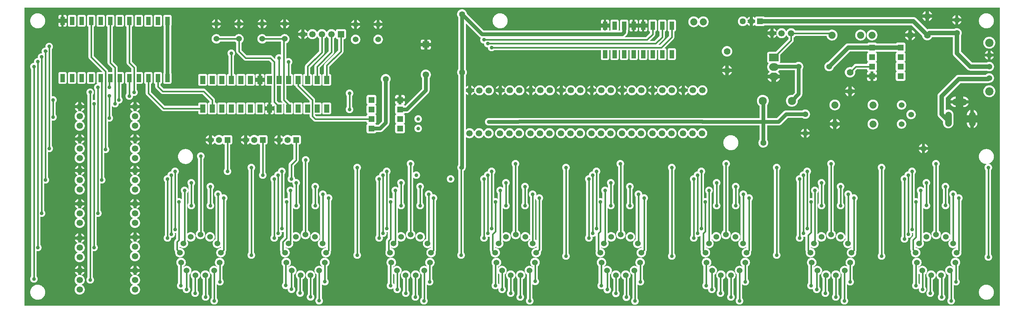
<source format=gbl>
G04 ---------------------------- Layer name :BOTTOM LAYER*
G04 EasyEDA v5.8.20, Sun, 02 Dec 2018 16:16:23 GMT*
G04 d22fb70d7412471b8286d7b1cf1715de*
G04 Gerber Generator version 0.2*
G04 Scale: 100 percent, Rotated: No, Reflected: No *
G04 Dimensions in millimeters *
G04 leading zeros omitted , absolute positions ,3 integer and 3 decimal *
%FSLAX33Y33*%
%MOMM*%
G90*
G71D02*

%ADD11C,0.399999*%
%ADD13C,1.199998*%
%ADD14C,0.999998*%
%ADD15C,1.599997*%
%ADD23C,1.612900*%
%ADD24R,1.612900X1.612900*%
%ADD25C,1.879600*%
%ADD26R,1.699997X1.699997*%
%ADD27C,1.699997*%
%ADD28C,1.524000*%
%ADD29C,1.778000*%
%ADD30C,2.199996*%
%ADD31R,1.600200X1.600200*%
%ADD32R,1.211580X2.181860*%
%ADD33R,1.399540X2.199640*%
%ADD34R,1.524000X1.524000*%
%ADD35C,1.651000*%
%ADD36C,1.905000*%
%ADD37C,2.159000*%
%ADD38R,2.499995X1.999996*%
%ADD39C,1.799996*%
%ADD40C,1.999996*%

%LPD*%
G36*
G01X260095Y254D02*
G01X254Y254D01*
G01X254Y79755D01*
G01X260095Y79755D01*
G01X260095Y254D01*
G37*

%LPC*%
G36*
G01X162786Y460D02*
G01X162886Y453D01*
G01X162985Y455D01*
G01X163085Y468D01*
G01X163182Y490D01*
G01X163277Y522D01*
G01X163368Y563D01*
G01X163454Y613D01*
G01X163536Y671D01*
G01X163611Y737D01*
G01X163678Y811D01*
G01X163739Y890D01*
G01X163791Y976D01*
G01X163834Y1066D01*
G01X163868Y1160D01*
G01X163893Y1256D01*
G01X163908Y1355D01*
G01X163913Y1455D01*
G01X163908Y1555D01*
G01X163893Y1654D01*
G01X163868Y1751D01*
G01X163834Y1844D01*
G01X163791Y1935D01*
G01X163739Y2020D01*
G01X163678Y2099D01*
G01X163611Y2173D01*
G01X163611Y5914D01*
G01X163674Y5852D01*
G01X163752Y5790D01*
G01X163836Y5735D01*
G01X163925Y5690D01*
G01X164018Y5653D01*
G01X164114Y5626D01*
G01X164213Y5609D01*
G01X164312Y5601D01*
G01X164412Y5604D01*
G01X164511Y5616D01*
G01X164609Y5639D01*
G01X164703Y5670D01*
G01X164795Y5712D01*
G01X164881Y5761D01*
G01X164962Y5820D01*
G01X165037Y5886D01*
G01X165105Y5959D01*
G01X165166Y6039D01*
G01X165218Y6124D01*
G01X165261Y6214D01*
G01X165295Y6308D01*
G01X165320Y6405D01*
G01X165335Y6504D01*
G01X165340Y6604D01*
G01X165335Y6703D01*
G01X165320Y6802D01*
G01X165295Y6899D01*
G01X165261Y6993D01*
G01X165218Y7083D01*
G01X165166Y7168D01*
G01X165105Y7248D01*
G01X165038Y7320D01*
G01X165038Y10750D01*
G01X165071Y10773D01*
G01X165165Y10857D01*
G01X165251Y10949D01*
G01X165327Y11050D01*
G01X165393Y11157D01*
G01X165447Y11271D01*
G01X165490Y11389D01*
G01X165522Y11511D01*
G01X165540Y11636D01*
G01X165547Y11762D01*
G01X165540Y11888D01*
G01X165522Y12012D01*
G01X165490Y12135D01*
G01X165447Y12253D01*
G01X165393Y12367D01*
G01X165327Y12474D01*
G01X165251Y12575D01*
G01X165165Y12667D01*
G01X165071Y12751D01*
G01X164968Y12824D01*
G01X164859Y12887D01*
G01X164744Y12939D01*
G01X164625Y12979D01*
G01X164502Y13007D01*
G01X164377Y13023D01*
G01X164251Y13026D01*
G01X164125Y13017D01*
G01X164001Y12995D01*
G01X163879Y12961D01*
G01X163762Y12914D01*
G01X163650Y12857D01*
G01X163544Y12789D01*
G01X163445Y12710D01*
G01X163355Y12622D01*
G01X163274Y12525D01*
G01X163203Y12421D01*
G01X163143Y12311D01*
G01X163094Y12194D01*
G01X163057Y12074D01*
G01X163032Y11950D01*
G01X163019Y11825D01*
G01X163019Y11699D01*
G01X163032Y11573D01*
G01X163057Y11450D01*
G01X163094Y11329D01*
G01X163143Y11213D01*
G01X163203Y11102D01*
G01X163274Y10998D01*
G01X163355Y10902D01*
G01X163445Y10814D01*
G01X163544Y10735D01*
G01X163638Y10674D01*
G01X163638Y10530D01*
G01X163580Y10581D01*
G01X163477Y10655D01*
G01X163368Y10718D01*
G01X163253Y10770D01*
G01X163134Y10810D01*
G01X163011Y10838D01*
G01X162886Y10854D01*
G01X162760Y10857D01*
G01X162634Y10847D01*
G01X162510Y10826D01*
G01X162388Y10791D01*
G01X162271Y10745D01*
G01X162159Y10688D01*
G01X162053Y10619D01*
G01X161954Y10541D01*
G01X161864Y10453D01*
G01X161783Y10356D01*
G01X161712Y10252D01*
G01X161652Y10141D01*
G01X161603Y10025D01*
G01X161566Y9905D01*
G01X161541Y9781D01*
G01X161528Y9656D01*
G01X161528Y9530D01*
G01X161541Y9404D01*
G01X161566Y9281D01*
G01X161603Y9160D01*
G01X161652Y9044D01*
G01X161712Y8933D01*
G01X161783Y8829D01*
G01X161864Y8733D01*
G01X161954Y8645D01*
G01X162053Y8566D01*
G01X162159Y8498D01*
G01X162211Y8471D01*
G01X162211Y2171D01*
G01X162176Y2137D01*
G01X162111Y2060D01*
G01X162055Y1978D01*
G01X162007Y1890D01*
G01X161968Y1798D01*
G01X161939Y1702D01*
G01X161919Y1604D01*
G01X161909Y1505D01*
G01X161909Y1405D01*
G01X161919Y1306D01*
G01X161939Y1208D01*
G01X161968Y1112D01*
G01X162007Y1020D01*
G01X162055Y932D01*
G01X162111Y850D01*
G01X162176Y773D01*
G01X162247Y703D01*
G01X162325Y641D01*
G01X162409Y587D01*
G01X162498Y541D01*
G01X162591Y505D01*
G01X162687Y478D01*
G01X162786Y460D01*
G37*
G36*
G01X50679Y526D02*
G01X50779Y518D01*
G01X50878Y521D01*
G01X50978Y533D01*
G01X51075Y556D01*
G01X51170Y587D01*
G01X51261Y628D01*
G01X51347Y678D01*
G01X51429Y737D01*
G01X51504Y803D01*
G01X51572Y876D01*
G01X51632Y956D01*
G01X51684Y1041D01*
G01X51727Y1131D01*
G01X51762Y1225D01*
G01X51786Y1322D01*
G01X51801Y1421D01*
G01X51806Y1521D01*
G01X51801Y1620D01*
G01X51786Y1719D01*
G01X51762Y1816D01*
G01X51727Y1910D01*
G01X51684Y2000D01*
G01X51632Y2085D01*
G01X51572Y2165D01*
G01X51505Y2237D01*
G01X51505Y6027D01*
G01X51524Y5998D01*
G01X51589Y5922D01*
G01X51660Y5852D01*
G01X51738Y5790D01*
G01X51822Y5735D01*
G01X51911Y5690D01*
G01X52004Y5653D01*
G01X52100Y5626D01*
G01X52199Y5609D01*
G01X52298Y5601D01*
G01X52398Y5604D01*
G01X52498Y5616D01*
G01X52595Y5639D01*
G01X52690Y5670D01*
G01X52781Y5712D01*
G01X52867Y5761D01*
G01X52949Y5820D01*
G01X53023Y5886D01*
G01X53091Y5959D01*
G01X53152Y6039D01*
G01X53204Y6124D01*
G01X53247Y6214D01*
G01X53281Y6308D01*
G01X53306Y6405D01*
G01X53321Y6504D01*
G01X53326Y6604D01*
G01X53321Y6703D01*
G01X53306Y6802D01*
G01X53281Y6899D01*
G01X53247Y6993D01*
G01X53204Y7083D01*
G01X53152Y7168D01*
G01X53091Y7248D01*
G01X53024Y7321D01*
G01X53024Y10740D01*
G01X53071Y10773D01*
G01X53165Y10857D01*
G01X53251Y10949D01*
G01X53327Y11050D01*
G01X53393Y11157D01*
G01X53448Y11271D01*
G01X53491Y11389D01*
G01X53522Y11511D01*
G01X53541Y11636D01*
G01X53547Y11762D01*
G01X53541Y11888D01*
G01X53522Y12012D01*
G01X53491Y12135D01*
G01X53448Y12253D01*
G01X53393Y12367D01*
G01X53327Y12474D01*
G01X53251Y12575D01*
G01X53165Y12667D01*
G01X53071Y12751D01*
G01X52968Y12824D01*
G01X52859Y12887D01*
G01X52744Y12939D01*
G01X52625Y12979D01*
G01X52502Y13007D01*
G01X52377Y13023D01*
G01X52251Y13026D01*
G01X52125Y13017D01*
G01X52001Y12995D01*
G01X51880Y12961D01*
G01X51762Y12914D01*
G01X51650Y12857D01*
G01X51544Y12789D01*
G01X51446Y12710D01*
G01X51355Y12622D01*
G01X51274Y12525D01*
G01X51203Y12421D01*
G01X51143Y12311D01*
G01X51094Y12194D01*
G01X51057Y12074D01*
G01X51032Y11950D01*
G01X51019Y11825D01*
G01X51019Y11699D01*
G01X51032Y11573D01*
G01X51057Y11450D01*
G01X51094Y11329D01*
G01X51143Y11213D01*
G01X51203Y11102D01*
G01X51274Y10998D01*
G01X51355Y10902D01*
G01X51446Y10814D01*
G01X51544Y10735D01*
G01X51624Y10684D01*
G01X51624Y10542D01*
G01X51580Y10581D01*
G01X51477Y10655D01*
G01X51368Y10718D01*
G01X51253Y10770D01*
G01X51134Y10810D01*
G01X51011Y10838D01*
G01X50886Y10854D01*
G01X50760Y10857D01*
G01X50634Y10847D01*
G01X50510Y10826D01*
G01X50389Y10791D01*
G01X50271Y10745D01*
G01X50159Y10688D01*
G01X50053Y10619D01*
G01X49955Y10541D01*
G01X49864Y10453D01*
G01X49783Y10356D01*
G01X49712Y10252D01*
G01X49652Y10141D01*
G01X49603Y10025D01*
G01X49566Y9905D01*
G01X49541Y9781D01*
G01X49528Y9656D01*
G01X49528Y9530D01*
G01X49541Y9404D01*
G01X49566Y9281D01*
G01X49603Y9160D01*
G01X49652Y9044D01*
G01X49712Y8933D01*
G01X49783Y8829D01*
G01X49864Y8733D01*
G01X49955Y8645D01*
G01X50053Y8566D01*
G01X50105Y8532D01*
G01X50105Y2238D01*
G01X50069Y2202D01*
G01X50004Y2126D01*
G01X49948Y2043D01*
G01X49900Y1956D01*
G01X49861Y1863D01*
G01X49832Y1768D01*
G01X49812Y1670D01*
G01X49802Y1571D01*
G01X49802Y1471D01*
G01X49812Y1371D01*
G01X49832Y1273D01*
G01X49861Y1178D01*
G01X49900Y1086D01*
G01X49948Y998D01*
G01X50004Y915D01*
G01X50069Y839D01*
G01X50140Y769D01*
G01X50218Y707D01*
G01X50302Y652D01*
G01X50391Y607D01*
G01X50484Y570D01*
G01X50580Y543D01*
G01X50679Y526D01*
G37*
G36*
G01X106557Y527D02*
G01X106656Y520D01*
G01X106756Y522D01*
G01X106855Y535D01*
G01X106953Y557D01*
G01X107048Y589D01*
G01X107139Y630D01*
G01X107225Y680D01*
G01X107306Y738D01*
G01X107381Y804D01*
G01X107449Y878D01*
G01X107510Y957D01*
G01X107562Y1043D01*
G01X107605Y1133D01*
G01X107639Y1227D01*
G01X107664Y1323D01*
G01X107679Y1422D01*
G01X107684Y1522D01*
G01X107679Y1622D01*
G01X107664Y1721D01*
G01X107639Y1818D01*
G01X107605Y1912D01*
G01X107562Y2002D01*
G01X107510Y2087D01*
G01X107492Y2110D01*
G01X107492Y5898D01*
G01X107538Y5853D01*
G01X107616Y5791D01*
G01X107700Y5737D01*
G01X107789Y5691D01*
G01X107882Y5655D01*
G01X107978Y5628D01*
G01X108077Y5610D01*
G01X108176Y5603D01*
G01X108276Y5605D01*
G01X108375Y5618D01*
G01X108473Y5640D01*
G01X108567Y5672D01*
G01X108659Y5713D01*
G01X108745Y5763D01*
G01X108826Y5821D01*
G01X108901Y5887D01*
G01X108969Y5961D01*
G01X109030Y6040D01*
G01X109082Y6126D01*
G01X109125Y6216D01*
G01X109159Y6310D01*
G01X109184Y6406D01*
G01X109199Y6505D01*
G01X109204Y6605D01*
G01X109199Y6705D01*
G01X109184Y6804D01*
G01X109159Y6901D01*
G01X109125Y6995D01*
G01X109082Y7085D01*
G01X109030Y7170D01*
G01X108969Y7250D01*
G01X108901Y7323D01*
G01X108901Y10661D01*
G01X108968Y10700D01*
G01X109071Y10773D01*
G01X109165Y10857D01*
G01X109251Y10949D01*
G01X109327Y11050D01*
G01X109393Y11157D01*
G01X109447Y11271D01*
G01X109491Y11389D01*
G01X109522Y11511D01*
G01X109540Y11636D01*
G01X109547Y11762D01*
G01X109540Y11888D01*
G01X109522Y12012D01*
G01X109491Y12135D01*
G01X109447Y12253D01*
G01X109393Y12367D01*
G01X109327Y12474D01*
G01X109251Y12575D01*
G01X109165Y12667D01*
G01X109071Y12751D01*
G01X108968Y12824D01*
G01X108859Y12887D01*
G01X108744Y12939D01*
G01X108625Y12979D01*
G01X108502Y13007D01*
G01X108377Y13023D01*
G01X108251Y13026D01*
G01X108125Y13017D01*
G01X108001Y12995D01*
G01X107879Y12961D01*
G01X107762Y12914D01*
G01X107650Y12857D01*
G01X107544Y12789D01*
G01X107445Y12710D01*
G01X107355Y12622D01*
G01X107274Y12525D01*
G01X107203Y12421D01*
G01X107143Y12311D01*
G01X107094Y12194D01*
G01X107057Y12074D01*
G01X107032Y11950D01*
G01X107019Y11825D01*
G01X107019Y11699D01*
G01X107032Y11573D01*
G01X107057Y11450D01*
G01X107094Y11329D01*
G01X107143Y11213D01*
G01X107203Y11102D01*
G01X107274Y10998D01*
G01X107355Y10902D01*
G01X107445Y10814D01*
G01X107501Y10769D01*
G01X107501Y10638D01*
G01X107477Y10655D01*
G01X107368Y10718D01*
G01X107253Y10770D01*
G01X107134Y10810D01*
G01X107011Y10838D01*
G01X106886Y10854D01*
G01X106760Y10857D01*
G01X106634Y10847D01*
G01X106510Y10826D01*
G01X106388Y10791D01*
G01X106271Y10745D01*
G01X106159Y10688D01*
G01X106053Y10619D01*
G01X105955Y10541D01*
G01X105864Y10453D01*
G01X105783Y10356D01*
G01X105712Y10252D01*
G01X105652Y10141D01*
G01X105603Y10025D01*
G01X105566Y9905D01*
G01X105541Y9781D01*
G01X105528Y9656D01*
G01X105528Y9530D01*
G01X105541Y9404D01*
G01X105566Y9281D01*
G01X105603Y9160D01*
G01X105652Y9044D01*
G01X105712Y8933D01*
G01X105783Y8829D01*
G01X105864Y8733D01*
G01X105955Y8645D01*
G01X106053Y8566D01*
G01X106092Y8541D01*
G01X106092Y2333D01*
G01X106018Y2274D01*
G01X105946Y2204D01*
G01X105882Y2127D01*
G01X105826Y2045D01*
G01X105778Y1957D01*
G01X105739Y1865D01*
G01X105710Y1769D01*
G01X105690Y1672D01*
G01X105680Y1572D01*
G01X105680Y1472D01*
G01X105690Y1373D01*
G01X105710Y1275D01*
G01X105739Y1179D01*
G01X105778Y1087D01*
G01X105826Y999D01*
G01X105882Y917D01*
G01X105946Y840D01*
G01X106018Y770D01*
G01X106096Y708D01*
G01X106180Y654D01*
G01X106269Y608D01*
G01X106362Y572D01*
G01X106458Y545D01*
G01X106557Y527D01*
G37*
G36*
G01X247016Y529D02*
G01X247116Y521D01*
G01X247216Y524D01*
G01X247315Y536D01*
G01X247412Y559D01*
G01X247507Y590D01*
G01X247598Y632D01*
G01X247685Y681D01*
G01X247766Y740D01*
G01X247841Y806D01*
G01X247909Y879D01*
G01X247969Y959D01*
G01X248021Y1044D01*
G01X248065Y1134D01*
G01X248099Y1228D01*
G01X248124Y1325D01*
G01X248139Y1424D01*
G01X248144Y1524D01*
G01X248139Y1623D01*
G01X248124Y1722D01*
G01X248099Y1819D01*
G01X248065Y1913D01*
G01X248021Y2003D01*
G01X247969Y2088D01*
G01X247909Y2168D01*
G01X247842Y2240D01*
G01X247842Y5779D01*
G01X247910Y5735D01*
G01X247999Y5690D01*
G01X248092Y5653D01*
G01X248188Y5626D01*
G01X248286Y5609D01*
G01X248386Y5601D01*
G01X248486Y5604D01*
G01X248585Y5616D01*
G01X248682Y5639D01*
G01X248777Y5670D01*
G01X248868Y5712D01*
G01X248955Y5761D01*
G01X249036Y5820D01*
G01X249111Y5886D01*
G01X249179Y5959D01*
G01X249239Y6039D01*
G01X249291Y6124D01*
G01X249335Y6214D01*
G01X249369Y6308D01*
G01X249394Y6405D01*
G01X249409Y6504D01*
G01X249414Y6604D01*
G01X249409Y6703D01*
G01X249394Y6802D01*
G01X249369Y6899D01*
G01X249335Y6993D01*
G01X249291Y7083D01*
G01X249239Y7168D01*
G01X249179Y7248D01*
G01X249112Y7320D01*
G01X249112Y10810D01*
G01X249165Y10857D01*
G01X249251Y10949D01*
G01X249327Y11050D01*
G01X249392Y11157D01*
G01X249447Y11271D01*
G01X249490Y11389D01*
G01X249521Y11511D01*
G01X249540Y11636D01*
G01X249546Y11762D01*
G01X249540Y11888D01*
G01X249521Y12012D01*
G01X249490Y12135D01*
G01X249447Y12253D01*
G01X249392Y12367D01*
G01X249327Y12474D01*
G01X249251Y12575D01*
G01X249165Y12667D01*
G01X249070Y12751D01*
G01X248968Y12824D01*
G01X248859Y12887D01*
G01X248744Y12939D01*
G01X248624Y12979D01*
G01X248502Y13007D01*
G01X248376Y13023D01*
G01X248250Y13026D01*
G01X248125Y13017D01*
G01X248001Y12995D01*
G01X247879Y12961D01*
G01X247762Y12914D01*
G01X247650Y12857D01*
G01X247544Y12789D01*
G01X247445Y12710D01*
G01X247355Y12622D01*
G01X247274Y12525D01*
G01X247203Y12421D01*
G01X247143Y12311D01*
G01X247094Y12194D01*
G01X247056Y12074D01*
G01X247032Y11950D01*
G01X247019Y11825D01*
G01X247019Y11699D01*
G01X247032Y11573D01*
G01X247056Y11450D01*
G01X247094Y11329D01*
G01X247143Y11213D01*
G01X247203Y11102D01*
G01X247274Y10998D01*
G01X247355Y10902D01*
G01X247445Y10814D01*
G01X247544Y10735D01*
G01X247650Y10667D01*
G01X247712Y10635D01*
G01X247712Y10457D01*
G01X247674Y10498D01*
G01X247579Y10581D01*
G01X247477Y10655D01*
G01X247368Y10718D01*
G01X247253Y10770D01*
G01X247133Y10810D01*
G01X247011Y10838D01*
G01X246885Y10854D01*
G01X246759Y10857D01*
G01X246634Y10847D01*
G01X246510Y10826D01*
G01X246388Y10791D01*
G01X246271Y10745D01*
G01X246159Y10688D01*
G01X246053Y10619D01*
G01X245954Y10541D01*
G01X245864Y10453D01*
G01X245783Y10356D01*
G01X245712Y10252D01*
G01X245652Y10141D01*
G01X245603Y10025D01*
G01X245566Y9905D01*
G01X245541Y9781D01*
G01X245528Y9656D01*
G01X245528Y9530D01*
G01X245541Y9404D01*
G01X245566Y9281D01*
G01X245603Y9160D01*
G01X245652Y9044D01*
G01X245712Y8933D01*
G01X245783Y8829D01*
G01X245864Y8733D01*
G01X245954Y8645D01*
G01X246053Y8566D01*
G01X246159Y8498D01*
G01X246271Y8440D01*
G01X246388Y8394D01*
G01X246442Y8379D01*
G01X246442Y2241D01*
G01X246406Y2206D01*
G01X246342Y2129D01*
G01X246286Y2046D01*
G01X246238Y1959D01*
G01X246199Y1867D01*
G01X246169Y1771D01*
G01X246150Y1673D01*
G01X246140Y1574D01*
G01X246140Y1474D01*
G01X246150Y1374D01*
G01X246169Y1276D01*
G01X246199Y1181D01*
G01X246238Y1089D01*
G01X246286Y1001D01*
G01X246342Y918D01*
G01X246406Y842D01*
G01X246478Y772D01*
G01X246556Y710D01*
G01X246640Y655D01*
G01X246729Y610D01*
G01X246822Y573D01*
G01X246918Y546D01*
G01X247016Y529D01*
G37*
G36*
G01X218568Y529D02*
G01X218668Y521D01*
G01X218768Y524D01*
G01X218867Y536D01*
G01X218964Y559D01*
G01X219059Y590D01*
G01X219150Y632D01*
G01X219237Y681D01*
G01X219318Y740D01*
G01X219393Y806D01*
G01X219461Y879D01*
G01X219521Y959D01*
G01X219573Y1044D01*
G01X219617Y1134D01*
G01X219651Y1228D01*
G01X219676Y1325D01*
G01X219691Y1424D01*
G01X219696Y1524D01*
G01X219691Y1623D01*
G01X219676Y1722D01*
G01X219651Y1819D01*
G01X219617Y1913D01*
G01X219573Y2003D01*
G01X219521Y2088D01*
G01X219461Y2168D01*
G01X219394Y2240D01*
G01X219394Y6035D01*
G01X219420Y5997D01*
G01X219484Y5920D01*
G01X219556Y5850D01*
G01X219634Y5788D01*
G01X219718Y5734D01*
G01X219807Y5688D01*
G01X219900Y5652D01*
G01X219996Y5625D01*
G01X220094Y5607D01*
G01X220194Y5600D01*
G01X220294Y5602D01*
G01X220393Y5615D01*
G01X220491Y5637D01*
G01X220585Y5669D01*
G01X220676Y5710D01*
G01X220763Y5760D01*
G01X220844Y5818D01*
G01X220919Y5884D01*
G01X220987Y5958D01*
G01X221047Y6037D01*
G01X221099Y6123D01*
G01X221143Y6213D01*
G01X221177Y6307D01*
G01X221202Y6403D01*
G01X221217Y6502D01*
G01X221222Y6602D01*
G01X221217Y6702D01*
G01X221202Y6801D01*
G01X221177Y6898D01*
G01X221143Y6992D01*
G01X221099Y7082D01*
G01X221047Y7167D01*
G01X220987Y7247D01*
G01X220921Y7318D01*
G01X220921Y10672D01*
G01X220968Y10700D01*
G01X221070Y10773D01*
G01X221165Y10857D01*
G01X221251Y10949D01*
G01X221327Y11050D01*
G01X221393Y11157D01*
G01X221447Y11271D01*
G01X221490Y11389D01*
G01X221521Y11511D01*
G01X221540Y11636D01*
G01X221547Y11762D01*
G01X221540Y11888D01*
G01X221521Y12012D01*
G01X221490Y12135D01*
G01X221447Y12253D01*
G01X221393Y12367D01*
G01X221327Y12474D01*
G01X221251Y12575D01*
G01X221165Y12667D01*
G01X221070Y12751D01*
G01X220968Y12824D01*
G01X220859Y12887D01*
G01X220744Y12939D01*
G01X220624Y12979D01*
G01X220502Y13007D01*
G01X220376Y13023D01*
G01X220250Y13026D01*
G01X220125Y13017D01*
G01X220001Y12995D01*
G01X219879Y12961D01*
G01X219762Y12914D01*
G01X219650Y12857D01*
G01X219544Y12789D01*
G01X219445Y12710D01*
G01X219355Y12622D01*
G01X219274Y12525D01*
G01X219203Y12421D01*
G01X219143Y12311D01*
G01X219094Y12194D01*
G01X219057Y12074D01*
G01X219032Y11950D01*
G01X219019Y11825D01*
G01X219019Y11699D01*
G01X219032Y11573D01*
G01X219057Y11450D01*
G01X219094Y11329D01*
G01X219143Y11213D01*
G01X219203Y11102D01*
G01X219274Y10998D01*
G01X219355Y10902D01*
G01X219445Y10814D01*
G01X219521Y10754D01*
G01X219521Y10624D01*
G01X219477Y10655D01*
G01X219368Y10718D01*
G01X219253Y10770D01*
G01X219134Y10810D01*
G01X219011Y10838D01*
G01X218885Y10854D01*
G01X218759Y10857D01*
G01X218634Y10847D01*
G01X218510Y10826D01*
G01X218388Y10791D01*
G01X218271Y10745D01*
G01X218159Y10688D01*
G01X218053Y10619D01*
G01X217954Y10541D01*
G01X217864Y10453D01*
G01X217783Y10356D01*
G01X217712Y10252D01*
G01X217652Y10141D01*
G01X217603Y10025D01*
G01X217566Y9905D01*
G01X217541Y9781D01*
G01X217528Y9656D01*
G01X217528Y9530D01*
G01X217541Y9404D01*
G01X217566Y9281D01*
G01X217603Y9160D01*
G01X217652Y9044D01*
G01X217712Y8933D01*
G01X217783Y8829D01*
G01X217864Y8733D01*
G01X217954Y8645D01*
G01X217994Y8613D01*
G01X217994Y2241D01*
G01X217958Y2206D01*
G01X217894Y2129D01*
G01X217838Y2046D01*
G01X217790Y1959D01*
G01X217751Y1867D01*
G01X217721Y1771D01*
G01X217702Y1673D01*
G01X217692Y1574D01*
G01X217692Y1474D01*
G01X217702Y1374D01*
G01X217721Y1276D01*
G01X217751Y1181D01*
G01X217790Y1089D01*
G01X217838Y1001D01*
G01X217894Y918D01*
G01X217958Y842D01*
G01X218030Y772D01*
G01X218108Y710D01*
G01X218192Y655D01*
G01X218281Y610D01*
G01X218374Y573D01*
G01X218470Y546D01*
G01X218568Y529D01*
G37*
G36*
G01X190629Y529D02*
G01X190728Y521D01*
G01X190828Y524D01*
G01X190927Y536D01*
G01X191025Y559D01*
G01X191119Y590D01*
G01X191211Y632D01*
G01X191297Y681D01*
G01X191378Y740D01*
G01X191453Y806D01*
G01X191521Y879D01*
G01X191582Y959D01*
G01X191634Y1044D01*
G01X191677Y1134D01*
G01X191711Y1228D01*
G01X191736Y1325D01*
G01X191751Y1424D01*
G01X191756Y1524D01*
G01X191751Y1623D01*
G01X191736Y1722D01*
G01X191711Y1819D01*
G01X191677Y1913D01*
G01X191634Y2003D01*
G01X191582Y2088D01*
G01X191521Y2168D01*
G01X191454Y2240D01*
G01X191454Y6034D01*
G01X191478Y5998D01*
G01X191542Y5922D01*
G01X191614Y5852D01*
G01X191692Y5790D01*
G01X191776Y5735D01*
G01X191865Y5690D01*
G01X191958Y5653D01*
G01X192054Y5626D01*
G01X192153Y5609D01*
G01X192252Y5601D01*
G01X192352Y5604D01*
G01X192451Y5616D01*
G01X192549Y5639D01*
G01X192643Y5670D01*
G01X192735Y5712D01*
G01X192821Y5761D01*
G01X192902Y5820D01*
G01X192977Y5886D01*
G01X193045Y5959D01*
G01X193106Y6039D01*
G01X193158Y6124D01*
G01X193201Y6214D01*
G01X193235Y6308D01*
G01X193260Y6405D01*
G01X193275Y6504D01*
G01X193280Y6604D01*
G01X193275Y6703D01*
G01X193260Y6802D01*
G01X193235Y6899D01*
G01X193201Y6993D01*
G01X193158Y7083D01*
G01X193106Y7168D01*
G01X193045Y7248D01*
G01X192978Y7320D01*
G01X192978Y10707D01*
G01X193070Y10773D01*
G01X193165Y10857D01*
G01X193251Y10949D01*
G01X193327Y11050D01*
G01X193393Y11157D01*
G01X193447Y11271D01*
G01X193490Y11389D01*
G01X193522Y11511D01*
G01X193540Y11636D01*
G01X193547Y11762D01*
G01X193540Y11888D01*
G01X193522Y12012D01*
G01X193490Y12135D01*
G01X193447Y12253D01*
G01X193393Y12367D01*
G01X193327Y12474D01*
G01X193251Y12575D01*
G01X193165Y12667D01*
G01X193070Y12751D01*
G01X192968Y12824D01*
G01X192859Y12887D01*
G01X192744Y12939D01*
G01X192625Y12979D01*
G01X192502Y13007D01*
G01X192377Y13023D01*
G01X192251Y13026D01*
G01X192125Y13017D01*
G01X192001Y12995D01*
G01X191879Y12961D01*
G01X191762Y12914D01*
G01X191650Y12857D01*
G01X191544Y12789D01*
G01X191445Y12710D01*
G01X191355Y12622D01*
G01X191274Y12525D01*
G01X191203Y12421D01*
G01X191143Y12311D01*
G01X191094Y12194D01*
G01X191057Y12074D01*
G01X191032Y11950D01*
G01X191019Y11825D01*
G01X191019Y11699D01*
G01X191032Y11573D01*
G01X191057Y11450D01*
G01X191094Y11329D01*
G01X191143Y11213D01*
G01X191203Y11102D01*
G01X191274Y10998D01*
G01X191355Y10902D01*
G01X191445Y10814D01*
G01X191544Y10735D01*
G01X191578Y10713D01*
G01X191578Y10582D01*
G01X191477Y10655D01*
G01X191368Y10718D01*
G01X191253Y10770D01*
G01X191134Y10810D01*
G01X191011Y10838D01*
G01X190886Y10854D01*
G01X190760Y10857D01*
G01X190634Y10847D01*
G01X190510Y10826D01*
G01X190388Y10791D01*
G01X190271Y10745D01*
G01X190159Y10688D01*
G01X190053Y10619D01*
G01X189954Y10541D01*
G01X189864Y10453D01*
G01X189783Y10356D01*
G01X189712Y10252D01*
G01X189652Y10141D01*
G01X189603Y10025D01*
G01X189566Y9905D01*
G01X189541Y9781D01*
G01X189528Y9656D01*
G01X189528Y9530D01*
G01X189541Y9404D01*
G01X189566Y9281D01*
G01X189603Y9160D01*
G01X189652Y9044D01*
G01X189712Y8933D01*
G01X189783Y8829D01*
G01X189864Y8733D01*
G01X189954Y8645D01*
G01X190053Y8566D01*
G01X190054Y8565D01*
G01X190054Y2240D01*
G01X190018Y2206D01*
G01X189954Y2129D01*
G01X189898Y2046D01*
G01X189850Y1959D01*
G01X189811Y1867D01*
G01X189782Y1771D01*
G01X189762Y1673D01*
G01X189752Y1574D01*
G01X189752Y1474D01*
G01X189762Y1374D01*
G01X189782Y1276D01*
G01X189811Y1181D01*
G01X189850Y1089D01*
G01X189898Y1001D01*
G01X189954Y918D01*
G01X190018Y842D01*
G01X190090Y772D01*
G01X190168Y710D01*
G01X190252Y655D01*
G01X190341Y610D01*
G01X190434Y573D01*
G01X190530Y546D01*
G01X190629Y529D01*
G37*
G36*
G01X134749Y529D02*
G01X134848Y521D01*
G01X134948Y524D01*
G01X135047Y536D01*
G01X135145Y559D01*
G01X135239Y590D01*
G01X135331Y632D01*
G01X135417Y681D01*
G01X135498Y740D01*
G01X135573Y806D01*
G01X135641Y879D01*
G01X135702Y959D01*
G01X135754Y1044D01*
G01X135797Y1134D01*
G01X135831Y1228D01*
G01X135856Y1325D01*
G01X135871Y1424D01*
G01X135876Y1524D01*
G01X135871Y1623D01*
G01X135856Y1722D01*
G01X135831Y1819D01*
G01X135797Y1913D01*
G01X135754Y2003D01*
G01X135702Y2088D01*
G01X135641Y2168D01*
G01X135574Y2240D01*
G01X135574Y6040D01*
G01X135594Y6016D01*
G01X135666Y5946D01*
G01X135744Y5884D01*
G01X135828Y5830D01*
G01X135917Y5784D01*
G01X136010Y5748D01*
G01X136106Y5721D01*
G01X136204Y5703D01*
G01X136304Y5696D01*
G01X136404Y5698D01*
G01X136503Y5711D01*
G01X136601Y5733D01*
G01X136695Y5765D01*
G01X136787Y5806D01*
G01X136873Y5856D01*
G01X136954Y5914D01*
G01X137029Y5980D01*
G01X137097Y6054D01*
G01X137157Y6133D01*
G01X137210Y6219D01*
G01X137253Y6309D01*
G01X137287Y6403D01*
G01X137312Y6499D01*
G01X137327Y6598D01*
G01X137332Y6698D01*
G01X137327Y6798D01*
G01X137312Y6897D01*
G01X137287Y6994D01*
G01X137253Y7088D01*
G01X137210Y7178D01*
G01X137157Y7263D01*
G01X137097Y7343D01*
G01X137029Y7416D01*
G01X137029Y10744D01*
G01X137071Y10773D01*
G01X137165Y10857D01*
G01X137251Y10949D01*
G01X137327Y11050D01*
G01X137393Y11157D01*
G01X137447Y11271D01*
G01X137491Y11389D01*
G01X137522Y11511D01*
G01X137540Y11636D01*
G01X137547Y11762D01*
G01X137540Y11888D01*
G01X137522Y12012D01*
G01X137491Y12135D01*
G01X137447Y12253D01*
G01X137393Y12367D01*
G01X137327Y12474D01*
G01X137251Y12575D01*
G01X137165Y12667D01*
G01X137071Y12751D01*
G01X136968Y12824D01*
G01X136859Y12887D01*
G01X136744Y12939D01*
G01X136625Y12979D01*
G01X136502Y13007D01*
G01X136377Y13023D01*
G01X136251Y13026D01*
G01X136125Y13017D01*
G01X136001Y12995D01*
G01X135879Y12961D01*
G01X135762Y12914D01*
G01X135650Y12857D01*
G01X135544Y12789D01*
G01X135445Y12710D01*
G01X135355Y12622D01*
G01X135274Y12525D01*
G01X135203Y12421D01*
G01X135143Y12311D01*
G01X135094Y12194D01*
G01X135057Y12074D01*
G01X135032Y11950D01*
G01X135019Y11825D01*
G01X135019Y11699D01*
G01X135032Y11573D01*
G01X135057Y11450D01*
G01X135094Y11329D01*
G01X135143Y11213D01*
G01X135203Y11102D01*
G01X135274Y10998D01*
G01X135355Y10902D01*
G01X135445Y10814D01*
G01X135544Y10735D01*
G01X135629Y10680D01*
G01X135629Y10537D01*
G01X135580Y10581D01*
G01X135477Y10655D01*
G01X135368Y10718D01*
G01X135253Y10770D01*
G01X135134Y10810D01*
G01X135011Y10838D01*
G01X134886Y10854D01*
G01X134760Y10857D01*
G01X134634Y10847D01*
G01X134510Y10826D01*
G01X134388Y10791D01*
G01X134271Y10745D01*
G01X134159Y10688D01*
G01X134053Y10619D01*
G01X133954Y10541D01*
G01X133864Y10453D01*
G01X133783Y10356D01*
G01X133712Y10252D01*
G01X133652Y10141D01*
G01X133603Y10025D01*
G01X133566Y9905D01*
G01X133541Y9781D01*
G01X133528Y9656D01*
G01X133528Y9530D01*
G01X133541Y9404D01*
G01X133566Y9281D01*
G01X133603Y9160D01*
G01X133652Y9044D01*
G01X133712Y8933D01*
G01X133783Y8829D01*
G01X133864Y8733D01*
G01X133954Y8645D01*
G01X134053Y8566D01*
G01X134159Y8498D01*
G01X134174Y8490D01*
G01X134174Y2240D01*
G01X134138Y2206D01*
G01X134074Y2129D01*
G01X134018Y2046D01*
G01X133970Y1959D01*
G01X133931Y1867D01*
G01X133902Y1771D01*
G01X133882Y1673D01*
G01X133872Y1574D01*
G01X133872Y1474D01*
G01X133882Y1374D01*
G01X133902Y1276D01*
G01X133931Y1181D01*
G01X133970Y1089D01*
G01X134018Y1001D01*
G01X134074Y918D01*
G01X134138Y842D01*
G01X134210Y772D01*
G01X134288Y710D01*
G01X134372Y655D01*
G01X134461Y610D01*
G01X134554Y573D01*
G01X134650Y546D01*
G01X134749Y529D01*
G37*
G36*
G01X78653Y549D02*
G01X78752Y542D01*
G01X78852Y544D01*
G01X78951Y557D01*
G01X79049Y579D01*
G01X79144Y611D01*
G01X79235Y652D01*
G01X79321Y702D01*
G01X79402Y760D01*
G01X79477Y827D01*
G01X79545Y900D01*
G01X79606Y979D01*
G01X79658Y1065D01*
G01X79701Y1155D01*
G01X79735Y1249D01*
G01X79760Y1346D01*
G01X79775Y1444D01*
G01X79780Y1544D01*
G01X79775Y1644D01*
G01X79760Y1743D01*
G01X79735Y1840D01*
G01X79701Y1934D01*
G01X79658Y2024D01*
G01X79606Y2109D01*
G01X79545Y2189D01*
G01X79491Y2247D01*
G01X79491Y6033D01*
G01X79498Y6022D01*
G01X79562Y5946D01*
G01X79634Y5876D01*
G01X79712Y5814D01*
G01X79796Y5759D01*
G01X79885Y5714D01*
G01X79978Y5677D01*
G01X80074Y5650D01*
G01X80173Y5633D01*
G01X80272Y5625D01*
G01X80372Y5628D01*
G01X80471Y5640D01*
G01X80569Y5662D01*
G01X80664Y5694D01*
G01X80755Y5735D01*
G01X80841Y5785D01*
G01X80922Y5844D01*
G01X80997Y5910D01*
G01X81065Y5983D01*
G01X81126Y6063D01*
G01X81178Y6148D01*
G01X81221Y6238D01*
G01X81255Y6332D01*
G01X81280Y6429D01*
G01X81295Y6528D01*
G01X81300Y6628D01*
G01X81295Y6727D01*
G01X81280Y6826D01*
G01X81255Y6923D01*
G01X81221Y7017D01*
G01X81178Y7107D01*
G01X81126Y7192D01*
G01X81065Y7272D01*
G01X80997Y7345D01*
G01X80997Y7345D01*
G01X80997Y10720D01*
G01X81071Y10773D01*
G01X81165Y10857D01*
G01X81251Y10949D01*
G01X81327Y11050D01*
G01X81393Y11157D01*
G01X81448Y11271D01*
G01X81491Y11389D01*
G01X81522Y11511D01*
G01X81541Y11636D01*
G01X81547Y11762D01*
G01X81541Y11888D01*
G01X81522Y12012D01*
G01X81491Y12135D01*
G01X81448Y12253D01*
G01X81393Y12367D01*
G01X81327Y12474D01*
G01X81251Y12575D01*
G01X81165Y12667D01*
G01X81071Y12751D01*
G01X80968Y12824D01*
G01X80859Y12887D01*
G01X80744Y12939D01*
G01X80625Y12979D01*
G01X80502Y13007D01*
G01X80377Y13023D01*
G01X80251Y13026D01*
G01X80125Y13017D01*
G01X80001Y12995D01*
G01X79880Y12961D01*
G01X79762Y12914D01*
G01X79650Y12857D01*
G01X79544Y12789D01*
G01X79446Y12710D01*
G01X79355Y12622D01*
G01X79274Y12525D01*
G01X79203Y12421D01*
G01X79143Y12311D01*
G01X79094Y12194D01*
G01X79057Y12074D01*
G01X79032Y11950D01*
G01X79019Y11825D01*
G01X79019Y11699D01*
G01X79032Y11573D01*
G01X79057Y11450D01*
G01X79094Y11329D01*
G01X79143Y11213D01*
G01X79203Y11102D01*
G01X79274Y10998D01*
G01X79355Y10902D01*
G01X79446Y10814D01*
G01X79544Y10735D01*
G01X79597Y10701D01*
G01X79597Y10566D01*
G01X79580Y10581D01*
G01X79477Y10655D01*
G01X79368Y10718D01*
G01X79253Y10770D01*
G01X79134Y10810D01*
G01X79011Y10838D01*
G01X78886Y10854D01*
G01X78760Y10857D01*
G01X78634Y10847D01*
G01X78510Y10826D01*
G01X78389Y10791D01*
G01X78271Y10745D01*
G01X78159Y10688D01*
G01X78053Y10619D01*
G01X77955Y10541D01*
G01X77864Y10453D01*
G01X77783Y10356D01*
G01X77712Y10252D01*
G01X77652Y10141D01*
G01X77603Y10025D01*
G01X77566Y9905D01*
G01X77541Y9781D01*
G01X77528Y9656D01*
G01X77528Y9530D01*
G01X77541Y9404D01*
G01X77566Y9281D01*
G01X77603Y9160D01*
G01X77652Y9044D01*
G01X77712Y8933D01*
G01X77783Y8829D01*
G01X77864Y8733D01*
G01X77955Y8645D01*
G01X78053Y8566D01*
G01X78091Y8542D01*
G01X78091Y2273D01*
G01X78042Y2226D01*
G01X77978Y2150D01*
G01X77922Y2067D01*
G01X77874Y1979D01*
G01X77835Y1887D01*
G01X77806Y1792D01*
G01X77786Y1694D01*
G01X77776Y1594D01*
G01X77776Y1494D01*
G01X77786Y1395D01*
G01X77806Y1297D01*
G01X77835Y1201D01*
G01X77874Y1109D01*
G01X77922Y1021D01*
G01X77978Y939D01*
G01X78042Y862D01*
G01X78114Y793D01*
G01X78192Y730D01*
G01X78276Y676D01*
G01X78365Y630D01*
G01X78458Y594D01*
G01X78554Y567D01*
G01X78653Y549D01*
G37*
G36*
G01X160496Y1479D02*
G01X160595Y1472D01*
G01X160695Y1474D01*
G01X160795Y1487D01*
G01X160892Y1509D01*
G01X160987Y1541D01*
G01X161078Y1582D01*
G01X161164Y1632D01*
G01X161246Y1690D01*
G01X161320Y1756D01*
G01X161388Y1830D01*
G01X161449Y1909D01*
G01X161501Y1995D01*
G01X161544Y2085D01*
G01X161578Y2179D01*
G01X161603Y2275D01*
G01X161618Y2374D01*
G01X161623Y2474D01*
G01X161618Y2574D01*
G01X161603Y2673D01*
G01X161578Y2770D01*
G01X161544Y2864D01*
G01X161501Y2954D01*
G01X161449Y3039D01*
G01X161388Y3119D01*
G01X161322Y3190D01*
G01X161322Y7448D01*
G01X161345Y7468D01*
G01X161431Y7561D01*
G01X161507Y7661D01*
G01X161572Y7769D01*
G01X161627Y7882D01*
G01X161670Y8001D01*
G01X161701Y8123D01*
G01X161720Y8248D01*
G01X161726Y8373D01*
G01X161720Y8499D01*
G01X161701Y8624D01*
G01X161670Y8746D01*
G01X161627Y8865D01*
G01X161572Y8978D01*
G01X161507Y9086D01*
G01X161431Y9186D01*
G01X161345Y9279D01*
G01X161250Y9362D01*
G01X161148Y9436D01*
G01X161039Y9499D01*
G01X160924Y9551D01*
G01X160804Y9591D01*
G01X160682Y9619D01*
G01X160556Y9635D01*
G01X160430Y9638D01*
G01X160305Y9628D01*
G01X160181Y9606D01*
G01X160059Y9572D01*
G01X159942Y9526D01*
G01X159830Y9469D01*
G01X159724Y9400D01*
G01X159625Y9322D01*
G01X159535Y9234D01*
G01X159454Y9137D01*
G01X159383Y9033D01*
G01X159323Y8922D01*
G01X159274Y8806D01*
G01X159236Y8686D01*
G01X159212Y8562D01*
G01X159199Y8437D01*
G01X159199Y8310D01*
G01X159212Y8185D01*
G01X159236Y8061D01*
G01X159274Y7941D01*
G01X159323Y7825D01*
G01X159383Y7714D01*
G01X159454Y7610D01*
G01X159535Y7513D01*
G01X159625Y7425D01*
G01X159724Y7347D01*
G01X159830Y7278D01*
G01X159922Y7231D01*
G01X159922Y3192D01*
G01X159886Y3156D01*
G01X159821Y3079D01*
G01X159765Y2997D01*
G01X159717Y2909D01*
G01X159678Y2817D01*
G01X159649Y2721D01*
G01X159629Y2624D01*
G01X159619Y2524D01*
G01X159619Y2424D01*
G01X159629Y2325D01*
G01X159649Y2227D01*
G01X159678Y2131D01*
G01X159717Y2039D01*
G01X159765Y1951D01*
G01X159821Y1869D01*
G01X159886Y1792D01*
G01X159957Y1722D01*
G01X160035Y1660D01*
G01X160119Y1606D01*
G01X160208Y1560D01*
G01X160301Y1524D01*
G01X160397Y1497D01*
G01X160496Y1479D01*
G37*
G36*
G01X188345Y1543D02*
G01X188444Y1536D01*
G01X188544Y1538D01*
G01X188643Y1551D01*
G01X188741Y1573D01*
G01X188836Y1605D01*
G01X188927Y1646D01*
G01X189013Y1696D01*
G01X189094Y1754D01*
G01X189169Y1820D01*
G01X189237Y1894D01*
G01X189298Y1973D01*
G01X189350Y2059D01*
G01X189393Y2149D01*
G01X189427Y2243D01*
G01X189452Y2339D01*
G01X189467Y2438D01*
G01X189472Y2538D01*
G01X189467Y2638D01*
G01X189452Y2737D01*
G01X189427Y2834D01*
G01X189393Y2928D01*
G01X189350Y3018D01*
G01X189298Y3103D01*
G01X189237Y3183D01*
G01X189171Y3254D01*
G01X189171Y7327D01*
G01X189250Y7385D01*
G01X189345Y7468D01*
G01X189431Y7561D01*
G01X189507Y7661D01*
G01X189572Y7769D01*
G01X189627Y7882D01*
G01X189670Y8001D01*
G01X189701Y8123D01*
G01X189720Y8248D01*
G01X189726Y8373D01*
G01X189720Y8499D01*
G01X189701Y8624D01*
G01X189670Y8746D01*
G01X189627Y8865D01*
G01X189572Y8978D01*
G01X189507Y9086D01*
G01X189431Y9186D01*
G01X189345Y9279D01*
G01X189250Y9362D01*
G01X189148Y9436D01*
G01X189039Y9499D01*
G01X188924Y9551D01*
G01X188804Y9591D01*
G01X188681Y9619D01*
G01X188556Y9635D01*
G01X188430Y9638D01*
G01X188305Y9628D01*
G01X188181Y9606D01*
G01X188059Y9572D01*
G01X187942Y9526D01*
G01X187830Y9469D01*
G01X187724Y9400D01*
G01X187625Y9322D01*
G01X187535Y9234D01*
G01X187454Y9137D01*
G01X187383Y9033D01*
G01X187323Y8922D01*
G01X187274Y8806D01*
G01X187236Y8686D01*
G01X187211Y8562D01*
G01X187199Y8437D01*
G01X187199Y8310D01*
G01X187211Y8185D01*
G01X187236Y8061D01*
G01X187274Y7941D01*
G01X187323Y7825D01*
G01X187383Y7714D01*
G01X187454Y7610D01*
G01X187535Y7513D01*
G01X187625Y7425D01*
G01X187724Y7347D01*
G01X187771Y7317D01*
G01X187771Y3255D01*
G01X187734Y3220D01*
G01X187670Y3143D01*
G01X187614Y3061D01*
G01X187566Y2973D01*
G01X187527Y2881D01*
G01X187498Y2785D01*
G01X187478Y2688D01*
G01X187468Y2588D01*
G01X187468Y2488D01*
G01X187478Y2389D01*
G01X187498Y2291D01*
G01X187527Y2195D01*
G01X187566Y2103D01*
G01X187614Y2015D01*
G01X187670Y1933D01*
G01X187734Y1856D01*
G01X187806Y1786D01*
G01X187884Y1724D01*
G01X187968Y1670D01*
G01X188057Y1624D01*
G01X188150Y1588D01*
G01X188246Y1561D01*
G01X188345Y1543D01*
G37*
G36*
G01X132211Y1543D02*
G01X132310Y1536D01*
G01X132410Y1538D01*
G01X132509Y1551D01*
G01X132607Y1573D01*
G01X132702Y1605D01*
G01X132793Y1646D01*
G01X132879Y1696D01*
G01X132960Y1754D01*
G01X133035Y1820D01*
G01X133103Y1894D01*
G01X133164Y1973D01*
G01X133216Y2059D01*
G01X133259Y2149D01*
G01X133293Y2243D01*
G01X133318Y2339D01*
G01X133333Y2438D01*
G01X133338Y2538D01*
G01X133333Y2638D01*
G01X133318Y2737D01*
G01X133293Y2834D01*
G01X133259Y2928D01*
G01X133216Y3018D01*
G01X133164Y3103D01*
G01X133103Y3183D01*
G01X133037Y3254D01*
G01X133037Y7247D01*
G01X133039Y7248D01*
G01X133148Y7311D01*
G01X133250Y7385D01*
G01X133345Y7468D01*
G01X133431Y7561D01*
G01X133507Y7661D01*
G01X133573Y7769D01*
G01X133627Y7882D01*
G01X133670Y8001D01*
G01X133701Y8123D01*
G01X133720Y8248D01*
G01X133727Y8373D01*
G01X133720Y8499D01*
G01X133701Y8624D01*
G01X133670Y8746D01*
G01X133627Y8865D01*
G01X133573Y8978D01*
G01X133507Y9086D01*
G01X133431Y9186D01*
G01X133345Y9279D01*
G01X133250Y9362D01*
G01X133148Y9436D01*
G01X133039Y9499D01*
G01X132924Y9551D01*
G01X132804Y9591D01*
G01X132682Y9619D01*
G01X132556Y9635D01*
G01X132430Y9638D01*
G01X132305Y9628D01*
G01X132181Y9606D01*
G01X132059Y9572D01*
G01X131942Y9526D01*
G01X131830Y9469D01*
G01X131724Y9400D01*
G01X131625Y9322D01*
G01X131535Y9234D01*
G01X131454Y9137D01*
G01X131383Y9033D01*
G01X131323Y8922D01*
G01X131274Y8806D01*
G01X131237Y8686D01*
G01X131212Y8562D01*
G01X131199Y8437D01*
G01X131199Y8310D01*
G01X131212Y8185D01*
G01X131237Y8061D01*
G01X131274Y7941D01*
G01X131323Y7825D01*
G01X131383Y7714D01*
G01X131454Y7610D01*
G01X131535Y7513D01*
G01X131625Y7425D01*
G01X131637Y7416D01*
G01X131637Y3255D01*
G01X131600Y3220D01*
G01X131536Y3143D01*
G01X131480Y3061D01*
G01X131432Y2973D01*
G01X131393Y2881D01*
G01X131364Y2785D01*
G01X131344Y2688D01*
G01X131334Y2588D01*
G01X131334Y2488D01*
G01X131344Y2389D01*
G01X131364Y2291D01*
G01X131393Y2195D01*
G01X131432Y2103D01*
G01X131480Y2015D01*
G01X131536Y1933D01*
G01X131600Y1856D01*
G01X131672Y1786D01*
G01X131750Y1724D01*
G01X131834Y1670D01*
G01X131923Y1624D01*
G01X132016Y1588D01*
G01X132112Y1561D01*
G01X132211Y1543D01*
G37*
G36*
G01X244476Y1545D02*
G01X244576Y1537D01*
G01X244676Y1540D01*
G01X244775Y1552D01*
G01X244872Y1575D01*
G01X244967Y1606D01*
G01X245058Y1648D01*
G01X245145Y1697D01*
G01X245226Y1756D01*
G01X245301Y1822D01*
G01X245369Y1895D01*
G01X245429Y1975D01*
G01X245481Y2060D01*
G01X245525Y2150D01*
G01X245559Y2244D01*
G01X245584Y2341D01*
G01X245599Y2440D01*
G01X245604Y2540D01*
G01X245599Y2639D01*
G01X245584Y2738D01*
G01X245559Y2835D01*
G01X245525Y2929D01*
G01X245481Y3019D01*
G01X245429Y3104D01*
G01X245369Y3184D01*
G01X245302Y3256D01*
G01X245302Y7431D01*
G01X245345Y7468D01*
G01X245430Y7561D01*
G01X245507Y7661D01*
G01X245572Y7769D01*
G01X245627Y7882D01*
G01X245670Y8001D01*
G01X245701Y8123D01*
G01X245720Y8248D01*
G01X245726Y8373D01*
G01X245720Y8499D01*
G01X245701Y8624D01*
G01X245670Y8746D01*
G01X245627Y8865D01*
G01X245572Y8978D01*
G01X245507Y9086D01*
G01X245430Y9186D01*
G01X245345Y9279D01*
G01X245250Y9362D01*
G01X245148Y9436D01*
G01X245039Y9499D01*
G01X244924Y9551D01*
G01X244804Y9591D01*
G01X244681Y9619D01*
G01X244556Y9635D01*
G01X244430Y9638D01*
G01X244305Y9628D01*
G01X244180Y9606D01*
G01X244059Y9572D01*
G01X243942Y9526D01*
G01X243829Y9469D01*
G01X243724Y9400D01*
G01X243625Y9322D01*
G01X243535Y9234D01*
G01X243454Y9137D01*
G01X243383Y9033D01*
G01X243322Y8922D01*
G01X243273Y8806D01*
G01X243236Y8686D01*
G01X243211Y8562D01*
G01X243199Y8437D01*
G01X243199Y8310D01*
G01X243211Y8185D01*
G01X243236Y8061D01*
G01X243273Y7941D01*
G01X243322Y7825D01*
G01X243383Y7714D01*
G01X243454Y7610D01*
G01X243535Y7513D01*
G01X243625Y7425D01*
G01X243724Y7347D01*
G01X243830Y7278D01*
G01X243902Y7241D01*
G01X243902Y3257D01*
G01X243866Y3222D01*
G01X243802Y3145D01*
G01X243746Y3062D01*
G01X243698Y2975D01*
G01X243659Y2883D01*
G01X243629Y2787D01*
G01X243610Y2689D01*
G01X243600Y2590D01*
G01X243600Y2490D01*
G01X243610Y2390D01*
G01X243629Y2292D01*
G01X243659Y2197D01*
G01X243698Y2105D01*
G01X243746Y2017D01*
G01X243802Y1934D01*
G01X243866Y1858D01*
G01X243938Y1788D01*
G01X244016Y1726D01*
G01X244100Y1671D01*
G01X244189Y1626D01*
G01X244282Y1589D01*
G01X244378Y1562D01*
G01X244476Y1545D01*
G37*
G36*
G01X216282Y1545D02*
G01X216382Y1537D01*
G01X216482Y1540D01*
G01X216581Y1552D01*
G01X216678Y1575D01*
G01X216773Y1606D01*
G01X216864Y1648D01*
G01X216951Y1697D01*
G01X217032Y1756D01*
G01X217107Y1822D01*
G01X217175Y1895D01*
G01X217235Y1975D01*
G01X217287Y2060D01*
G01X217331Y2150D01*
G01X217365Y2244D01*
G01X217390Y2341D01*
G01X217405Y2440D01*
G01X217410Y2540D01*
G01X217405Y2639D01*
G01X217390Y2738D01*
G01X217365Y2835D01*
G01X217331Y2929D01*
G01X217287Y3019D01*
G01X217235Y3104D01*
G01X217175Y3184D01*
G01X217108Y3256D01*
G01X217108Y7288D01*
G01X217148Y7311D01*
G01X217250Y7385D01*
G01X217345Y7468D01*
G01X217431Y7561D01*
G01X217507Y7661D01*
G01X217572Y7769D01*
G01X217627Y7882D01*
G01X217670Y8001D01*
G01X217701Y8123D01*
G01X217720Y8248D01*
G01X217726Y8373D01*
G01X217720Y8499D01*
G01X217701Y8624D01*
G01X217670Y8746D01*
G01X217627Y8865D01*
G01X217572Y8978D01*
G01X217507Y9086D01*
G01X217431Y9186D01*
G01X217345Y9279D01*
G01X217250Y9362D01*
G01X217148Y9436D01*
G01X217039Y9499D01*
G01X216924Y9551D01*
G01X216804Y9591D01*
G01X216681Y9619D01*
G01X216556Y9635D01*
G01X216430Y9638D01*
G01X216305Y9628D01*
G01X216180Y9606D01*
G01X216059Y9572D01*
G01X215942Y9526D01*
G01X215830Y9469D01*
G01X215724Y9400D01*
G01X215625Y9322D01*
G01X215535Y9234D01*
G01X215454Y9137D01*
G01X215383Y9033D01*
G01X215323Y8922D01*
G01X215274Y8806D01*
G01X215236Y8686D01*
G01X215211Y8562D01*
G01X215199Y8437D01*
G01X215199Y8310D01*
G01X215211Y8185D01*
G01X215236Y8061D01*
G01X215274Y7941D01*
G01X215323Y7825D01*
G01X215383Y7714D01*
G01X215454Y7610D01*
G01X215535Y7513D01*
G01X215625Y7425D01*
G01X215708Y7359D01*
G01X215708Y3257D01*
G01X215672Y3222D01*
G01X215608Y3145D01*
G01X215552Y3062D01*
G01X215504Y2975D01*
G01X215465Y2883D01*
G01X215435Y2787D01*
G01X215416Y2689D01*
G01X215406Y2590D01*
G01X215406Y2490D01*
G01X215416Y2390D01*
G01X215435Y2292D01*
G01X215465Y2197D01*
G01X215504Y2105D01*
G01X215552Y2017D01*
G01X215608Y1934D01*
G01X215672Y1858D01*
G01X215744Y1788D01*
G01X215822Y1726D01*
G01X215906Y1671D01*
G01X215995Y1626D01*
G01X216088Y1589D01*
G01X216184Y1562D01*
G01X216282Y1545D01*
G37*
G36*
G01X48389Y1545D02*
G01X48488Y1537D01*
G01X48588Y1540D01*
G01X48688Y1552D01*
G01X48785Y1575D01*
G01X48880Y1606D01*
G01X48971Y1648D01*
G01X49057Y1697D01*
G01X49139Y1756D01*
G01X49213Y1822D01*
G01X49281Y1895D01*
G01X49342Y1975D01*
G01X49394Y2060D01*
G01X49437Y2150D01*
G01X49471Y2244D01*
G01X49496Y2341D01*
G01X49511Y2440D01*
G01X49516Y2540D01*
G01X49511Y2639D01*
G01X49496Y2738D01*
G01X49471Y2835D01*
G01X49437Y2929D01*
G01X49394Y3019D01*
G01X49342Y3104D01*
G01X49281Y3184D01*
G01X49214Y3257D01*
G01X49214Y7359D01*
G01X49251Y7385D01*
G01X49345Y7468D01*
G01X49431Y7561D01*
G01X49507Y7661D01*
G01X49573Y7769D01*
G01X49627Y7882D01*
G01X49671Y8001D01*
G01X49702Y8123D01*
G01X49720Y8248D01*
G01X49727Y8373D01*
G01X49720Y8499D01*
G01X49702Y8624D01*
G01X49671Y8746D01*
G01X49627Y8865D01*
G01X49573Y8978D01*
G01X49507Y9086D01*
G01X49431Y9186D01*
G01X49345Y9279D01*
G01X49251Y9362D01*
G01X49148Y9436D01*
G01X49039Y9499D01*
G01X48924Y9551D01*
G01X48805Y9591D01*
G01X48682Y9619D01*
G01X48557Y9635D01*
G01X48431Y9638D01*
G01X48305Y9628D01*
G01X48181Y9606D01*
G01X48059Y9572D01*
G01X47942Y9526D01*
G01X47830Y9469D01*
G01X47724Y9400D01*
G01X47625Y9322D01*
G01X47535Y9234D01*
G01X47454Y9137D01*
G01X47383Y9033D01*
G01X47323Y8922D01*
G01X47274Y8806D01*
G01X47237Y8686D01*
G01X47212Y8562D01*
G01X47199Y8437D01*
G01X47199Y8310D01*
G01X47212Y8185D01*
G01X47237Y8061D01*
G01X47274Y7941D01*
G01X47323Y7825D01*
G01X47383Y7714D01*
G01X47454Y7610D01*
G01X47535Y7513D01*
G01X47625Y7425D01*
G01X47724Y7347D01*
G01X47814Y7289D01*
G01X47814Y3256D01*
G01X47779Y3222D01*
G01X47714Y3145D01*
G01X47658Y3062D01*
G01X47610Y2975D01*
G01X47571Y2883D01*
G01X47542Y2787D01*
G01X47522Y2689D01*
G01X47512Y2590D01*
G01X47512Y2490D01*
G01X47522Y2390D01*
G01X47542Y2292D01*
G01X47571Y2197D01*
G01X47610Y2105D01*
G01X47658Y2017D01*
G01X47714Y1934D01*
G01X47779Y1858D01*
G01X47850Y1788D01*
G01X47928Y1726D01*
G01X48012Y1671D01*
G01X48101Y1626D01*
G01X48194Y1589D01*
G01X48290Y1562D01*
G01X48389Y1545D01*
G37*
G36*
G01X104267Y1546D02*
G01X104366Y1539D01*
G01X104466Y1541D01*
G01X104565Y1554D01*
G01X104663Y1576D01*
G01X104757Y1608D01*
G01X104849Y1649D01*
G01X104935Y1699D01*
G01X105016Y1757D01*
G01X105091Y1823D01*
G01X105159Y1897D01*
G01X105220Y1976D01*
G01X105272Y2062D01*
G01X105315Y2152D01*
G01X105349Y2246D01*
G01X105374Y2342D01*
G01X105389Y2441D01*
G01X105394Y2541D01*
G01X105389Y2641D01*
G01X105374Y2740D01*
G01X105349Y2837D01*
G01X105315Y2931D01*
G01X105272Y3021D01*
G01X105220Y3106D01*
G01X105159Y3186D01*
G01X105091Y3259D01*
G01X105091Y7279D01*
G01X105148Y7311D01*
G01X105250Y7385D01*
G01X105345Y7468D01*
G01X105431Y7561D01*
G01X105507Y7661D01*
G01X105573Y7769D01*
G01X105627Y7882D01*
G01X105670Y8001D01*
G01X105702Y8123D01*
G01X105720Y8248D01*
G01X105727Y8373D01*
G01X105720Y8499D01*
G01X105702Y8624D01*
G01X105670Y8746D01*
G01X105627Y8865D01*
G01X105573Y8978D01*
G01X105507Y9086D01*
G01X105431Y9186D01*
G01X105345Y9279D01*
G01X105250Y9362D01*
G01X105148Y9436D01*
G01X105039Y9499D01*
G01X104924Y9551D01*
G01X104805Y9591D01*
G01X104682Y9619D01*
G01X104557Y9635D01*
G01X104431Y9638D01*
G01X104305Y9628D01*
G01X104181Y9606D01*
G01X104059Y9572D01*
G01X103942Y9526D01*
G01X103830Y9469D01*
G01X103724Y9400D01*
G01X103625Y9322D01*
G01X103535Y9234D01*
G01X103454Y9137D01*
G01X103383Y9033D01*
G01X103323Y8922D01*
G01X103274Y8806D01*
G01X103237Y8686D01*
G01X103212Y8562D01*
G01X103199Y8437D01*
G01X103199Y8310D01*
G01X103212Y8185D01*
G01X103237Y8061D01*
G01X103274Y7941D01*
G01X103323Y7825D01*
G01X103383Y7714D01*
G01X103454Y7610D01*
G01X103535Y7513D01*
G01X103625Y7425D01*
G01X103691Y7373D01*
G01X103691Y3257D01*
G01X103656Y3223D01*
G01X103592Y3146D01*
G01X103536Y3064D01*
G01X103488Y2976D01*
G01X103449Y2884D01*
G01X103420Y2789D01*
G01X103400Y2691D01*
G01X103390Y2591D01*
G01X103390Y2491D01*
G01X103400Y2392D01*
G01X103420Y2294D01*
G01X103449Y2198D01*
G01X103488Y2106D01*
G01X103536Y2018D01*
G01X103592Y1936D01*
G01X103656Y1859D01*
G01X103728Y1789D01*
G01X103806Y1727D01*
G01X103890Y1673D01*
G01X103979Y1627D01*
G01X104072Y1591D01*
G01X104168Y1564D01*
G01X104267Y1546D01*
G37*
G36*
G01X76363Y1569D02*
G01X76462Y1561D01*
G01X76562Y1564D01*
G01X76661Y1576D01*
G01X76759Y1598D01*
G01X76854Y1630D01*
G01X76945Y1671D01*
G01X77031Y1721D01*
G01X77112Y1780D01*
G01X77187Y1846D01*
G01X77255Y1919D01*
G01X77316Y1999D01*
G01X77368Y2084D01*
G01X77411Y2174D01*
G01X77445Y2268D01*
G01X77470Y2365D01*
G01X77485Y2464D01*
G01X77490Y2564D01*
G01X77485Y2663D01*
G01X77470Y2762D01*
G01X77445Y2859D01*
G01X77411Y2953D01*
G01X77368Y3043D01*
G01X77316Y3128D01*
G01X77255Y3208D01*
G01X77187Y3281D01*
G01X77187Y3281D01*
G01X77187Y7339D01*
G01X77251Y7385D01*
G01X77345Y7468D01*
G01X77431Y7561D01*
G01X77507Y7661D01*
G01X77573Y7769D01*
G01X77627Y7882D01*
G01X77670Y8001D01*
G01X77702Y8123D01*
G01X77720Y8248D01*
G01X77727Y8373D01*
G01X77720Y8499D01*
G01X77702Y8624D01*
G01X77670Y8746D01*
G01X77627Y8865D01*
G01X77573Y8978D01*
G01X77507Y9086D01*
G01X77431Y9186D01*
G01X77345Y9279D01*
G01X77251Y9362D01*
G01X77148Y9436D01*
G01X77039Y9499D01*
G01X76924Y9551D01*
G01X76805Y9591D01*
G01X76682Y9619D01*
G01X76557Y9635D01*
G01X76431Y9638D01*
G01X76305Y9628D01*
G01X76181Y9606D01*
G01X76059Y9572D01*
G01X75942Y9526D01*
G01X75830Y9469D01*
G01X75724Y9400D01*
G01X75625Y9322D01*
G01X75535Y9234D01*
G01X75454Y9137D01*
G01X75383Y9033D01*
G01X75323Y8922D01*
G01X75274Y8806D01*
G01X75237Y8686D01*
G01X75212Y8562D01*
G01X75199Y8437D01*
G01X75199Y8310D01*
G01X75212Y8185D01*
G01X75237Y8061D01*
G01X75274Y7941D01*
G01X75323Y7825D01*
G01X75383Y7714D01*
G01X75454Y7610D01*
G01X75535Y7513D01*
G01X75625Y7425D01*
G01X75724Y7347D01*
G01X75787Y7306D01*
G01X75787Y3279D01*
G01X75752Y3245D01*
G01X75688Y3169D01*
G01X75632Y3086D01*
G01X75584Y2998D01*
G01X75545Y2906D01*
G01X75516Y2811D01*
G01X75496Y2713D01*
G01X75486Y2613D01*
G01X75486Y2514D01*
G01X75496Y2414D01*
G01X75516Y2316D01*
G01X75545Y2221D01*
G01X75584Y2129D01*
G01X75632Y2041D01*
G01X75688Y1958D01*
G01X75752Y1882D01*
G01X75824Y1812D01*
G01X75902Y1750D01*
G01X75986Y1695D01*
G01X76075Y1650D01*
G01X76168Y1613D01*
G01X76264Y1586D01*
G01X76363Y1569D01*
G37*
G36*
G01X3561Y1823D02*
G01X3760Y1808D01*
G01X3959Y1813D01*
G01X4157Y1837D01*
G01X4352Y1882D01*
G01X4541Y1945D01*
G01X4723Y2028D01*
G01X4896Y2127D01*
G01X5058Y2244D01*
G01X5208Y2376D01*
G01X5344Y2522D01*
G01X5464Y2681D01*
G01X5568Y2852D01*
G01X5655Y3032D01*
G01X5723Y3219D01*
G01X5772Y3413D01*
G01X5802Y3610D01*
G01X5812Y3810D01*
G01X5802Y4009D01*
G01X5772Y4206D01*
G01X5723Y4400D01*
G01X5655Y4587D01*
G01X5568Y4767D01*
G01X5464Y4938D01*
G01X5344Y5097D01*
G01X5208Y5243D01*
G01X5058Y5375D01*
G01X4896Y5492D01*
G01X4723Y5591D01*
G01X4541Y5674D01*
G01X4352Y5737D01*
G01X4157Y5782D01*
G01X3959Y5806D01*
G01X3760Y5811D01*
G01X3561Y5796D01*
G01X3364Y5762D01*
G01X3172Y5708D01*
G01X2986Y5635D01*
G01X2808Y5544D01*
G01X2641Y5435D01*
G01X2484Y5311D01*
G01X2342Y5172D01*
G01X2213Y5019D01*
G01X2101Y4854D01*
G01X2005Y4678D01*
G01X1928Y4494D01*
G01X1869Y4304D01*
G01X1829Y4108D01*
G01X1809Y3909D01*
G01X1809Y3710D01*
G01X1829Y3511D01*
G01X1869Y3315D01*
G01X1928Y3125D01*
G01X2005Y2941D01*
G01X2101Y2765D01*
G01X2213Y2600D01*
G01X2342Y2447D01*
G01X2484Y2308D01*
G01X2641Y2184D01*
G01X2808Y2075D01*
G01X2986Y1984D01*
G01X3172Y1911D01*
G01X3364Y1857D01*
G01X3561Y1823D01*
G37*
G36*
G01X256290Y1823D02*
G01X256489Y1808D01*
G01X256689Y1813D01*
G01X256887Y1837D01*
G01X257081Y1882D01*
G01X257271Y1945D01*
G01X257453Y2028D01*
G01X257625Y2127D01*
G01X257788Y2244D01*
G01X257937Y2376D01*
G01X258073Y2522D01*
G01X258194Y2681D01*
G01X258298Y2852D01*
G01X258384Y3032D01*
G01X258453Y3219D01*
G01X258502Y3413D01*
G01X258532Y3610D01*
G01X258542Y3810D01*
G01X258532Y4009D01*
G01X258502Y4206D01*
G01X258453Y4400D01*
G01X258384Y4587D01*
G01X258298Y4767D01*
G01X258194Y4938D01*
G01X258073Y5097D01*
G01X257937Y5243D01*
G01X257788Y5375D01*
G01X257625Y5492D01*
G01X257453Y5591D01*
G01X257271Y5674D01*
G01X257081Y5737D01*
G01X256887Y5782D01*
G01X256689Y5806D01*
G01X256489Y5811D01*
G01X256290Y5796D01*
G01X256093Y5762D01*
G01X255901Y5708D01*
G01X255715Y5635D01*
G01X255538Y5544D01*
G01X255370Y5435D01*
G01X255214Y5311D01*
G01X255071Y5172D01*
G01X254943Y5019D01*
G01X254830Y4854D01*
G01X254735Y4678D01*
G01X254657Y4494D01*
G01X254598Y4304D01*
G01X254559Y4108D01*
G01X254539Y3909D01*
G01X254539Y3710D01*
G01X254559Y3511D01*
G01X254598Y3315D01*
G01X254657Y3125D01*
G01X254735Y2941D01*
G01X254830Y2765D01*
G01X254943Y2600D01*
G01X255071Y2447D01*
G01X255214Y2308D01*
G01X255370Y2184D01*
G01X255538Y2075D01*
G01X255715Y1984D01*
G01X255901Y1911D01*
G01X256093Y1857D01*
G01X256290Y1823D01*
G37*
G36*
G01X157702Y2495D02*
G01X157801Y2488D01*
G01X157901Y2490D01*
G01X158001Y2503D01*
G01X158098Y2525D01*
G01X158193Y2557D01*
G01X158284Y2598D01*
G01X158370Y2648D01*
G01X158452Y2706D01*
G01X158526Y2772D01*
G01X158594Y2846D01*
G01X158655Y2925D01*
G01X158707Y3011D01*
G01X158750Y3101D01*
G01X158784Y3195D01*
G01X158809Y3291D01*
G01X158824Y3390D01*
G01X158829Y3490D01*
G01X158824Y3590D01*
G01X158809Y3689D01*
G01X158784Y3786D01*
G01X158750Y3880D01*
G01X158707Y3970D01*
G01X158655Y4055D01*
G01X158594Y4135D01*
G01X158528Y4206D01*
G01X158528Y7327D01*
G01X158609Y7385D01*
G01X158703Y7468D01*
G01X158789Y7561D01*
G01X158865Y7661D01*
G01X158931Y7769D01*
G01X158986Y7882D01*
G01X159029Y8001D01*
G01X159060Y8123D01*
G01X159079Y8248D01*
G01X159085Y8373D01*
G01X159079Y8499D01*
G01X159060Y8624D01*
G01X159029Y8746D01*
G01X158986Y8865D01*
G01X158931Y8978D01*
G01X158865Y9086D01*
G01X158789Y9186D01*
G01X158703Y9279D01*
G01X158609Y9362D01*
G01X158506Y9436D01*
G01X158397Y9499D01*
G01X158282Y9551D01*
G01X158163Y9591D01*
G01X158040Y9619D01*
G01X157915Y9635D01*
G01X157789Y9638D01*
G01X157663Y9628D01*
G01X157539Y9606D01*
G01X157418Y9572D01*
G01X157300Y9526D01*
G01X157188Y9469D01*
G01X157082Y9400D01*
G01X156984Y9322D01*
G01X156893Y9234D01*
G01X156812Y9137D01*
G01X156741Y9033D01*
G01X156681Y8922D01*
G01X156632Y8806D01*
G01X156595Y8686D01*
G01X156570Y8562D01*
G01X156557Y8437D01*
G01X156557Y8310D01*
G01X156570Y8185D01*
G01X156595Y8061D01*
G01X156632Y7941D01*
G01X156681Y7825D01*
G01X156741Y7714D01*
G01X156812Y7610D01*
G01X156893Y7513D01*
G01X156984Y7425D01*
G01X157082Y7347D01*
G01X157128Y7317D01*
G01X157128Y4208D01*
G01X157092Y4172D01*
G01X157027Y4095D01*
G01X156971Y4013D01*
G01X156923Y3925D01*
G01X156884Y3833D01*
G01X156855Y3737D01*
G01X156835Y3640D01*
G01X156825Y3540D01*
G01X156825Y3440D01*
G01X156835Y3341D01*
G01X156855Y3243D01*
G01X156884Y3147D01*
G01X156923Y3055D01*
G01X156971Y2967D01*
G01X157027Y2885D01*
G01X157092Y2808D01*
G01X157163Y2738D01*
G01X157241Y2676D01*
G01X157325Y2622D01*
G01X157414Y2576D01*
G01X157507Y2540D01*
G01X157603Y2513D01*
G01X157702Y2495D01*
G37*
G36*
G01X185551Y2559D02*
G01X185650Y2552D01*
G01X185750Y2554D01*
G01X185849Y2567D01*
G01X185947Y2589D01*
G01X186042Y2621D01*
G01X186133Y2662D01*
G01X186219Y2712D01*
G01X186300Y2770D01*
G01X186375Y2836D01*
G01X186443Y2910D01*
G01X186504Y2989D01*
G01X186556Y3075D01*
G01X186599Y3165D01*
G01X186633Y3259D01*
G01X186658Y3355D01*
G01X186673Y3454D01*
G01X186678Y3554D01*
G01X186673Y3654D01*
G01X186658Y3753D01*
G01X186633Y3850D01*
G01X186599Y3944D01*
G01X186556Y4034D01*
G01X186504Y4119D01*
G01X186443Y4199D01*
G01X186377Y4270D01*
G01X186377Y7239D01*
G01X186397Y7248D01*
G01X186506Y7311D01*
G01X186609Y7385D01*
G01X186703Y7468D01*
G01X186789Y7561D01*
G01X186865Y7661D01*
G01X186931Y7769D01*
G01X186986Y7882D01*
G01X187029Y8001D01*
G01X187060Y8123D01*
G01X187079Y8248D01*
G01X187085Y8373D01*
G01X187079Y8499D01*
G01X187060Y8624D01*
G01X187029Y8746D01*
G01X186986Y8865D01*
G01X186931Y8978D01*
G01X186865Y9086D01*
G01X186789Y9186D01*
G01X186703Y9279D01*
G01X186609Y9362D01*
G01X186506Y9436D01*
G01X186397Y9499D01*
G01X186282Y9551D01*
G01X186163Y9591D01*
G01X186040Y9619D01*
G01X185915Y9635D01*
G01X185789Y9638D01*
G01X185663Y9628D01*
G01X185539Y9606D01*
G01X185418Y9572D01*
G01X185300Y9526D01*
G01X185188Y9469D01*
G01X185082Y9400D01*
G01X184984Y9322D01*
G01X184893Y9234D01*
G01X184812Y9137D01*
G01X184741Y9033D01*
G01X184681Y8922D01*
G01X184632Y8806D01*
G01X184595Y8686D01*
G01X184570Y8562D01*
G01X184557Y8437D01*
G01X184557Y8310D01*
G01X184570Y8185D01*
G01X184595Y8061D01*
G01X184632Y7941D01*
G01X184681Y7825D01*
G01X184741Y7714D01*
G01X184812Y7610D01*
G01X184893Y7513D01*
G01X184977Y7432D01*
G01X184977Y4271D01*
G01X184940Y4236D01*
G01X184876Y4159D01*
G01X184820Y4077D01*
G01X184772Y3989D01*
G01X184733Y3897D01*
G01X184704Y3801D01*
G01X184684Y3704D01*
G01X184674Y3604D01*
G01X184674Y3504D01*
G01X184684Y3405D01*
G01X184704Y3307D01*
G01X184733Y3211D01*
G01X184772Y3119D01*
G01X184820Y3031D01*
G01X184876Y2949D01*
G01X184940Y2872D01*
G01X185012Y2802D01*
G01X185090Y2740D01*
G01X185174Y2686D01*
G01X185263Y2640D01*
G01X185356Y2604D01*
G01X185452Y2577D01*
G01X185551Y2559D01*
G37*
G36*
G01X241428Y2561D02*
G01X241528Y2553D01*
G01X241628Y2556D01*
G01X241727Y2568D01*
G01X241824Y2591D01*
G01X241919Y2622D01*
G01X242010Y2664D01*
G01X242097Y2713D01*
G01X242178Y2772D01*
G01X242253Y2838D01*
G01X242321Y2911D01*
G01X242381Y2991D01*
G01X242433Y3076D01*
G01X242477Y3166D01*
G01X242511Y3260D01*
G01X242536Y3357D01*
G01X242551Y3456D01*
G01X242556Y3556D01*
G01X242551Y3655D01*
G01X242536Y3754D01*
G01X242511Y3851D01*
G01X242477Y3945D01*
G01X242433Y4035D01*
G01X242381Y4120D01*
G01X242321Y4200D01*
G01X242254Y4272D01*
G01X242254Y7187D01*
G01X242282Y7196D01*
G01X242397Y7248D01*
G01X242506Y7311D01*
G01X242609Y7385D01*
G01X242703Y7468D01*
G01X242789Y7561D01*
G01X242865Y7661D01*
G01X242931Y7769D01*
G01X242985Y7882D01*
G01X243029Y8001D01*
G01X243060Y8123D01*
G01X243078Y8248D01*
G01X243085Y8373D01*
G01X243078Y8499D01*
G01X243060Y8624D01*
G01X243029Y8746D01*
G01X242985Y8865D01*
G01X242931Y8978D01*
G01X242865Y9086D01*
G01X242789Y9186D01*
G01X242703Y9279D01*
G01X242609Y9362D01*
G01X242506Y9436D01*
G01X242397Y9499D01*
G01X242282Y9551D01*
G01X242163Y9591D01*
G01X242040Y9619D01*
G01X241915Y9635D01*
G01X241789Y9638D01*
G01X241663Y9628D01*
G01X241539Y9606D01*
G01X241417Y9572D01*
G01X241300Y9526D01*
G01X241188Y9469D01*
G01X241082Y9400D01*
G01X240983Y9322D01*
G01X240893Y9234D01*
G01X240812Y9137D01*
G01X240741Y9033D01*
G01X240681Y8922D01*
G01X240632Y8806D01*
G01X240595Y8686D01*
G01X240570Y8562D01*
G01X240557Y8437D01*
G01X240557Y8310D01*
G01X240570Y8185D01*
G01X240595Y8061D01*
G01X240632Y7941D01*
G01X240681Y7825D01*
G01X240741Y7714D01*
G01X240812Y7610D01*
G01X240854Y7560D01*
G01X240854Y4273D01*
G01X240818Y4238D01*
G01X240754Y4161D01*
G01X240698Y4078D01*
G01X240650Y3991D01*
G01X240611Y3899D01*
G01X240581Y3803D01*
G01X240562Y3705D01*
G01X240552Y3606D01*
G01X240552Y3506D01*
G01X240562Y3406D01*
G01X240581Y3308D01*
G01X240611Y3213D01*
G01X240650Y3121D01*
G01X240698Y3033D01*
G01X240754Y2950D01*
G01X240818Y2874D01*
G01X240890Y2804D01*
G01X240968Y2742D01*
G01X241052Y2687D01*
G01X241141Y2642D01*
G01X241234Y2605D01*
G01X241330Y2578D01*
G01X241428Y2561D01*
G37*
G36*
G01X213488Y2561D02*
G01X213588Y2553D01*
G01X213688Y2556D01*
G01X213787Y2568D01*
G01X213884Y2591D01*
G01X213979Y2622D01*
G01X214070Y2664D01*
G01X214157Y2713D01*
G01X214238Y2772D01*
G01X214313Y2838D01*
G01X214381Y2911D01*
G01X214441Y2991D01*
G01X214493Y3076D01*
G01X214537Y3166D01*
G01X214571Y3260D01*
G01X214596Y3357D01*
G01X214611Y3456D01*
G01X214616Y3556D01*
G01X214611Y3655D01*
G01X214596Y3754D01*
G01X214571Y3851D01*
G01X214537Y3945D01*
G01X214493Y4035D01*
G01X214441Y4120D01*
G01X214381Y4200D01*
G01X214314Y4272D01*
G01X214314Y7211D01*
G01X214397Y7248D01*
G01X214506Y7311D01*
G01X214609Y7385D01*
G01X214703Y7468D01*
G01X214789Y7561D01*
G01X214865Y7661D01*
G01X214931Y7769D01*
G01X214985Y7882D01*
G01X215029Y8001D01*
G01X215060Y8123D01*
G01X215078Y8248D01*
G01X215085Y8373D01*
G01X215078Y8499D01*
G01X215060Y8624D01*
G01X215029Y8746D01*
G01X214985Y8865D01*
G01X214931Y8978D01*
G01X214865Y9086D01*
G01X214789Y9186D01*
G01X214703Y9279D01*
G01X214609Y9362D01*
G01X214506Y9436D01*
G01X214397Y9499D01*
G01X214282Y9551D01*
G01X214163Y9591D01*
G01X214040Y9619D01*
G01X213915Y9635D01*
G01X213789Y9638D01*
G01X213663Y9628D01*
G01X213539Y9606D01*
G01X213417Y9572D01*
G01X213300Y9526D01*
G01X213188Y9469D01*
G01X213082Y9400D01*
G01X212984Y9322D01*
G01X212893Y9234D01*
G01X212812Y9137D01*
G01X212741Y9033D01*
G01X212681Y8922D01*
G01X212632Y8806D01*
G01X212595Y8686D01*
G01X212570Y8562D01*
G01X212557Y8437D01*
G01X212557Y8310D01*
G01X212570Y8185D01*
G01X212595Y8061D01*
G01X212632Y7941D01*
G01X212681Y7825D01*
G01X212741Y7714D01*
G01X212812Y7610D01*
G01X212893Y7513D01*
G01X212914Y7493D01*
G01X212914Y4273D01*
G01X212878Y4238D01*
G01X212814Y4161D01*
G01X212758Y4078D01*
G01X212710Y3991D01*
G01X212671Y3899D01*
G01X212641Y3803D01*
G01X212622Y3705D01*
G01X212612Y3606D01*
G01X212612Y3506D01*
G01X212622Y3406D01*
G01X212641Y3308D01*
G01X212671Y3213D01*
G01X212710Y3121D01*
G01X212758Y3033D01*
G01X212814Y2950D01*
G01X212878Y2874D01*
G01X212950Y2804D01*
G01X213028Y2742D01*
G01X213112Y2687D01*
G01X213201Y2642D01*
G01X213294Y2605D01*
G01X213390Y2578D01*
G01X213488Y2561D01*
G37*
G36*
G01X129669Y2561D02*
G01X129768Y2553D01*
G01X129868Y2556D01*
G01X129967Y2568D01*
G01X130065Y2591D01*
G01X130159Y2622D01*
G01X130251Y2664D01*
G01X130337Y2713D01*
G01X130418Y2772D01*
G01X130493Y2838D01*
G01X130561Y2911D01*
G01X130622Y2991D01*
G01X130674Y3076D01*
G01X130717Y3166D01*
G01X130751Y3260D01*
G01X130776Y3357D01*
G01X130791Y3456D01*
G01X130796Y3556D01*
G01X130791Y3655D01*
G01X130776Y3754D01*
G01X130751Y3851D01*
G01X130717Y3945D01*
G01X130674Y4035D01*
G01X130622Y4120D01*
G01X130561Y4200D01*
G01X130494Y4272D01*
G01X130494Y7304D01*
G01X130506Y7311D01*
G01X130609Y7385D01*
G01X130703Y7468D01*
G01X130789Y7561D01*
G01X130865Y7661D01*
G01X130931Y7769D01*
G01X130986Y7882D01*
G01X131029Y8001D01*
G01X131060Y8123D01*
G01X131079Y8248D01*
G01X131085Y8373D01*
G01X131079Y8499D01*
G01X131060Y8624D01*
G01X131029Y8746D01*
G01X130986Y8865D01*
G01X130931Y8978D01*
G01X130865Y9086D01*
G01X130789Y9186D01*
G01X130703Y9279D01*
G01X130609Y9362D01*
G01X130506Y9436D01*
G01X130397Y9499D01*
G01X130282Y9551D01*
G01X130163Y9591D01*
G01X130040Y9619D01*
G01X129915Y9635D01*
G01X129789Y9638D01*
G01X129663Y9628D01*
G01X129539Y9606D01*
G01X129418Y9572D01*
G01X129300Y9526D01*
G01X129188Y9469D01*
G01X129082Y9400D01*
G01X128984Y9322D01*
G01X128893Y9234D01*
G01X128812Y9137D01*
G01X128741Y9033D01*
G01X128681Y8922D01*
G01X128632Y8806D01*
G01X128595Y8686D01*
G01X128570Y8562D01*
G01X128557Y8437D01*
G01X128557Y8310D01*
G01X128570Y8185D01*
G01X128595Y8061D01*
G01X128632Y7941D01*
G01X128681Y7825D01*
G01X128741Y7714D01*
G01X128812Y7610D01*
G01X128893Y7513D01*
G01X128984Y7425D01*
G01X129082Y7347D01*
G01X129094Y7339D01*
G01X129094Y4272D01*
G01X129058Y4238D01*
G01X128994Y4161D01*
G01X128938Y4078D01*
G01X128890Y3991D01*
G01X128851Y3899D01*
G01X128822Y3803D01*
G01X128802Y3705D01*
G01X128792Y3606D01*
G01X128792Y3506D01*
G01X128802Y3406D01*
G01X128822Y3308D01*
G01X128851Y3213D01*
G01X128890Y3121D01*
G01X128938Y3033D01*
G01X128994Y2950D01*
G01X129058Y2874D01*
G01X129130Y2804D01*
G01X129208Y2742D01*
G01X129292Y2687D01*
G01X129381Y2642D01*
G01X129474Y2605D01*
G01X129570Y2578D01*
G01X129669Y2561D01*
G37*
G36*
G01X45595Y2561D02*
G01X45694Y2553D01*
G01X45794Y2556D01*
G01X45894Y2568D01*
G01X45991Y2591D01*
G01X46086Y2622D01*
G01X46177Y2664D01*
G01X46263Y2713D01*
G01X46345Y2772D01*
G01X46419Y2838D01*
G01X46487Y2911D01*
G01X46548Y2991D01*
G01X46600Y3076D01*
G01X46643Y3166D01*
G01X46677Y3260D01*
G01X46702Y3357D01*
G01X46717Y3456D01*
G01X46722Y3556D01*
G01X46717Y3655D01*
G01X46702Y3754D01*
G01X46677Y3851D01*
G01X46643Y3945D01*
G01X46600Y4035D01*
G01X46548Y4120D01*
G01X46487Y4200D01*
G01X46420Y4273D01*
G01X46420Y7261D01*
G01X46507Y7311D01*
G01X46609Y7385D01*
G01X46704Y7468D01*
G01X46789Y7561D01*
G01X46865Y7661D01*
G01X46931Y7769D01*
G01X46986Y7882D01*
G01X47029Y8001D01*
G01X47060Y8123D01*
G01X47079Y8248D01*
G01X47085Y8373D01*
G01X47079Y8499D01*
G01X47060Y8624D01*
G01X47029Y8746D01*
G01X46986Y8865D01*
G01X46931Y8978D01*
G01X46865Y9086D01*
G01X46789Y9186D01*
G01X46704Y9279D01*
G01X46609Y9362D01*
G01X46507Y9436D01*
G01X46397Y9499D01*
G01X46283Y9551D01*
G01X46163Y9591D01*
G01X46040Y9619D01*
G01X45915Y9635D01*
G01X45789Y9638D01*
G01X45663Y9628D01*
G01X45539Y9606D01*
G01X45418Y9572D01*
G01X45300Y9526D01*
G01X45188Y9469D01*
G01X45082Y9400D01*
G01X44984Y9322D01*
G01X44894Y9234D01*
G01X44813Y9137D01*
G01X44742Y9033D01*
G01X44681Y8922D01*
G01X44632Y8806D01*
G01X44595Y8686D01*
G01X44570Y8562D01*
G01X44558Y8437D01*
G01X44558Y8310D01*
G01X44570Y8185D01*
G01X44595Y8061D01*
G01X44632Y7941D01*
G01X44681Y7825D01*
G01X44742Y7714D01*
G01X44813Y7610D01*
G01X44894Y7513D01*
G01X44984Y7425D01*
G01X45020Y7397D01*
G01X45020Y4272D01*
G01X44985Y4238D01*
G01X44920Y4161D01*
G01X44864Y4078D01*
G01X44816Y3991D01*
G01X44777Y3899D01*
G01X44748Y3803D01*
G01X44728Y3705D01*
G01X44718Y3606D01*
G01X44718Y3506D01*
G01X44728Y3406D01*
G01X44748Y3308D01*
G01X44777Y3213D01*
G01X44816Y3121D01*
G01X44864Y3033D01*
G01X44920Y2950D01*
G01X44985Y2874D01*
G01X45056Y2804D01*
G01X45134Y2742D01*
G01X45218Y2687D01*
G01X45307Y2642D01*
G01X45400Y2605D01*
G01X45496Y2578D01*
G01X45595Y2561D01*
G37*
G36*
G01X101727Y2562D02*
G01X101826Y2555D01*
G01X101926Y2557D01*
G01X102025Y2570D01*
G01X102123Y2592D01*
G01X102217Y2624D01*
G01X102309Y2665D01*
G01X102395Y2715D01*
G01X102476Y2773D01*
G01X102551Y2839D01*
G01X102619Y2913D01*
G01X102680Y2992D01*
G01X102732Y3078D01*
G01X102775Y3168D01*
G01X102809Y3262D01*
G01X102834Y3358D01*
G01X102849Y3457D01*
G01X102854Y3557D01*
G01X102849Y3657D01*
G01X102834Y3756D01*
G01X102809Y3853D01*
G01X102775Y3947D01*
G01X102732Y4037D01*
G01X102680Y4122D01*
G01X102619Y4202D01*
G01X102551Y4275D01*
G01X102551Y7344D01*
G01X102609Y7385D01*
G01X102703Y7468D01*
G01X102789Y7561D01*
G01X102865Y7661D01*
G01X102931Y7769D01*
G01X102986Y7882D01*
G01X103029Y8001D01*
G01X103060Y8123D01*
G01X103079Y8248D01*
G01X103085Y8373D01*
G01X103079Y8499D01*
G01X103060Y8624D01*
G01X103029Y8746D01*
G01X102986Y8865D01*
G01X102931Y8978D01*
G01X102865Y9086D01*
G01X102789Y9186D01*
G01X102703Y9279D01*
G01X102609Y9362D01*
G01X102507Y9436D01*
G01X102397Y9499D01*
G01X102282Y9551D01*
G01X102163Y9591D01*
G01X102040Y9619D01*
G01X101915Y9635D01*
G01X101789Y9638D01*
G01X101663Y9628D01*
G01X101539Y9606D01*
G01X101418Y9572D01*
G01X101300Y9526D01*
G01X101188Y9469D01*
G01X101082Y9400D01*
G01X100984Y9322D01*
G01X100893Y9234D01*
G01X100812Y9137D01*
G01X100741Y9033D01*
G01X100681Y8922D01*
G01X100632Y8806D01*
G01X100595Y8686D01*
G01X100570Y8562D01*
G01X100557Y8437D01*
G01X100557Y8310D01*
G01X100570Y8185D01*
G01X100595Y8061D01*
G01X100632Y7941D01*
G01X100681Y7825D01*
G01X100741Y7714D01*
G01X100812Y7610D01*
G01X100893Y7513D01*
G01X100984Y7425D01*
G01X101082Y7347D01*
G01X101151Y7302D01*
G01X101151Y4273D01*
G01X101116Y4239D01*
G01X101052Y4162D01*
G01X100996Y4080D01*
G01X100948Y3992D01*
G01X100909Y3900D01*
G01X100880Y3805D01*
G01X100860Y3707D01*
G01X100850Y3607D01*
G01X100850Y3507D01*
G01X100860Y3408D01*
G01X100880Y3310D01*
G01X100909Y3214D01*
G01X100948Y3122D01*
G01X100996Y3034D01*
G01X101052Y2952D01*
G01X101116Y2875D01*
G01X101188Y2805D01*
G01X101266Y2743D01*
G01X101350Y2689D01*
G01X101439Y2643D01*
G01X101532Y2607D01*
G01X101628Y2580D01*
G01X101727Y2562D01*
G37*
G36*
G01X73569Y2585D02*
G01X73668Y2577D01*
G01X73768Y2580D01*
G01X73867Y2592D01*
G01X73965Y2614D01*
G01X74060Y2646D01*
G01X74151Y2687D01*
G01X74237Y2737D01*
G01X74318Y2796D01*
G01X74393Y2862D01*
G01X74461Y2935D01*
G01X74522Y3015D01*
G01X74574Y3100D01*
G01X74617Y3190D01*
G01X74651Y3284D01*
G01X74676Y3381D01*
G01X74691Y3480D01*
G01X74696Y3580D01*
G01X74691Y3679D01*
G01X74676Y3778D01*
G01X74651Y3875D01*
G01X74617Y3969D01*
G01X74574Y4059D01*
G01X74522Y4144D01*
G01X74461Y4224D01*
G01X74393Y4297D01*
G01X74393Y4297D01*
G01X74393Y7246D01*
G01X74397Y7248D01*
G01X74507Y7311D01*
G01X74609Y7385D01*
G01X74703Y7468D01*
G01X74789Y7561D01*
G01X74865Y7661D01*
G01X74931Y7769D01*
G01X74986Y7882D01*
G01X75029Y8001D01*
G01X75060Y8123D01*
G01X75079Y8248D01*
G01X75085Y8373D01*
G01X75079Y8499D01*
G01X75060Y8624D01*
G01X75029Y8746D01*
G01X74986Y8865D01*
G01X74931Y8978D01*
G01X74865Y9086D01*
G01X74789Y9186D01*
G01X74703Y9279D01*
G01X74609Y9362D01*
G01X74507Y9436D01*
G01X74397Y9499D01*
G01X74283Y9551D01*
G01X74163Y9591D01*
G01X74040Y9619D01*
G01X73915Y9635D01*
G01X73789Y9638D01*
G01X73663Y9628D01*
G01X73539Y9606D01*
G01X73418Y9572D01*
G01X73300Y9526D01*
G01X73188Y9469D01*
G01X73082Y9400D01*
G01X72984Y9322D01*
G01X72894Y9234D01*
G01X72813Y9137D01*
G01X72741Y9033D01*
G01X72681Y8922D01*
G01X72632Y8806D01*
G01X72595Y8686D01*
G01X72570Y8562D01*
G01X72558Y8437D01*
G01X72558Y8310D01*
G01X72570Y8185D01*
G01X72595Y8061D01*
G01X72632Y7941D01*
G01X72681Y7825D01*
G01X72741Y7714D01*
G01X72813Y7610D01*
G01X72894Y7513D01*
G01X72984Y7425D01*
G01X72993Y7418D01*
G01X72993Y4295D01*
G01X72958Y4261D01*
G01X72894Y4185D01*
G01X72838Y4102D01*
G01X72790Y4014D01*
G01X72751Y3922D01*
G01X72722Y3827D01*
G01X72702Y3729D01*
G01X72692Y3629D01*
G01X72692Y3530D01*
G01X72702Y3430D01*
G01X72722Y3332D01*
G01X72751Y3237D01*
G01X72790Y3145D01*
G01X72838Y3057D01*
G01X72894Y2974D01*
G01X72958Y2898D01*
G01X73030Y2828D01*
G01X73108Y2766D01*
G01X73192Y2711D01*
G01X73281Y2666D01*
G01X73374Y2629D01*
G01X73470Y2602D01*
G01X73569Y2585D01*
G37*
G36*
G01X14815Y3191D02*
G01X14950Y3181D01*
G01X15085Y3184D01*
G01X15218Y3201D01*
G01X15350Y3231D01*
G01X15478Y3274D01*
G01X15600Y3329D01*
G01X15717Y3397D01*
G01X15827Y3476D01*
G01X15928Y3565D01*
G01X16020Y3664D01*
G01X16101Y3771D01*
G01X16171Y3886D01*
G01X16230Y4008D01*
G01X16276Y4134D01*
G01X16309Y4265D01*
G01X16329Y4398D01*
G01X16336Y4533D01*
G01X16329Y4668D01*
G01X16309Y4801D01*
G01X16276Y4932D01*
G01X16230Y5058D01*
G01X16171Y5180D01*
G01X16101Y5295D01*
G01X16020Y5402D01*
G01X15928Y5501D01*
G01X15827Y5590D01*
G01X15717Y5669D01*
G01X15600Y5737D01*
G01X15478Y5792D01*
G01X15445Y5803D01*
G01X15478Y5814D01*
G01X15600Y5869D01*
G01X15717Y5937D01*
G01X15827Y6016D01*
G01X15928Y6105D01*
G01X16020Y6204D01*
G01X16101Y6311D01*
G01X16171Y6426D01*
G01X16230Y6548D01*
G01X16276Y6674D01*
G01X16309Y6805D01*
G01X16329Y6938D01*
G01X16336Y7073D01*
G01X16329Y7208D01*
G01X16309Y7341D01*
G01X16276Y7472D01*
G01X16230Y7598D01*
G01X16171Y7720D01*
G01X16101Y7835D01*
G01X16020Y7942D01*
G01X15928Y8041D01*
G01X15827Y8130D01*
G01X15717Y8209D01*
G01X15600Y8277D01*
G01X15478Y8332D01*
G01X15445Y8343D01*
G01X15478Y8354D01*
G01X15600Y8409D01*
G01X15717Y8477D01*
G01X15827Y8556D01*
G01X15928Y8645D01*
G01X16020Y8744D01*
G01X16101Y8851D01*
G01X16171Y8966D01*
G01X16230Y9088D01*
G01X16266Y9188D01*
G01X15408Y9188D01*
G01X15408Y8355D01*
G01X15350Y8375D01*
G01X15218Y8405D01*
G01X15085Y8422D01*
G01X14950Y8425D01*
G01X14815Y8415D01*
G01X14682Y8392D01*
G01X14558Y8357D01*
G01X14558Y9188D01*
G01X13701Y9188D01*
G01X13712Y9150D01*
G01X13765Y9026D01*
G01X13829Y8908D01*
G01X13905Y8796D01*
G01X13992Y8693D01*
G01X14088Y8599D01*
G01X14194Y8515D01*
G01X14307Y8442D01*
G01X14427Y8380D01*
G01X14522Y8343D01*
G01X14427Y8306D01*
G01X14307Y8244D01*
G01X14194Y8171D01*
G01X14088Y8087D01*
G01X13992Y7993D01*
G01X13905Y7890D01*
G01X13829Y7778D01*
G01X13765Y7660D01*
G01X13712Y7536D01*
G01X13673Y7407D01*
G01X13646Y7275D01*
G01X13633Y7140D01*
G01X13633Y7006D01*
G01X13646Y6871D01*
G01X13673Y6739D01*
G01X13712Y6610D01*
G01X13765Y6486D01*
G01X13829Y6368D01*
G01X13905Y6256D01*
G01X13992Y6153D01*
G01X14088Y6059D01*
G01X14194Y5975D01*
G01X14307Y5902D01*
G01X14427Y5840D01*
G01X14522Y5803D01*
G01X14427Y5766D01*
G01X14307Y5704D01*
G01X14194Y5631D01*
G01X14088Y5547D01*
G01X13992Y5453D01*
G01X13905Y5350D01*
G01X13829Y5238D01*
G01X13765Y5120D01*
G01X13712Y4996D01*
G01X13673Y4867D01*
G01X13646Y4735D01*
G01X13633Y4600D01*
G01X13633Y4466D01*
G01X13646Y4331D01*
G01X13673Y4199D01*
G01X13712Y4070D01*
G01X13765Y3946D01*
G01X13829Y3828D01*
G01X13905Y3716D01*
G01X13992Y3613D01*
G01X14088Y3519D01*
G01X14194Y3435D01*
G01X14307Y3362D01*
G01X14427Y3300D01*
G01X14553Y3251D01*
G01X14682Y3214D01*
G01X14815Y3191D01*
G37*
G36*
G01X29547Y3191D02*
G01X29682Y3181D01*
G01X29817Y3184D01*
G01X29950Y3201D01*
G01X30082Y3231D01*
G01X30210Y3274D01*
G01X30332Y3329D01*
G01X30449Y3397D01*
G01X30559Y3476D01*
G01X30660Y3565D01*
G01X30752Y3664D01*
G01X30833Y3771D01*
G01X30903Y3886D01*
G01X30962Y4008D01*
G01X31008Y4134D01*
G01X31041Y4265D01*
G01X31061Y4398D01*
G01X31068Y4533D01*
G01X31061Y4668D01*
G01X31041Y4801D01*
G01X31008Y4932D01*
G01X30962Y5058D01*
G01X30903Y5180D01*
G01X30833Y5295D01*
G01X30752Y5402D01*
G01X30660Y5501D01*
G01X30559Y5590D01*
G01X30449Y5669D01*
G01X30332Y5737D01*
G01X30210Y5792D01*
G01X30177Y5803D01*
G01X30210Y5814D01*
G01X30332Y5869D01*
G01X30449Y5937D01*
G01X30559Y6016D01*
G01X30660Y6105D01*
G01X30752Y6204D01*
G01X30833Y6311D01*
G01X30903Y6426D01*
G01X30962Y6548D01*
G01X31008Y6674D01*
G01X31041Y6805D01*
G01X31061Y6938D01*
G01X31068Y7073D01*
G01X31061Y7208D01*
G01X31041Y7341D01*
G01X31008Y7472D01*
G01X30962Y7598D01*
G01X30903Y7720D01*
G01X30833Y7835D01*
G01X30752Y7942D01*
G01X30660Y8041D01*
G01X30559Y8130D01*
G01X30449Y8209D01*
G01X30332Y8277D01*
G01X30210Y8332D01*
G01X30177Y8343D01*
G01X30210Y8354D01*
G01X30332Y8409D01*
G01X30449Y8477D01*
G01X30559Y8556D01*
G01X30660Y8645D01*
G01X30752Y8744D01*
G01X30833Y8851D01*
G01X30903Y8966D01*
G01X30962Y9088D01*
G01X30998Y9188D01*
G01X30140Y9188D01*
G01X30140Y8355D01*
G01X30082Y8375D01*
G01X29950Y8405D01*
G01X29817Y8422D01*
G01X29682Y8425D01*
G01X29547Y8415D01*
G01X29414Y8392D01*
G01X29290Y8357D01*
G01X29290Y9188D01*
G01X28433Y9188D01*
G01X28444Y9150D01*
G01X28497Y9026D01*
G01X28561Y8908D01*
G01X28637Y8796D01*
G01X28724Y8693D01*
G01X28820Y8599D01*
G01X28926Y8515D01*
G01X29039Y8442D01*
G01X29159Y8380D01*
G01X29254Y8343D01*
G01X29159Y8306D01*
G01X29039Y8244D01*
G01X28926Y8171D01*
G01X28820Y8087D01*
G01X28724Y7993D01*
G01X28637Y7890D01*
G01X28561Y7778D01*
G01X28497Y7660D01*
G01X28444Y7536D01*
G01X28405Y7407D01*
G01X28378Y7275D01*
G01X28365Y7140D01*
G01X28365Y7006D01*
G01X28378Y6871D01*
G01X28405Y6739D01*
G01X28444Y6610D01*
G01X28497Y6486D01*
G01X28561Y6368D01*
G01X28637Y6256D01*
G01X28724Y6153D01*
G01X28820Y6059D01*
G01X28926Y5975D01*
G01X29039Y5902D01*
G01X29159Y5840D01*
G01X29254Y5803D01*
G01X29159Y5766D01*
G01X29039Y5704D01*
G01X28926Y5631D01*
G01X28820Y5547D01*
G01X28724Y5453D01*
G01X28637Y5350D01*
G01X28561Y5238D01*
G01X28497Y5120D01*
G01X28444Y4996D01*
G01X28405Y4867D01*
G01X28378Y4735D01*
G01X28365Y4600D01*
G01X28365Y4466D01*
G01X28378Y4331D01*
G01X28405Y4199D01*
G01X28444Y4070D01*
G01X28497Y3946D01*
G01X28561Y3828D01*
G01X28637Y3716D01*
G01X28724Y3613D01*
G01X28820Y3519D01*
G01X28926Y3435D01*
G01X29039Y3362D01*
G01X29159Y3300D01*
G01X29285Y3251D01*
G01X29414Y3214D01*
G01X29547Y3191D01*
G37*
G36*
G01X155416Y3511D02*
G01X155515Y3504D01*
G01X155615Y3506D01*
G01X155715Y3519D01*
G01X155812Y3541D01*
G01X155907Y3573D01*
G01X155998Y3614D01*
G01X156084Y3664D01*
G01X156166Y3722D01*
G01X156240Y3788D01*
G01X156308Y3862D01*
G01X156369Y3941D01*
G01X156421Y4027D01*
G01X156464Y4117D01*
G01X156498Y4211D01*
G01X156523Y4307D01*
G01X156538Y4406D01*
G01X156543Y4506D01*
G01X156538Y4606D01*
G01X156523Y4705D01*
G01X156498Y4802D01*
G01X156464Y4896D01*
G01X156421Y4986D01*
G01X156369Y5071D01*
G01X156308Y5151D01*
G01X156242Y5222D01*
G01X156242Y8577D01*
G01X156280Y8604D01*
G01X156374Y8687D01*
G01X156460Y8780D01*
G01X156536Y8880D01*
G01X156602Y8988D01*
G01X156656Y9102D01*
G01X156700Y9220D01*
G01X156731Y9342D01*
G01X156749Y9467D01*
G01X156756Y9593D01*
G01X156749Y9719D01*
G01X156731Y9843D01*
G01X156700Y9965D01*
G01X156656Y10084D01*
G01X156602Y10197D01*
G01X156536Y10305D01*
G01X156460Y10406D01*
G01X156374Y10498D01*
G01X156280Y10581D01*
G01X156177Y10655D01*
G01X156068Y10718D01*
G01X155953Y10770D01*
G01X155834Y10810D01*
G01X155711Y10838D01*
G01X155586Y10854D01*
G01X155460Y10857D01*
G01X155334Y10847D01*
G01X155210Y10826D01*
G01X155088Y10791D01*
G01X154971Y10745D01*
G01X154859Y10688D01*
G01X154753Y10619D01*
G01X154654Y10541D01*
G01X154621Y10509D01*
G01X154621Y10662D01*
G01X154686Y10700D01*
G01X154789Y10773D01*
G01X154883Y10857D01*
G01X154969Y10949D01*
G01X155045Y11050D01*
G01X155111Y11157D01*
G01X155165Y11271D01*
G01X155209Y11389D01*
G01X155240Y11511D01*
G01X155258Y11636D01*
G01X155265Y11762D01*
G01X155258Y11888D01*
G01X155240Y12012D01*
G01X155209Y12135D01*
G01X155165Y12253D01*
G01X155111Y12367D01*
G01X155045Y12474D01*
G01X154969Y12575D01*
G01X154883Y12667D01*
G01X154789Y12751D01*
G01X154686Y12824D01*
G01X154577Y12887D01*
G01X154462Y12939D01*
G01X154343Y12979D01*
G01X154220Y13007D01*
G01X154095Y13023D01*
G01X153969Y13026D01*
G01X153843Y13017D01*
G01X153719Y12995D01*
G01X153597Y12961D01*
G01X153480Y12914D01*
G01X153368Y12857D01*
G01X153262Y12789D01*
G01X153163Y12710D01*
G01X153073Y12622D01*
G01X152992Y12525D01*
G01X152921Y12421D01*
G01X152861Y12311D01*
G01X152812Y12194D01*
G01X152775Y12074D01*
G01X152750Y11950D01*
G01X152737Y11825D01*
G01X152737Y11699D01*
G01X152750Y11573D01*
G01X152775Y11450D01*
G01X152812Y11329D01*
G01X152861Y11213D01*
G01X152921Y11102D01*
G01X152992Y10998D01*
G01X153073Y10902D01*
G01X153163Y10814D01*
G01X153221Y10767D01*
G01X153221Y6305D01*
G01X153186Y6271D01*
G01X153122Y6194D01*
G01X153066Y6112D01*
G01X153018Y6024D01*
G01X152979Y5932D01*
G01X152950Y5837D01*
G01X152930Y5739D01*
G01X152920Y5639D01*
G01X152920Y5539D01*
G01X152930Y5440D01*
G01X152950Y5342D01*
G01X152979Y5246D01*
G01X153018Y5154D01*
G01X153066Y5066D01*
G01X153122Y4984D01*
G01X153186Y4907D01*
G01X153258Y4837D01*
G01X153336Y4775D01*
G01X153420Y4721D01*
G01X153509Y4675D01*
G01X153602Y4639D01*
G01X153698Y4612D01*
G01X153797Y4594D01*
G01X153896Y4587D01*
G01X153996Y4589D01*
G01X154095Y4602D01*
G01X154193Y4624D01*
G01X154287Y4656D01*
G01X154379Y4697D01*
G01X154465Y4747D01*
G01X154546Y4805D01*
G01X154600Y4853D01*
G01X154598Y4849D01*
G01X154569Y4753D01*
G01X154549Y4656D01*
G01X154539Y4556D01*
G01X154539Y4456D01*
G01X154549Y4357D01*
G01X154569Y4259D01*
G01X154598Y4163D01*
G01X154637Y4071D01*
G01X154685Y3983D01*
G01X154741Y3901D01*
G01X154806Y3824D01*
G01X154877Y3754D01*
G01X154955Y3692D01*
G01X155039Y3638D01*
G01X155128Y3592D01*
G01X155221Y3556D01*
G01X155317Y3529D01*
G01X155416Y3511D01*
G37*
G36*
G01X127383Y3577D02*
G01X127482Y3569D01*
G01X127582Y3572D01*
G01X127681Y3584D01*
G01X127779Y3606D01*
G01X127873Y3638D01*
G01X127965Y3679D01*
G01X128051Y3729D01*
G01X128132Y3788D01*
G01X128207Y3854D01*
G01X128275Y3927D01*
G01X128336Y4007D01*
G01X128388Y4092D01*
G01X128431Y4182D01*
G01X128465Y4276D01*
G01X128490Y4373D01*
G01X128505Y4472D01*
G01X128510Y4571D01*
G01X128505Y4671D01*
G01X128490Y4770D01*
G01X128465Y4867D01*
G01X128431Y4961D01*
G01X128388Y5051D01*
G01X128336Y5136D01*
G01X128275Y5216D01*
G01X128208Y5288D01*
G01X128208Y8553D01*
G01X128280Y8604D01*
G01X128374Y8687D01*
G01X128460Y8780D01*
G01X128536Y8880D01*
G01X128602Y8988D01*
G01X128656Y9102D01*
G01X128700Y9220D01*
G01X128731Y9342D01*
G01X128749Y9467D01*
G01X128756Y9593D01*
G01X128749Y9719D01*
G01X128731Y9843D01*
G01X128700Y9965D01*
G01X128656Y10084D01*
G01X128602Y10197D01*
G01X128536Y10305D01*
G01X128460Y10406D01*
G01X128374Y10498D01*
G01X128280Y10581D01*
G01X128177Y10655D01*
G01X128068Y10718D01*
G01X127953Y10770D01*
G01X127834Y10810D01*
G01X127711Y10838D01*
G01X127586Y10854D01*
G01X127460Y10857D01*
G01X127334Y10847D01*
G01X127210Y10826D01*
G01X127088Y10791D01*
G01X126971Y10745D01*
G01X126859Y10688D01*
G01X126753Y10619D01*
G01X126654Y10541D01*
G01X126564Y10453D01*
G01X126483Y10356D01*
G01X126427Y10274D01*
G01X126427Y10573D01*
G01X126462Y10585D01*
G01X126577Y10637D01*
G01X126686Y10700D01*
G01X126789Y10773D01*
G01X126883Y10857D01*
G01X126969Y10949D01*
G01X127045Y11050D01*
G01X127111Y11157D01*
G01X127165Y11271D01*
G01X127209Y11389D01*
G01X127240Y11511D01*
G01X127259Y11636D01*
G01X127265Y11762D01*
G01X127259Y11888D01*
G01X127240Y12012D01*
G01X127209Y12135D01*
G01X127165Y12253D01*
G01X127111Y12367D01*
G01X127045Y12474D01*
G01X126969Y12575D01*
G01X126883Y12667D01*
G01X126789Y12751D01*
G01X126686Y12824D01*
G01X126577Y12887D01*
G01X126462Y12939D01*
G01X126343Y12979D01*
G01X126220Y13007D01*
G01X126095Y13023D01*
G01X125969Y13026D01*
G01X125843Y13017D01*
G01X125719Y12995D01*
G01X125597Y12961D01*
G01X125480Y12914D01*
G01X125368Y12857D01*
G01X125262Y12789D01*
G01X125164Y12710D01*
G01X125073Y12622D01*
G01X124992Y12525D01*
G01X124921Y12421D01*
G01X124861Y12311D01*
G01X124812Y12194D01*
G01X124775Y12074D01*
G01X124750Y11950D01*
G01X124737Y11825D01*
G01X124737Y11699D01*
G01X124750Y11573D01*
G01X124775Y11450D01*
G01X124812Y11329D01*
G01X124861Y11213D01*
G01X124921Y11102D01*
G01X124992Y10998D01*
G01X125027Y10956D01*
G01X125027Y6305D01*
G01X124992Y6271D01*
G01X124928Y6194D01*
G01X124872Y6112D01*
G01X124824Y6024D01*
G01X124785Y5932D01*
G01X124756Y5837D01*
G01X124736Y5739D01*
G01X124726Y5639D01*
G01X124726Y5539D01*
G01X124736Y5440D01*
G01X124756Y5342D01*
G01X124785Y5246D01*
G01X124824Y5154D01*
G01X124872Y5066D01*
G01X124928Y4984D01*
G01X124992Y4907D01*
G01X125064Y4837D01*
G01X125142Y4775D01*
G01X125226Y4721D01*
G01X125315Y4675D01*
G01X125408Y4639D01*
G01X125504Y4612D01*
G01X125603Y4594D01*
G01X125702Y4587D01*
G01X125802Y4589D01*
G01X125901Y4602D01*
G01X125999Y4624D01*
G01X126093Y4656D01*
G01X126185Y4697D01*
G01X126271Y4747D01*
G01X126352Y4805D01*
G01X126427Y4871D01*
G01X126495Y4945D01*
G01X126556Y5024D01*
G01X126608Y5110D01*
G01X126651Y5200D01*
G01X126685Y5294D01*
G01X126710Y5390D01*
G01X126725Y5489D01*
G01X126730Y5589D01*
G01X126725Y5689D01*
G01X126710Y5788D01*
G01X126685Y5885D01*
G01X126651Y5979D01*
G01X126608Y6069D01*
G01X126556Y6154D01*
G01X126495Y6234D01*
G01X126427Y6307D01*
G01X126427Y8911D01*
G01X126483Y8829D01*
G01X126564Y8733D01*
G01X126654Y8645D01*
G01X126753Y8566D01*
G01X126808Y8530D01*
G01X126808Y5288D01*
G01X126772Y5253D01*
G01X126708Y5177D01*
G01X126652Y5094D01*
G01X126604Y5006D01*
G01X126565Y4914D01*
G01X126536Y4819D01*
G01X126516Y4721D01*
G01X126506Y4621D01*
G01X126506Y4521D01*
G01X126516Y4422D01*
G01X126536Y4324D01*
G01X126565Y4228D01*
G01X126604Y4136D01*
G01X126652Y4049D01*
G01X126708Y3966D01*
G01X126772Y3889D01*
G01X126844Y3820D01*
G01X126922Y3757D01*
G01X127006Y3703D01*
G01X127095Y3658D01*
G01X127188Y3621D01*
G01X127284Y3594D01*
G01X127383Y3577D01*
G37*
G36*
G01X239396Y3577D02*
G01X239496Y3569D01*
G01X239596Y3572D01*
G01X239695Y3584D01*
G01X239792Y3607D01*
G01X239887Y3638D01*
G01X239978Y3680D01*
G01X240065Y3729D01*
G01X240146Y3788D01*
G01X240221Y3854D01*
G01X240289Y3927D01*
G01X240349Y4007D01*
G01X240401Y4092D01*
G01X240445Y4182D01*
G01X240479Y4276D01*
G01X240504Y4373D01*
G01X240519Y4472D01*
G01X240524Y4572D01*
G01X240519Y4671D01*
G01X240504Y4770D01*
G01X240479Y4867D01*
G01X240445Y4961D01*
G01X240401Y5051D01*
G01X240349Y5136D01*
G01X240289Y5216D01*
G01X240222Y5288D01*
G01X240222Y8563D01*
G01X240279Y8604D01*
G01X240374Y8687D01*
G01X240460Y8780D01*
G01X240536Y8880D01*
G01X240602Y8988D01*
G01X240656Y9102D01*
G01X240699Y9220D01*
G01X240730Y9342D01*
G01X240749Y9467D01*
G01X240756Y9593D01*
G01X240749Y9719D01*
G01X240730Y9843D01*
G01X240699Y9965D01*
G01X240656Y10084D01*
G01X240602Y10197D01*
G01X240536Y10305D01*
G01X240460Y10406D01*
G01X240374Y10498D01*
G01X240279Y10581D01*
G01X240177Y10655D01*
G01X240068Y10718D01*
G01X239953Y10770D01*
G01X239833Y10810D01*
G01X239711Y10838D01*
G01X239585Y10854D01*
G01X239459Y10857D01*
G01X239334Y10847D01*
G01X239210Y10826D01*
G01X239088Y10791D01*
G01X238971Y10745D01*
G01X238859Y10688D01*
G01X238753Y10619D01*
G01X238654Y10541D01*
G01X238564Y10453D01*
G01X238483Y10356D01*
G01X238444Y10299D01*
G01X238444Y10579D01*
G01X238462Y10585D01*
G01X238577Y10637D01*
G01X238686Y10700D01*
G01X238788Y10773D01*
G01X238883Y10857D01*
G01X238969Y10949D01*
G01X239045Y11050D01*
G01X239111Y11157D01*
G01X239165Y11271D01*
G01X239208Y11389D01*
G01X239239Y11511D01*
G01X239258Y11636D01*
G01X239265Y11762D01*
G01X239258Y11888D01*
G01X239239Y12012D01*
G01X239208Y12135D01*
G01X239165Y12253D01*
G01X239111Y12367D01*
G01X239045Y12474D01*
G01X238969Y12575D01*
G01X238883Y12667D01*
G01X238788Y12751D01*
G01X238686Y12824D01*
G01X238577Y12887D01*
G01X238462Y12939D01*
G01X238343Y12979D01*
G01X238220Y13007D01*
G01X238095Y13023D01*
G01X237968Y13026D01*
G01X237843Y13017D01*
G01X237719Y12995D01*
G01X237597Y12961D01*
G01X237480Y12914D01*
G01X237368Y12857D01*
G01X237262Y12789D01*
G01X237163Y12710D01*
G01X237073Y12622D01*
G01X236992Y12525D01*
G01X236921Y12421D01*
G01X236861Y12311D01*
G01X236812Y12194D01*
G01X236775Y12074D01*
G01X236750Y11950D01*
G01X236737Y11825D01*
G01X236737Y11699D01*
G01X236750Y11573D01*
G01X236775Y11450D01*
G01X236812Y11329D01*
G01X236861Y11213D01*
G01X236921Y11102D01*
G01X236992Y10998D01*
G01X237044Y10936D01*
G01X237044Y6305D01*
G01X237008Y6270D01*
G01X236944Y6193D01*
G01X236888Y6110D01*
G01X236840Y6023D01*
G01X236801Y5931D01*
G01X236771Y5835D01*
G01X236752Y5737D01*
G01X236742Y5638D01*
G01X236742Y5538D01*
G01X236752Y5438D01*
G01X236771Y5340D01*
G01X236801Y5245D01*
G01X236840Y5153D01*
G01X236888Y5065D01*
G01X236944Y4982D01*
G01X237008Y4906D01*
G01X237080Y4836D01*
G01X237158Y4774D01*
G01X237242Y4719D01*
G01X237331Y4674D01*
G01X237424Y4637D01*
G01X237520Y4610D01*
G01X237618Y4593D01*
G01X237718Y4585D01*
G01X237818Y4588D01*
G01X237917Y4600D01*
G01X238014Y4623D01*
G01X238109Y4654D01*
G01X238200Y4696D01*
G01X238287Y4745D01*
G01X238368Y4804D01*
G01X238443Y4870D01*
G01X238511Y4943D01*
G01X238571Y5023D01*
G01X238623Y5108D01*
G01X238667Y5198D01*
G01X238701Y5292D01*
G01X238726Y5389D01*
G01X238741Y5488D01*
G01X238746Y5588D01*
G01X238741Y5687D01*
G01X238726Y5786D01*
G01X238701Y5883D01*
G01X238667Y5977D01*
G01X238623Y6067D01*
G01X238571Y6152D01*
G01X238511Y6232D01*
G01X238444Y6304D01*
G01X238444Y8886D01*
G01X238483Y8829D01*
G01X238564Y8733D01*
G01X238654Y8645D01*
G01X238753Y8566D01*
G01X238822Y8521D01*
G01X238822Y5289D01*
G01X238786Y5254D01*
G01X238722Y5177D01*
G01X238666Y5094D01*
G01X238618Y5007D01*
G01X238579Y4915D01*
G01X238549Y4819D01*
G01X238530Y4721D01*
G01X238520Y4622D01*
G01X238520Y4522D01*
G01X238530Y4422D01*
G01X238549Y4324D01*
G01X238579Y4229D01*
G01X238618Y4137D01*
G01X238666Y4049D01*
G01X238722Y3966D01*
G01X238786Y3890D01*
G01X238858Y3820D01*
G01X238936Y3758D01*
G01X239020Y3703D01*
G01X239109Y3658D01*
G01X239202Y3621D01*
G01X239298Y3594D01*
G01X239396Y3577D01*
G37*
G36*
G01X211202Y3577D02*
G01X211302Y3569D01*
G01X211402Y3572D01*
G01X211501Y3584D01*
G01X211598Y3607D01*
G01X211693Y3638D01*
G01X211784Y3680D01*
G01X211871Y3729D01*
G01X211952Y3788D01*
G01X212027Y3854D01*
G01X212095Y3927D01*
G01X212155Y4007D01*
G01X212207Y4092D01*
G01X212251Y4182D01*
G01X212285Y4276D01*
G01X212310Y4373D01*
G01X212325Y4472D01*
G01X212330Y4572D01*
G01X212325Y4671D01*
G01X212310Y4770D01*
G01X212285Y4867D01*
G01X212251Y4961D01*
G01X212207Y5051D01*
G01X212155Y5136D01*
G01X212095Y5216D01*
G01X212028Y5288D01*
G01X212028Y8449D01*
G01X212068Y8467D01*
G01X212177Y8530D01*
G01X212279Y8604D01*
G01X212374Y8687D01*
G01X212460Y8780D01*
G01X212536Y8880D01*
G01X212602Y8988D01*
G01X212656Y9102D01*
G01X212699Y9220D01*
G01X212731Y9342D01*
G01X212749Y9467D01*
G01X212756Y9593D01*
G01X212749Y9719D01*
G01X212731Y9843D01*
G01X212699Y9965D01*
G01X212656Y10084D01*
G01X212602Y10197D01*
G01X212536Y10305D01*
G01X212460Y10406D01*
G01X212374Y10498D01*
G01X212279Y10581D01*
G01X212177Y10655D01*
G01X212068Y10718D01*
G01X211953Y10770D01*
G01X211834Y10810D01*
G01X211711Y10838D01*
G01X211586Y10854D01*
G01X211460Y10857D01*
G01X211334Y10847D01*
G01X211210Y10826D01*
G01X211088Y10791D01*
G01X210971Y10745D01*
G01X210859Y10688D01*
G01X210753Y10619D01*
G01X210654Y10541D01*
G01X210564Y10453D01*
G01X210507Y10384D01*
G01X210507Y10605D01*
G01X210577Y10637D01*
G01X210686Y10700D01*
G01X210788Y10773D01*
G01X210883Y10857D01*
G01X210969Y10949D01*
G01X211045Y11050D01*
G01X211111Y11157D01*
G01X211165Y11271D01*
G01X211208Y11389D01*
G01X211240Y11511D01*
G01X211258Y11636D01*
G01X211265Y11762D01*
G01X211258Y11888D01*
G01X211240Y12012D01*
G01X211208Y12135D01*
G01X211165Y12253D01*
G01X211111Y12367D01*
G01X211045Y12474D01*
G01X210969Y12575D01*
G01X210883Y12667D01*
G01X210788Y12751D01*
G01X210686Y12824D01*
G01X210577Y12887D01*
G01X210462Y12939D01*
G01X210343Y12979D01*
G01X210220Y13007D01*
G01X210095Y13023D01*
G01X209969Y13026D01*
G01X209843Y13017D01*
G01X209719Y12995D01*
G01X209597Y12961D01*
G01X209480Y12914D01*
G01X209368Y12857D01*
G01X209262Y12789D01*
G01X209163Y12710D01*
G01X209073Y12622D01*
G01X208992Y12525D01*
G01X208921Y12421D01*
G01X208861Y12311D01*
G01X208812Y12194D01*
G01X208775Y12074D01*
G01X208750Y11950D01*
G01X208737Y11825D01*
G01X208737Y11699D01*
G01X208750Y11573D01*
G01X208775Y11450D01*
G01X208812Y11329D01*
G01X208861Y11213D01*
G01X208921Y11102D01*
G01X208992Y10998D01*
G01X209073Y10902D01*
G01X209107Y10869D01*
G01X209107Y6303D01*
G01X209070Y6268D01*
G01X209006Y6191D01*
G01X208950Y6109D01*
G01X208902Y6021D01*
G01X208863Y5929D01*
G01X208834Y5833D01*
G01X208814Y5736D01*
G01X208804Y5636D01*
G01X208804Y5536D01*
G01X208814Y5437D01*
G01X208834Y5339D01*
G01X208863Y5243D01*
G01X208902Y5151D01*
G01X208950Y5063D01*
G01X209006Y4981D01*
G01X209070Y4904D01*
G01X209142Y4834D01*
G01X209220Y4772D01*
G01X209304Y4718D01*
G01X209393Y4672D01*
G01X209486Y4636D01*
G01X209582Y4609D01*
G01X209681Y4591D01*
G01X209780Y4584D01*
G01X209880Y4586D01*
G01X209979Y4599D01*
G01X210077Y4621D01*
G01X210172Y4653D01*
G01X210263Y4694D01*
G01X210339Y4738D01*
G01X210336Y4721D01*
G01X210326Y4622D01*
G01X210326Y4522D01*
G01X210336Y4422D01*
G01X210355Y4324D01*
G01X210385Y4229D01*
G01X210424Y4137D01*
G01X210472Y4049D01*
G01X210528Y3966D01*
G01X210592Y3890D01*
G01X210664Y3820D01*
G01X210742Y3758D01*
G01X210826Y3703D01*
G01X210915Y3658D01*
G01X211008Y3621D01*
G01X211104Y3594D01*
G01X211202Y3577D01*
G37*
G36*
G01X183263Y3577D02*
G01X183362Y3569D01*
G01X183462Y3572D01*
G01X183561Y3584D01*
G01X183659Y3607D01*
G01X183753Y3638D01*
G01X183845Y3680D01*
G01X183931Y3729D01*
G01X184012Y3788D01*
G01X184087Y3854D01*
G01X184155Y3927D01*
G01X184216Y4007D01*
G01X184268Y4092D01*
G01X184311Y4182D01*
G01X184345Y4276D01*
G01X184370Y4373D01*
G01X184385Y4472D01*
G01X184390Y4572D01*
G01X184385Y4671D01*
G01X184370Y4770D01*
G01X184345Y4867D01*
G01X184311Y4961D01*
G01X184268Y5051D01*
G01X184216Y5136D01*
G01X184155Y5216D01*
G01X184088Y5288D01*
G01X184088Y8479D01*
G01X184177Y8530D01*
G01X184280Y8604D01*
G01X184374Y8687D01*
G01X184460Y8780D01*
G01X184536Y8880D01*
G01X184602Y8988D01*
G01X184656Y9102D01*
G01X184699Y9220D01*
G01X184731Y9342D01*
G01X184749Y9467D01*
G01X184756Y9593D01*
G01X184749Y9719D01*
G01X184731Y9843D01*
G01X184699Y9965D01*
G01X184656Y10084D01*
G01X184602Y10197D01*
G01X184536Y10305D01*
G01X184460Y10406D01*
G01X184374Y10498D01*
G01X184280Y10581D01*
G01X184177Y10655D01*
G01X184068Y10718D01*
G01X183953Y10770D01*
G01X183834Y10810D01*
G01X183711Y10838D01*
G01X183586Y10854D01*
G01X183460Y10857D01*
G01X183334Y10847D01*
G01X183210Y10826D01*
G01X183088Y10791D01*
G01X182971Y10745D01*
G01X182859Y10688D01*
G01X182753Y10619D01*
G01X182654Y10541D01*
G01X182564Y10453D01*
G01X182564Y10453D01*
G01X182564Y10631D01*
G01X182577Y10637D01*
G01X182686Y10700D01*
G01X182789Y10773D01*
G01X182883Y10857D01*
G01X182969Y10949D01*
G01X183045Y11050D01*
G01X183111Y11157D01*
G01X183165Y11271D01*
G01X183208Y11389D01*
G01X183240Y11511D01*
G01X183258Y11636D01*
G01X183265Y11762D01*
G01X183258Y11888D01*
G01X183240Y12012D01*
G01X183208Y12135D01*
G01X183165Y12253D01*
G01X183111Y12367D01*
G01X183045Y12474D01*
G01X182969Y12575D01*
G01X182883Y12667D01*
G01X182789Y12751D01*
G01X182686Y12824D01*
G01X182577Y12887D01*
G01X182462Y12939D01*
G01X182343Y12979D01*
G01X182220Y13007D01*
G01X182095Y13023D01*
G01X181969Y13026D01*
G01X181843Y13017D01*
G01X181719Y12995D01*
G01X181597Y12961D01*
G01X181480Y12914D01*
G01X181368Y12857D01*
G01X181262Y12789D01*
G01X181163Y12710D01*
G01X181073Y12622D01*
G01X180992Y12525D01*
G01X180921Y12421D01*
G01X180861Y12311D01*
G01X180812Y12194D01*
G01X180775Y12074D01*
G01X180750Y11950D01*
G01X180737Y11825D01*
G01X180737Y11699D01*
G01X180750Y11573D01*
G01X180775Y11450D01*
G01X180812Y11329D01*
G01X180861Y11213D01*
G01X180921Y11102D01*
G01X180992Y10998D01*
G01X181073Y10902D01*
G01X181163Y10814D01*
G01X181164Y10813D01*
G01X181164Y6304D01*
G01X181128Y6270D01*
G01X181064Y6193D01*
G01X181008Y6110D01*
G01X180960Y6023D01*
G01X180921Y5931D01*
G01X180892Y5835D01*
G01X180872Y5737D01*
G01X180862Y5638D01*
G01X180862Y5538D01*
G01X180872Y5438D01*
G01X180892Y5340D01*
G01X180921Y5245D01*
G01X180960Y5153D01*
G01X181008Y5065D01*
G01X181064Y4982D01*
G01X181128Y4906D01*
G01X181200Y4836D01*
G01X181278Y4774D01*
G01X181362Y4719D01*
G01X181451Y4674D01*
G01X181544Y4637D01*
G01X181640Y4610D01*
G01X181739Y4593D01*
G01X181838Y4585D01*
G01X181938Y4588D01*
G01X182037Y4600D01*
G01X182135Y4623D01*
G01X182229Y4654D01*
G01X182321Y4696D01*
G01X182400Y4741D01*
G01X182396Y4721D01*
G01X182386Y4622D01*
G01X182386Y4522D01*
G01X182396Y4422D01*
G01X182416Y4324D01*
G01X182445Y4229D01*
G01X182484Y4137D01*
G01X182532Y4049D01*
G01X182588Y3966D01*
G01X182652Y3890D01*
G01X182724Y3820D01*
G01X182802Y3758D01*
G01X182886Y3703D01*
G01X182975Y3658D01*
G01X183068Y3621D01*
G01X183164Y3594D01*
G01X183263Y3577D01*
G37*
G36*
G01X43309Y3577D02*
G01X43408Y3569D01*
G01X43508Y3572D01*
G01X43608Y3584D01*
G01X43705Y3607D01*
G01X43800Y3638D01*
G01X43891Y3680D01*
G01X43977Y3729D01*
G01X44059Y3788D01*
G01X44133Y3854D01*
G01X44201Y3927D01*
G01X44262Y4007D01*
G01X44314Y4092D01*
G01X44357Y4182D01*
G01X44391Y4276D01*
G01X44416Y4373D01*
G01X44431Y4472D01*
G01X44436Y4572D01*
G01X44431Y4671D01*
G01X44416Y4770D01*
G01X44391Y4867D01*
G01X44357Y4961D01*
G01X44314Y5051D01*
G01X44262Y5136D01*
G01X44201Y5216D01*
G01X44192Y5226D01*
G01X44192Y8541D01*
G01X44280Y8604D01*
G01X44374Y8687D01*
G01X44460Y8780D01*
G01X44536Y8880D01*
G01X44602Y8988D01*
G01X44657Y9102D01*
G01X44700Y9220D01*
G01X44731Y9342D01*
G01X44750Y9467D01*
G01X44756Y9593D01*
G01X44750Y9719D01*
G01X44731Y9843D01*
G01X44700Y9965D01*
G01X44657Y10084D01*
G01X44602Y10197D01*
G01X44536Y10305D01*
G01X44460Y10406D01*
G01X44374Y10498D01*
G01X44280Y10581D01*
G01X44177Y10655D01*
G01X44068Y10718D01*
G01X43953Y10770D01*
G01X43834Y10810D01*
G01X43711Y10838D01*
G01X43586Y10854D01*
G01X43460Y10857D01*
G01X43334Y10847D01*
G01X43210Y10826D01*
G01X43089Y10791D01*
G01X42971Y10745D01*
G01X42859Y10688D01*
G01X42753Y10619D01*
G01X42655Y10541D01*
G01X42613Y10500D01*
G01X42613Y10657D01*
G01X42686Y10700D01*
G01X42789Y10773D01*
G01X42883Y10857D01*
G01X42969Y10949D01*
G01X43045Y11050D01*
G01X43111Y11157D01*
G01X43166Y11271D01*
G01X43209Y11389D01*
G01X43240Y11511D01*
G01X43259Y11636D01*
G01X43265Y11762D01*
G01X43259Y11888D01*
G01X43240Y12012D01*
G01X43209Y12135D01*
G01X43166Y12253D01*
G01X43111Y12367D01*
G01X43045Y12474D01*
G01X42969Y12575D01*
G01X42883Y12667D01*
G01X42789Y12751D01*
G01X42686Y12824D01*
G01X42577Y12887D01*
G01X42462Y12939D01*
G01X42343Y12979D01*
G01X42220Y13007D01*
G01X42095Y13023D01*
G01X41969Y13026D01*
G01X41843Y13017D01*
G01X41719Y12995D01*
G01X41598Y12961D01*
G01X41480Y12914D01*
G01X41368Y12857D01*
G01X41262Y12789D01*
G01X41164Y12710D01*
G01X41073Y12622D01*
G01X40992Y12525D01*
G01X40921Y12421D01*
G01X40861Y12311D01*
G01X40812Y12194D01*
G01X40775Y12074D01*
G01X40750Y11950D01*
G01X40737Y11825D01*
G01X40737Y11699D01*
G01X40750Y11573D01*
G01X40775Y11450D01*
G01X40812Y11329D01*
G01X40861Y11213D01*
G01X40921Y11102D01*
G01X40992Y10998D01*
G01X41073Y10902D01*
G01X41164Y10814D01*
G01X41213Y10775D01*
G01X41213Y6303D01*
G01X41177Y6268D01*
G01X41112Y6191D01*
G01X41056Y6109D01*
G01X41008Y6021D01*
G01X40969Y5929D01*
G01X40940Y5833D01*
G01X40920Y5736D01*
G01X40910Y5636D01*
G01X40910Y5536D01*
G01X40920Y5437D01*
G01X40940Y5339D01*
G01X40969Y5243D01*
G01X41008Y5151D01*
G01X41056Y5063D01*
G01X41112Y4981D01*
G01X41177Y4904D01*
G01X41248Y4834D01*
G01X41326Y4772D01*
G01X41410Y4718D01*
G01X41499Y4672D01*
G01X41592Y4636D01*
G01X41688Y4609D01*
G01X41787Y4591D01*
G01X41887Y4584D01*
G01X41986Y4586D01*
G01X42086Y4599D01*
G01X42183Y4621D01*
G01X42278Y4653D01*
G01X42369Y4694D01*
G01X42446Y4738D01*
G01X42442Y4721D01*
G01X42432Y4622D01*
G01X42432Y4522D01*
G01X42442Y4422D01*
G01X42462Y4324D01*
G01X42491Y4229D01*
G01X42530Y4137D01*
G01X42578Y4049D01*
G01X42634Y3966D01*
G01X42699Y3890D01*
G01X42770Y3820D01*
G01X42848Y3758D01*
G01X42932Y3703D01*
G01X43021Y3658D01*
G01X43114Y3621D01*
G01X43210Y3594D01*
G01X43309Y3577D01*
G37*
G36*
G01X99441Y3578D02*
G01X99540Y3571D01*
G01X99640Y3573D01*
G01X99739Y3586D01*
G01X99837Y3608D01*
G01X99931Y3640D01*
G01X100023Y3681D01*
G01X100109Y3731D01*
G01X100190Y3789D01*
G01X100265Y3855D01*
G01X100333Y3929D01*
G01X100394Y4008D01*
G01X100446Y4094D01*
G01X100489Y4184D01*
G01X100523Y4278D01*
G01X100548Y4374D01*
G01X100563Y4473D01*
G01X100568Y4573D01*
G01X100563Y4673D01*
G01X100548Y4772D01*
G01X100523Y4869D01*
G01X100489Y4963D01*
G01X100446Y5053D01*
G01X100394Y5138D01*
G01X100333Y5218D01*
G01X100265Y5291D01*
G01X100265Y8594D01*
G01X100280Y8604D01*
G01X100374Y8687D01*
G01X100460Y8780D01*
G01X100536Y8880D01*
G01X100602Y8988D01*
G01X100657Y9102D01*
G01X100700Y9220D01*
G01X100731Y9342D01*
G01X100750Y9467D01*
G01X100756Y9593D01*
G01X100750Y9719D01*
G01X100731Y9843D01*
G01X100700Y9965D01*
G01X100657Y10084D01*
G01X100602Y10197D01*
G01X100536Y10305D01*
G01X100460Y10406D01*
G01X100374Y10498D01*
G01X100280Y10581D01*
G01X100177Y10655D01*
G01X100068Y10718D01*
G01X99953Y10770D01*
G01X99834Y10810D01*
G01X99711Y10838D01*
G01X99586Y10854D01*
G01X99460Y10857D01*
G01X99334Y10847D01*
G01X99210Y10826D01*
G01X99089Y10791D01*
G01X98971Y10745D01*
G01X98859Y10688D01*
G01X98753Y10619D01*
G01X98655Y10541D01*
G01X98564Y10453D01*
G01X98490Y10364D01*
G01X98490Y10597D01*
G01X98577Y10637D01*
G01X98686Y10700D01*
G01X98789Y10773D01*
G01X98883Y10857D01*
G01X98969Y10949D01*
G01X99045Y11050D01*
G01X99111Y11157D01*
G01X99166Y11271D01*
G01X99209Y11389D01*
G01X99240Y11511D01*
G01X99259Y11636D01*
G01X99265Y11762D01*
G01X99259Y11888D01*
G01X99240Y12012D01*
G01X99209Y12135D01*
G01X99166Y12253D01*
G01X99111Y12367D01*
G01X99045Y12474D01*
G01X98969Y12575D01*
G01X98883Y12667D01*
G01X98789Y12751D01*
G01X98686Y12824D01*
G01X98577Y12887D01*
G01X98462Y12939D01*
G01X98343Y12979D01*
G01X98220Y13007D01*
G01X98095Y13023D01*
G01X97969Y13026D01*
G01X97843Y13017D01*
G01X97719Y12995D01*
G01X97598Y12961D01*
G01X97480Y12914D01*
G01X97368Y12857D01*
G01X97262Y12789D01*
G01X97164Y12710D01*
G01X97073Y12622D01*
G01X96992Y12525D01*
G01X96921Y12421D01*
G01X96861Y12311D01*
G01X96812Y12194D01*
G01X96775Y12074D01*
G01X96750Y11950D01*
G01X96737Y11825D01*
G01X96737Y11699D01*
G01X96750Y11573D01*
G01X96775Y11450D01*
G01X96812Y11329D01*
G01X96861Y11213D01*
G01X96921Y11102D01*
G01X96992Y10998D01*
G01X97073Y10902D01*
G01X97090Y10886D01*
G01X97090Y6304D01*
G01X97054Y6270D01*
G01X96990Y6193D01*
G01X96934Y6110D01*
G01X96886Y6023D01*
G01X96847Y5931D01*
G01X96818Y5835D01*
G01X96798Y5737D01*
G01X96788Y5638D01*
G01X96788Y5538D01*
G01X96798Y5438D01*
G01X96818Y5340D01*
G01X96847Y5245D01*
G01X96886Y5153D01*
G01X96934Y5065D01*
G01X96990Y4982D01*
G01X97054Y4906D01*
G01X97126Y4836D01*
G01X97204Y4774D01*
G01X97288Y4719D01*
G01X97377Y4674D01*
G01X97470Y4637D01*
G01X97566Y4610D01*
G01X97665Y4593D01*
G01X97764Y4585D01*
G01X97864Y4588D01*
G01X97963Y4600D01*
G01X98061Y4623D01*
G01X98155Y4654D01*
G01X98247Y4696D01*
G01X98333Y4745D01*
G01X98414Y4804D01*
G01X98489Y4870D01*
G01X98557Y4943D01*
G01X98618Y5023D01*
G01X98670Y5108D01*
G01X98713Y5198D01*
G01X98747Y5292D01*
G01X98772Y5389D01*
G01X98787Y5488D01*
G01X98792Y5588D01*
G01X98787Y5687D01*
G01X98772Y5786D01*
G01X98747Y5883D01*
G01X98713Y5977D01*
G01X98670Y6067D01*
G01X98618Y6152D01*
G01X98557Y6232D01*
G01X98490Y6304D01*
G01X98490Y8821D01*
G01X98564Y8733D01*
G01X98655Y8645D01*
G01X98753Y8566D01*
G01X98859Y8498D01*
G01X98865Y8494D01*
G01X98865Y5289D01*
G01X98830Y5255D01*
G01X98766Y5178D01*
G01X98710Y5096D01*
G01X98662Y5008D01*
G01X98623Y4916D01*
G01X98594Y4821D01*
G01X98574Y4723D01*
G01X98564Y4623D01*
G01X98564Y4523D01*
G01X98574Y4424D01*
G01X98594Y4326D01*
G01X98623Y4230D01*
G01X98662Y4138D01*
G01X98710Y4050D01*
G01X98766Y3968D01*
G01X98830Y3891D01*
G01X98902Y3821D01*
G01X98980Y3759D01*
G01X99064Y3705D01*
G01X99153Y3659D01*
G01X99246Y3623D01*
G01X99342Y3596D01*
G01X99441Y3578D01*
G37*
G36*
G01X71283Y3601D02*
G01X71382Y3593D01*
G01X71482Y3596D01*
G01X71581Y3608D01*
G01X71679Y3630D01*
G01X71774Y3662D01*
G01X71865Y3703D01*
G01X71951Y3753D01*
G01X72032Y3812D01*
G01X72107Y3878D01*
G01X72175Y3951D01*
G01X72236Y4031D01*
G01X72288Y4116D01*
G01X72331Y4206D01*
G01X72365Y4300D01*
G01X72390Y4397D01*
G01X72405Y4496D01*
G01X72410Y4596D01*
G01X72405Y4695D01*
G01X72390Y4794D01*
G01X72365Y4891D01*
G01X72331Y4985D01*
G01X72288Y5075D01*
G01X72236Y5160D01*
G01X72175Y5240D01*
G01X72107Y5313D01*
G01X72107Y5313D01*
G01X72107Y8490D01*
G01X72177Y8530D01*
G01X72280Y8604D01*
G01X72374Y8687D01*
G01X72460Y8780D01*
G01X72536Y8880D01*
G01X72602Y8988D01*
G01X72657Y9102D01*
G01X72700Y9220D01*
G01X72731Y9342D01*
G01X72750Y9467D01*
G01X72756Y9593D01*
G01X72750Y9719D01*
G01X72731Y9843D01*
G01X72700Y9965D01*
G01X72657Y10084D01*
G01X72602Y10197D01*
G01X72536Y10305D01*
G01X72460Y10406D01*
G01X72374Y10498D01*
G01X72280Y10581D01*
G01X72177Y10655D01*
G01X72068Y10718D01*
G01X71953Y10770D01*
G01X71834Y10810D01*
G01X71711Y10838D01*
G01X71586Y10854D01*
G01X71460Y10857D01*
G01X71334Y10847D01*
G01X71210Y10826D01*
G01X71089Y10791D01*
G01X70971Y10745D01*
G01X70859Y10688D01*
G01X70753Y10619D01*
G01X70655Y10541D01*
G01X70586Y10473D01*
G01X70586Y10641D01*
G01X70686Y10700D01*
G01X70789Y10773D01*
G01X70883Y10857D01*
G01X70969Y10949D01*
G01X71045Y11050D01*
G01X71111Y11157D01*
G01X71166Y11271D01*
G01X71209Y11389D01*
G01X71240Y11511D01*
G01X71259Y11636D01*
G01X71265Y11762D01*
G01X71259Y11888D01*
G01X71240Y12012D01*
G01X71209Y12135D01*
G01X71166Y12253D01*
G01X71111Y12367D01*
G01X71045Y12474D01*
G01X70969Y12575D01*
G01X70883Y12667D01*
G01X70789Y12751D01*
G01X70686Y12824D01*
G01X70577Y12887D01*
G01X70462Y12939D01*
G01X70343Y12979D01*
G01X70220Y13007D01*
G01X70095Y13023D01*
G01X69969Y13026D01*
G01X69843Y13017D01*
G01X69719Y12995D01*
G01X69598Y12961D01*
G01X69480Y12914D01*
G01X69368Y12857D01*
G01X69262Y12789D01*
G01X69164Y12710D01*
G01X69073Y12622D01*
G01X68992Y12525D01*
G01X68921Y12421D01*
G01X68861Y12311D01*
G01X68812Y12194D01*
G01X68775Y12074D01*
G01X68750Y11950D01*
G01X68737Y11825D01*
G01X68737Y11699D01*
G01X68750Y11573D01*
G01X68775Y11450D01*
G01X68812Y11329D01*
G01X68861Y11213D01*
G01X68921Y11102D01*
G01X68992Y10998D01*
G01X69073Y10902D01*
G01X69164Y10814D01*
G01X69186Y10796D01*
G01X69186Y6326D01*
G01X69150Y6292D01*
G01X69086Y6215D01*
G01X69030Y6132D01*
G01X68982Y6045D01*
G01X68943Y5953D01*
G01X68914Y5857D01*
G01X68894Y5759D01*
G01X68884Y5660D01*
G01X68884Y5560D01*
G01X68894Y5460D01*
G01X68914Y5362D01*
G01X68943Y5267D01*
G01X68982Y5175D01*
G01X69030Y5087D01*
G01X69086Y5004D01*
G01X69150Y4928D01*
G01X69222Y4858D01*
G01X69300Y4796D01*
G01X69384Y4742D01*
G01X69473Y4696D01*
G01X69566Y4659D01*
G01X69662Y4632D01*
G01X69761Y4615D01*
G01X69860Y4607D01*
G01X69960Y4610D01*
G01X70059Y4622D01*
G01X70157Y4645D01*
G01X70252Y4676D01*
G01X70343Y4718D01*
G01X70419Y4762D01*
G01X70416Y4745D01*
G01X70406Y4645D01*
G01X70406Y4546D01*
G01X70416Y4446D01*
G01X70436Y4348D01*
G01X70465Y4253D01*
G01X70504Y4161D01*
G01X70552Y4073D01*
G01X70608Y3990D01*
G01X70672Y3914D01*
G01X70744Y3844D01*
G01X70822Y3782D01*
G01X70906Y3727D01*
G01X70995Y3682D01*
G01X71088Y3645D01*
G01X71184Y3618D01*
G01X71283Y3601D01*
G37*
G36*
G01X17655Y6117D02*
G01X17754Y6109D01*
G01X17854Y6112D01*
G01X17954Y6124D01*
G01X18051Y6147D01*
G01X18146Y6178D01*
G01X18237Y6220D01*
G01X18323Y6269D01*
G01X18405Y6328D01*
G01X18479Y6394D01*
G01X18547Y6467D01*
G01X18608Y6547D01*
G01X18660Y6632D01*
G01X18703Y6722D01*
G01X18737Y6816D01*
G01X18762Y6913D01*
G01X18777Y7012D01*
G01X18782Y7112D01*
G01X18777Y7211D01*
G01X18762Y7310D01*
G01X18737Y7407D01*
G01X18703Y7501D01*
G01X18660Y7591D01*
G01X18608Y7676D01*
G01X18547Y7756D01*
G01X18480Y7829D01*
G01X18480Y14796D01*
G01X18572Y14770D01*
G01X18671Y14753D01*
G01X18770Y14745D01*
G01X18870Y14748D01*
G01X18970Y14760D01*
G01X19067Y14783D01*
G01X19162Y14814D01*
G01X19253Y14856D01*
G01X19339Y14905D01*
G01X19421Y14964D01*
G01X19495Y15030D01*
G01X19563Y15103D01*
G01X19624Y15183D01*
G01X19676Y15268D01*
G01X19719Y15358D01*
G01X19753Y15452D01*
G01X19778Y15549D01*
G01X19793Y15648D01*
G01X19798Y15748D01*
G01X19793Y15847D01*
G01X19778Y15946D01*
G01X19753Y16043D01*
G01X19719Y16137D01*
G01X19676Y16227D01*
G01X19624Y16312D01*
G01X19563Y16392D01*
G01X19496Y16465D01*
G01X19496Y23939D01*
G01X19590Y23912D01*
G01X19689Y23895D01*
G01X19789Y23888D01*
G01X19888Y23890D01*
G01X19988Y23903D01*
G01X20085Y23925D01*
G01X20180Y23957D01*
G01X20271Y23998D01*
G01X20357Y24048D01*
G01X20439Y24106D01*
G01X20514Y24172D01*
G01X20582Y24245D01*
G01X20642Y24325D01*
G01X20694Y24410D01*
G01X20737Y24500D01*
G01X20771Y24594D01*
G01X20796Y24691D01*
G01X20811Y24790D01*
G01X20816Y24890D01*
G01X20811Y24990D01*
G01X20796Y25089D01*
G01X20771Y25185D01*
G01X20737Y25279D01*
G01X20694Y25369D01*
G01X20642Y25455D01*
G01X20582Y25534D01*
G01X20514Y25607D01*
G01X20513Y32830D01*
G01X20604Y32804D01*
G01X20703Y32787D01*
G01X20802Y32779D01*
G01X20902Y32782D01*
G01X21002Y32794D01*
G01X21099Y32816D01*
G01X21194Y32848D01*
G01X21285Y32889D01*
G01X21371Y32939D01*
G01X21453Y32998D01*
G01X21527Y33064D01*
G01X21595Y33137D01*
G01X21656Y33217D01*
G01X21708Y33302D01*
G01X21751Y33392D01*
G01X21785Y33486D01*
G01X21810Y33583D01*
G01X21825Y33682D01*
G01X21830Y33781D01*
G01X21825Y33881D01*
G01X21810Y33980D01*
G01X21785Y34077D01*
G01X21751Y34171D01*
G01X21708Y34261D01*
G01X21656Y34346D01*
G01X21595Y34426D01*
G01X21528Y34498D01*
G01X21528Y40958D01*
G01X21620Y40932D01*
G01X21719Y40915D01*
G01X21818Y40907D01*
G01X21918Y40910D01*
G01X22018Y40922D01*
G01X22115Y40944D01*
G01X22210Y40976D01*
G01X22301Y41017D01*
G01X22387Y41067D01*
G01X22469Y41126D01*
G01X22543Y41192D01*
G01X22611Y41265D01*
G01X22672Y41345D01*
G01X22724Y41430D01*
G01X22767Y41520D01*
G01X22801Y41614D01*
G01X22826Y41711D01*
G01X22841Y41810D01*
G01X22846Y41909D01*
G01X22841Y42009D01*
G01X22826Y42108D01*
G01X22801Y42205D01*
G01X22767Y42299D01*
G01X22724Y42389D01*
G01X22672Y42474D01*
G01X22611Y42554D01*
G01X22544Y42627D01*
G01X22542Y49341D01*
G01X22634Y49316D01*
G01X22733Y49298D01*
G01X22832Y49291D01*
G01X22932Y49293D01*
G01X23032Y49306D01*
G01X23129Y49328D01*
G01X23224Y49360D01*
G01X23315Y49401D01*
G01X23401Y49451D01*
G01X23483Y49509D01*
G01X23557Y49575D01*
G01X23625Y49648D01*
G01X23686Y49728D01*
G01X23738Y49813D01*
G01X23781Y49903D01*
G01X23815Y49997D01*
G01X23840Y50094D01*
G01X23855Y50193D01*
G01X23860Y50293D01*
G01X23855Y50393D01*
G01X23840Y50492D01*
G01X23815Y50588D01*
G01X23781Y50682D01*
G01X23738Y50772D01*
G01X23686Y50858D01*
G01X23625Y50937D01*
G01X23557Y51011D01*
G01X23557Y53534D01*
G01X23582Y53498D01*
G01X23647Y53421D01*
G01X23718Y53351D01*
G01X23796Y53289D01*
G01X23880Y53235D01*
G01X23969Y53189D01*
G01X24062Y53153D01*
G01X24158Y53126D01*
G01X24257Y53108D01*
G01X24356Y53101D01*
G01X24456Y53103D01*
G01X24556Y53116D01*
G01X24653Y53138D01*
G01X24748Y53170D01*
G01X24839Y53211D01*
G01X24925Y53261D01*
G01X25007Y53319D01*
G01X25081Y53385D01*
G01X25149Y53458D01*
G01X25210Y53538D01*
G01X25262Y53623D01*
G01X25305Y53713D01*
G01X25339Y53807D01*
G01X25364Y53904D01*
G01X25379Y54003D01*
G01X25384Y54103D01*
G01X25383Y54115D01*
G01X25474Y54118D01*
G01X25574Y54130D01*
G01X25671Y54152D01*
G01X25766Y54184D01*
G01X25857Y54225D01*
G01X25943Y54275D01*
G01X26025Y54334D01*
G01X26099Y54400D01*
G01X26167Y54473D01*
G01X26228Y54553D01*
G01X26280Y54638D01*
G01X26323Y54728D01*
G01X26357Y54822D01*
G01X26382Y54919D01*
G01X26397Y55018D01*
G01X26402Y55117D01*
G01X26397Y55217D01*
G01X26382Y55316D01*
G01X26357Y55413D01*
G01X26323Y55507D01*
G01X26280Y55597D01*
G01X26228Y55682D01*
G01X26167Y55762D01*
G01X26100Y55834D01*
G01X26100Y59369D01*
G01X26259Y59369D01*
G01X26273Y59369D01*
G01X26288Y59370D01*
G01X26302Y59371D01*
G01X26317Y59372D01*
G01X26331Y59374D01*
G01X26345Y59376D01*
G01X26360Y59379D01*
G01X26374Y59382D01*
G01X26388Y59386D01*
G01X26402Y59390D01*
G01X26416Y59394D01*
G01X26430Y59399D01*
G01X26443Y59404D01*
G01X26457Y59410D01*
G01X26470Y59416D01*
G01X26483Y59422D01*
G01X26496Y59429D01*
G01X26509Y59436D01*
G01X26521Y59443D01*
G01X26533Y59451D01*
G01X26545Y59459D01*
G01X26557Y59468D01*
G01X26569Y59476D01*
G01X26580Y59486D01*
G01X26591Y59495D01*
G01X26602Y59505D01*
G01X26612Y59515D01*
G01X26622Y59526D01*
G01X26632Y59536D01*
G01X26642Y59547D01*
G01X26651Y59559D01*
G01X26660Y59570D01*
G01X26668Y59582D01*
G01X26676Y59594D01*
G01X26684Y59606D01*
G01X26692Y59619D01*
G01X26699Y59631D01*
G01X26705Y59644D01*
G01X26712Y59657D01*
G01X26718Y59671D01*
G01X26723Y59684D01*
G01X26728Y59698D01*
G01X26733Y59711D01*
G01X26737Y59725D01*
G01X26741Y59739D01*
G01X26745Y59753D01*
G01X26748Y59768D01*
G01X26751Y59782D01*
G01X26753Y59796D01*
G01X26755Y59811D01*
G01X26757Y59825D01*
G01X26758Y59840D01*
G01X26758Y59854D01*
G01X26759Y59869D01*
G01X26759Y62048D01*
G01X26758Y62063D01*
G01X26758Y62077D01*
G01X26757Y62092D01*
G01X26755Y62106D01*
G01X26753Y62120D01*
G01X26751Y62135D01*
G01X26748Y62149D01*
G01X26745Y62163D01*
G01X26741Y62177D01*
G01X26737Y62191D01*
G01X26733Y62205D01*
G01X26728Y62219D01*
G01X26723Y62233D01*
G01X26718Y62246D01*
G01X26712Y62259D01*
G01X26705Y62272D01*
G01X26699Y62285D01*
G01X26692Y62298D01*
G01X26684Y62311D01*
G01X26676Y62323D01*
G01X26668Y62335D01*
G01X26660Y62347D01*
G01X26651Y62358D01*
G01X26642Y62369D01*
G01X26632Y62380D01*
G01X26622Y62391D01*
G01X26612Y62402D01*
G01X26602Y62412D01*
G01X26591Y62422D01*
G01X26580Y62431D01*
G01X26569Y62440D01*
G01X26557Y62449D01*
G01X26545Y62458D01*
G01X26533Y62466D01*
G01X26521Y62474D01*
G01X26508Y62481D01*
G01X26496Y62488D01*
G01X26483Y62495D01*
G01X26470Y62501D01*
G01X26457Y62507D01*
G01X26443Y62513D01*
G01X26430Y62518D01*
G01X26416Y62523D01*
G01X26402Y62527D01*
G01X26388Y62531D01*
G01X26374Y62535D01*
G01X26360Y62538D01*
G01X26345Y62540D01*
G01X26331Y62543D01*
G01X26317Y62545D01*
G01X26302Y62546D01*
G01X26288Y62547D01*
G01X26273Y62548D01*
G01X26259Y62548D01*
G01X25081Y62548D01*
G01X25081Y63755D01*
G01X25081Y63773D01*
G01X25081Y63790D01*
G01X25079Y63808D01*
G01X25078Y63826D01*
G01X25076Y63843D01*
G01X25073Y63861D01*
G01X25070Y63878D01*
G01X25067Y63896D01*
G01X25063Y63913D01*
G01X25059Y63930D01*
G01X25054Y63947D01*
G01X25049Y63964D01*
G01X25044Y63981D01*
G01X25038Y63998D01*
G01X25032Y64015D01*
G01X25025Y64031D01*
G01X25018Y64047D01*
G01X25010Y64063D01*
G01X25002Y64079D01*
G01X24993Y64095D01*
G01X24985Y64110D01*
G01X24975Y64125D01*
G01X24966Y64140D01*
G01X24956Y64155D01*
G01X24946Y64169D01*
G01X24935Y64183D01*
G01X24924Y64197D01*
G01X24913Y64211D01*
G01X24901Y64224D01*
G01X24889Y64237D01*
G01X24876Y64250D01*
G01X23811Y65315D01*
G01X23811Y74617D01*
G01X23820Y74619D01*
G01X23834Y74622D01*
G01X23848Y74626D01*
G01X23862Y74630D01*
G01X23876Y74634D01*
G01X23890Y74639D01*
G01X23903Y74644D01*
G01X23917Y74650D01*
G01X23930Y74656D01*
G01X23943Y74662D01*
G01X23956Y74669D01*
G01X23969Y74676D01*
G01X23981Y74683D01*
G01X23993Y74691D01*
G01X24005Y74699D01*
G01X24017Y74708D01*
G01X24029Y74716D01*
G01X24040Y74726D01*
G01X24051Y74735D01*
G01X24062Y74745D01*
G01X24072Y74755D01*
G01X24082Y74766D01*
G01X24092Y74776D01*
G01X24102Y74787D01*
G01X24111Y74799D01*
G01X24120Y74810D01*
G01X24128Y74822D01*
G01X24136Y74834D01*
G01X24144Y74846D01*
G01X24152Y74859D01*
G01X24159Y74871D01*
G01X24165Y74884D01*
G01X24172Y74897D01*
G01X24178Y74911D01*
G01X24183Y74924D01*
G01X24188Y74938D01*
G01X24193Y74951D01*
G01X24197Y74965D01*
G01X24201Y74979D01*
G01X24205Y74993D01*
G01X24208Y75008D01*
G01X24211Y75022D01*
G01X24213Y75036D01*
G01X24215Y75051D01*
G01X24217Y75065D01*
G01X24218Y75080D01*
G01X24218Y75094D01*
G01X24219Y75109D01*
G01X24219Y77288D01*
G01X24218Y77303D01*
G01X24218Y77317D01*
G01X24217Y77332D01*
G01X24215Y77346D01*
G01X24213Y77360D01*
G01X24211Y77375D01*
G01X24208Y77389D01*
G01X24205Y77403D01*
G01X24201Y77417D01*
G01X24197Y77431D01*
G01X24193Y77445D01*
G01X24188Y77459D01*
G01X24183Y77473D01*
G01X24178Y77486D01*
G01X24172Y77499D01*
G01X24165Y77512D01*
G01X24159Y77525D01*
G01X24152Y77538D01*
G01X24144Y77551D01*
G01X24136Y77563D01*
G01X24128Y77575D01*
G01X24120Y77587D01*
G01X24111Y77598D01*
G01X24102Y77609D01*
G01X24092Y77620D01*
G01X24082Y77631D01*
G01X24072Y77642D01*
G01X24062Y77652D01*
G01X24051Y77662D01*
G01X24040Y77671D01*
G01X24029Y77680D01*
G01X24017Y77689D01*
G01X24005Y77698D01*
G01X23993Y77706D01*
G01X23981Y77714D01*
G01X23968Y77721D01*
G01X23956Y77728D01*
G01X23943Y77735D01*
G01X23930Y77741D01*
G01X23917Y77747D01*
G01X23903Y77753D01*
G01X23890Y77758D01*
G01X23876Y77763D01*
G01X23862Y77767D01*
G01X23848Y77771D01*
G01X23834Y77775D01*
G01X23820Y77778D01*
G01X23805Y77780D01*
G01X23791Y77783D01*
G01X23777Y77785D01*
G01X23762Y77786D01*
G01X23748Y77787D01*
G01X23733Y77788D01*
G01X23719Y77788D01*
G01X22507Y77788D01*
G01X22492Y77788D01*
G01X22478Y77787D01*
G01X22463Y77786D01*
G01X22449Y77785D01*
G01X22434Y77783D01*
G01X22420Y77780D01*
G01X22406Y77778D01*
G01X22392Y77775D01*
G01X22378Y77771D01*
G01X22364Y77767D01*
G01X22350Y77763D01*
G01X22336Y77758D01*
G01X22322Y77753D01*
G01X22309Y77747D01*
G01X22296Y77741D01*
G01X22283Y77735D01*
G01X22270Y77728D01*
G01X22257Y77721D01*
G01X22244Y77714D01*
G01X22232Y77706D01*
G01X22220Y77698D01*
G01X22208Y77689D01*
G01X22197Y77680D01*
G01X22186Y77671D01*
G01X22175Y77662D01*
G01X22164Y77652D01*
G01X22153Y77642D01*
G01X22143Y77631D01*
G01X22133Y77620D01*
G01X22124Y77609D01*
G01X22115Y77598D01*
G01X22106Y77587D01*
G01X22097Y77575D01*
G01X22089Y77563D01*
G01X22081Y77551D01*
G01X22074Y77538D01*
G01X22067Y77525D01*
G01X22060Y77512D01*
G01X22054Y77499D01*
G01X22048Y77486D01*
G01X22042Y77473D01*
G01X22037Y77459D01*
G01X22032Y77445D01*
G01X22028Y77431D01*
G01X22024Y77417D01*
G01X22020Y77403D01*
G01X22017Y77389D01*
G01X22015Y77375D01*
G01X22012Y77360D01*
G01X22010Y77346D01*
G01X22009Y77332D01*
G01X22008Y77317D01*
G01X22007Y77303D01*
G01X22007Y77288D01*
G01X22007Y75109D01*
G01X22007Y75094D01*
G01X22008Y75080D01*
G01X22009Y75065D01*
G01X22010Y75051D01*
G01X22012Y75036D01*
G01X22015Y75022D01*
G01X22017Y75008D01*
G01X22020Y74993D01*
G01X22024Y74979D01*
G01X22028Y74965D01*
G01X22032Y74951D01*
G01X22037Y74938D01*
G01X22042Y74924D01*
G01X22048Y74911D01*
G01X22054Y74897D01*
G01X22060Y74884D01*
G01X22067Y74871D01*
G01X22074Y74859D01*
G01X22081Y74846D01*
G01X22089Y74834D01*
G01X22097Y74822D01*
G01X22106Y74810D01*
G01X22115Y74799D01*
G01X22124Y74787D01*
G01X22133Y74776D01*
G01X22143Y74766D01*
G01X22153Y74755D01*
G01X22164Y74745D01*
G01X22175Y74735D01*
G01X22186Y74726D01*
G01X22197Y74716D01*
G01X22208Y74708D01*
G01X22220Y74699D01*
G01X22232Y74691D01*
G01X22244Y74683D01*
G01X22257Y74676D01*
G01X22270Y74669D01*
G01X22283Y74662D01*
G01X22296Y74656D01*
G01X22309Y74650D01*
G01X22322Y74644D01*
G01X22336Y74639D01*
G01X22350Y74634D01*
G01X22364Y74630D01*
G01X22378Y74626D01*
G01X22392Y74622D01*
G01X22406Y74619D01*
G01X22411Y74618D01*
G01X22411Y65025D01*
G01X22412Y65007D01*
G01X22412Y64989D01*
G01X22413Y64972D01*
G01X22415Y64954D01*
G01X22417Y64936D01*
G01X22420Y64919D01*
G01X22422Y64901D01*
G01X22426Y64884D01*
G01X22430Y64867D01*
G01X22434Y64849D01*
G01X22438Y64832D01*
G01X22444Y64815D01*
G01X22449Y64798D01*
G01X22455Y64782D01*
G01X22461Y64765D01*
G01X22468Y64749D01*
G01X22475Y64733D01*
G01X22483Y64717D01*
G01X22491Y64701D01*
G01X22499Y64685D01*
G01X22508Y64670D01*
G01X22517Y64655D01*
G01X22527Y64640D01*
G01X22537Y64625D01*
G01X22547Y64611D01*
G01X22558Y64596D01*
G01X22569Y64583D01*
G01X22580Y64569D01*
G01X22592Y64556D01*
G01X22604Y64543D01*
G01X22616Y64530D01*
G01X23681Y63465D01*
G01X23681Y62548D01*
G01X22541Y62548D01*
G01X22541Y62739D01*
G01X22541Y62757D01*
G01X22541Y62774D01*
G01X22539Y62792D01*
G01X22538Y62810D01*
G01X22536Y62827D01*
G01X22533Y62845D01*
G01X22530Y62862D01*
G01X22527Y62880D01*
G01X22523Y62897D01*
G01X22519Y62914D01*
G01X22514Y62931D01*
G01X22509Y62948D01*
G01X22504Y62965D01*
G01X22498Y62982D01*
G01X22492Y62999D01*
G01X22485Y63015D01*
G01X22478Y63031D01*
G01X22470Y63047D01*
G01X22462Y63063D01*
G01X22453Y63079D01*
G01X22445Y63094D01*
G01X22435Y63109D01*
G01X22426Y63124D01*
G01X22416Y63139D01*
G01X22406Y63153D01*
G01X22395Y63167D01*
G01X22384Y63181D01*
G01X22373Y63195D01*
G01X22361Y63208D01*
G01X22349Y63221D01*
G01X22336Y63234D01*
G01X18731Y66839D01*
G01X18731Y74617D01*
G01X18740Y74619D01*
G01X18754Y74622D01*
G01X18768Y74626D01*
G01X18782Y74630D01*
G01X18796Y74634D01*
G01X18810Y74639D01*
G01X18823Y74644D01*
G01X18837Y74650D01*
G01X18850Y74656D01*
G01X18863Y74662D01*
G01X18876Y74669D01*
G01X18889Y74676D01*
G01X18901Y74683D01*
G01X18913Y74691D01*
G01X18925Y74699D01*
G01X18937Y74708D01*
G01X18949Y74716D01*
G01X18960Y74726D01*
G01X18971Y74735D01*
G01X18982Y74745D01*
G01X18992Y74755D01*
G01X19002Y74766D01*
G01X19012Y74776D01*
G01X19022Y74787D01*
G01X19031Y74799D01*
G01X19040Y74810D01*
G01X19048Y74822D01*
G01X19056Y74834D01*
G01X19064Y74846D01*
G01X19072Y74859D01*
G01X19079Y74871D01*
G01X19085Y74884D01*
G01X19092Y74897D01*
G01X19098Y74911D01*
G01X19103Y74924D01*
G01X19108Y74938D01*
G01X19113Y74951D01*
G01X19117Y74965D01*
G01X19121Y74979D01*
G01X19125Y74993D01*
G01X19128Y75008D01*
G01X19131Y75022D01*
G01X19133Y75036D01*
G01X19135Y75051D01*
G01X19137Y75065D01*
G01X19138Y75080D01*
G01X19138Y75094D01*
G01X19139Y75109D01*
G01X19139Y77288D01*
G01X19138Y77303D01*
G01X19138Y77317D01*
G01X19137Y77332D01*
G01X19135Y77346D01*
G01X19133Y77360D01*
G01X19131Y77375D01*
G01X19128Y77389D01*
G01X19125Y77403D01*
G01X19121Y77417D01*
G01X19117Y77431D01*
G01X19113Y77445D01*
G01X19108Y77459D01*
G01X19103Y77473D01*
G01X19098Y77486D01*
G01X19092Y77499D01*
G01X19085Y77512D01*
G01X19079Y77525D01*
G01X19072Y77538D01*
G01X19064Y77551D01*
G01X19056Y77563D01*
G01X19048Y77575D01*
G01X19040Y77587D01*
G01X19031Y77598D01*
G01X19022Y77609D01*
G01X19012Y77620D01*
G01X19002Y77631D01*
G01X18992Y77642D01*
G01X18982Y77652D01*
G01X18971Y77662D01*
G01X18960Y77671D01*
G01X18949Y77680D01*
G01X18937Y77689D01*
G01X18925Y77698D01*
G01X18913Y77706D01*
G01X18901Y77714D01*
G01X18888Y77721D01*
G01X18876Y77728D01*
G01X18863Y77735D01*
G01X18850Y77741D01*
G01X18837Y77747D01*
G01X18823Y77753D01*
G01X18810Y77758D01*
G01X18796Y77763D01*
G01X18782Y77767D01*
G01X18768Y77771D01*
G01X18754Y77775D01*
G01X18740Y77778D01*
G01X18725Y77780D01*
G01X18711Y77783D01*
G01X18697Y77785D01*
G01X18682Y77786D01*
G01X18668Y77787D01*
G01X18653Y77788D01*
G01X18639Y77788D01*
G01X17427Y77788D01*
G01X17412Y77788D01*
G01X17398Y77787D01*
G01X17383Y77786D01*
G01X17369Y77785D01*
G01X17354Y77783D01*
G01X17340Y77780D01*
G01X17326Y77778D01*
G01X17312Y77775D01*
G01X17298Y77771D01*
G01X17284Y77767D01*
G01X17270Y77763D01*
G01X17256Y77758D01*
G01X17242Y77753D01*
G01X17229Y77747D01*
G01X17216Y77741D01*
G01X17203Y77735D01*
G01X17190Y77728D01*
G01X17177Y77721D01*
G01X17164Y77714D01*
G01X17152Y77706D01*
G01X17140Y77698D01*
G01X17128Y77689D01*
G01X17117Y77680D01*
G01X17106Y77671D01*
G01X17095Y77662D01*
G01X17084Y77652D01*
G01X17073Y77642D01*
G01X17063Y77631D01*
G01X17053Y77620D01*
G01X17044Y77609D01*
G01X17035Y77598D01*
G01X17026Y77587D01*
G01X17017Y77575D01*
G01X17009Y77563D01*
G01X17001Y77551D01*
G01X16994Y77538D01*
G01X16987Y77525D01*
G01X16980Y77512D01*
G01X16974Y77499D01*
G01X16968Y77486D01*
G01X16962Y77473D01*
G01X16957Y77459D01*
G01X16952Y77445D01*
G01X16948Y77431D01*
G01X16944Y77417D01*
G01X16940Y77403D01*
G01X16937Y77389D01*
G01X16935Y77375D01*
G01X16932Y77360D01*
G01X16930Y77346D01*
G01X16929Y77332D01*
G01X16928Y77317D01*
G01X16927Y77303D01*
G01X16927Y77288D01*
G01X16927Y75109D01*
G01X16927Y75094D01*
G01X16928Y75080D01*
G01X16929Y75065D01*
G01X16930Y75051D01*
G01X16932Y75036D01*
G01X16935Y75022D01*
G01X16937Y75008D01*
G01X16940Y74993D01*
G01X16944Y74979D01*
G01X16948Y74965D01*
G01X16952Y74951D01*
G01X16957Y74938D01*
G01X16962Y74924D01*
G01X16968Y74911D01*
G01X16974Y74897D01*
G01X16980Y74884D01*
G01X16987Y74871D01*
G01X16994Y74859D01*
G01X17001Y74846D01*
G01X17009Y74834D01*
G01X17017Y74822D01*
G01X17026Y74810D01*
G01X17035Y74799D01*
G01X17044Y74787D01*
G01X17053Y74776D01*
G01X17063Y74766D01*
G01X17073Y74755D01*
G01X17084Y74745D01*
G01X17095Y74735D01*
G01X17106Y74726D01*
G01X17117Y74716D01*
G01X17128Y74708D01*
G01X17140Y74699D01*
G01X17152Y74691D01*
G01X17164Y74683D01*
G01X17177Y74676D01*
G01X17190Y74669D01*
G01X17203Y74662D01*
G01X17216Y74656D01*
G01X17229Y74650D01*
G01X17242Y74644D01*
G01X17256Y74639D01*
G01X17270Y74634D01*
G01X17284Y74630D01*
G01X17298Y74626D01*
G01X17312Y74622D01*
G01X17326Y74619D01*
G01X17331Y74618D01*
G01X17331Y66549D01*
G01X17332Y66531D01*
G01X17332Y66513D01*
G01X17333Y66496D01*
G01X17335Y66478D01*
G01X17337Y66460D01*
G01X17340Y66443D01*
G01X17342Y66425D01*
G01X17346Y66408D01*
G01X17350Y66391D01*
G01X17354Y66373D01*
G01X17358Y66356D01*
G01X17364Y66339D01*
G01X17369Y66322D01*
G01X17375Y66306D01*
G01X17381Y66289D01*
G01X17388Y66273D01*
G01X17395Y66257D01*
G01X17403Y66241D01*
G01X17411Y66225D01*
G01X17419Y66209D01*
G01X17428Y66194D01*
G01X17437Y66179D01*
G01X17447Y66164D01*
G01X17457Y66149D01*
G01X17467Y66135D01*
G01X17478Y66120D01*
G01X17489Y66107D01*
G01X17500Y66093D01*
G01X17512Y66080D01*
G01X17524Y66067D01*
G01X17536Y66054D01*
G01X21042Y62548D01*
G01X19967Y62548D01*
G01X19952Y62548D01*
G01X19938Y62547D01*
G01X19923Y62546D01*
G01X19909Y62545D01*
G01X19894Y62543D01*
G01X19880Y62540D01*
G01X19866Y62538D01*
G01X19852Y62535D01*
G01X19838Y62531D01*
G01X19824Y62527D01*
G01X19810Y62523D01*
G01X19796Y62518D01*
G01X19782Y62513D01*
G01X19769Y62507D01*
G01X19756Y62501D01*
G01X19743Y62495D01*
G01X19730Y62488D01*
G01X19717Y62481D01*
G01X19704Y62474D01*
G01X19692Y62466D01*
G01X19680Y62458D01*
G01X19668Y62449D01*
G01X19657Y62440D01*
G01X19646Y62431D01*
G01X19635Y62422D01*
G01X19624Y62412D01*
G01X19613Y62402D01*
G01X19603Y62391D01*
G01X19593Y62380D01*
G01X19584Y62369D01*
G01X19575Y62358D01*
G01X19566Y62347D01*
G01X19557Y62335D01*
G01X19549Y62323D01*
G01X19541Y62311D01*
G01X19534Y62298D01*
G01X19527Y62285D01*
G01X19520Y62272D01*
G01X19514Y62259D01*
G01X19508Y62246D01*
G01X19502Y62233D01*
G01X19497Y62219D01*
G01X19492Y62205D01*
G01X19488Y62191D01*
G01X19484Y62177D01*
G01X19480Y62163D01*
G01X19477Y62149D01*
G01X19475Y62135D01*
G01X19472Y62120D01*
G01X19470Y62106D01*
G01X19469Y62092D01*
G01X19468Y62077D01*
G01X19467Y62063D01*
G01X19467Y62048D01*
G01X19467Y59869D01*
G01X19467Y59854D01*
G01X19468Y59840D01*
G01X19469Y59825D01*
G01X19470Y59811D01*
G01X19472Y59796D01*
G01X19475Y59782D01*
G01X19477Y59768D01*
G01X19480Y59753D01*
G01X19484Y59739D01*
G01X19488Y59725D01*
G01X19492Y59711D01*
G01X19497Y59698D01*
G01X19502Y59684D01*
G01X19508Y59671D01*
G01X19514Y59657D01*
G01X19520Y59644D01*
G01X19527Y59631D01*
G01X19534Y59619D01*
G01X19541Y59606D01*
G01X19549Y59594D01*
G01X19557Y59582D01*
G01X19566Y59570D01*
G01X19575Y59559D01*
G01X19584Y59547D01*
G01X19593Y59536D01*
G01X19603Y59526D01*
G01X19613Y59515D01*
G01X19624Y59505D01*
G01X19635Y59495D01*
G01X19646Y59486D01*
G01X19657Y59476D01*
G01X19668Y59468D01*
G01X19680Y59459D01*
G01X19692Y59451D01*
G01X19704Y59443D01*
G01X19717Y59436D01*
G01X19730Y59429D01*
G01X19743Y59422D01*
G01X19743Y59422D01*
G01X19683Y59417D01*
G01X19584Y59400D01*
G01X19488Y59373D01*
G01X19395Y59336D01*
G01X19306Y59291D01*
G01X19222Y59236D01*
G01X19144Y59174D01*
G01X19072Y59104D01*
G01X19008Y59028D01*
G01X18952Y58945D01*
G01X18904Y58857D01*
G01X18865Y58765D01*
G01X18836Y58670D01*
G01X18816Y58572D01*
G01X18806Y58472D01*
G01X18806Y58372D01*
G01X18816Y58273D01*
G01X18836Y58175D01*
G01X18865Y58080D01*
G01X18904Y57987D01*
G01X18952Y57900D01*
G01X19008Y57817D01*
G01X19072Y57741D01*
G01X19107Y57707D01*
G01X19107Y55054D01*
G01X19065Y55068D01*
G01X18968Y55090D01*
G01X18868Y55103D01*
G01X18768Y55105D01*
G01X18669Y55098D01*
G01X18570Y55080D01*
G01X18480Y55055D01*
G01X18480Y56440D01*
G01X18543Y56508D01*
G01X18604Y56588D01*
G01X18656Y56673D01*
G01X18699Y56763D01*
G01X18733Y56857D01*
G01X18758Y56954D01*
G01X18773Y57053D01*
G01X18778Y57152D01*
G01X18773Y57252D01*
G01X18758Y57351D01*
G01X18733Y57448D01*
G01X18699Y57542D01*
G01X18656Y57632D01*
G01X18604Y57717D01*
G01X18543Y57797D01*
G01X18475Y57870D01*
G01X18400Y57936D01*
G01X18319Y57995D01*
G01X18233Y58045D01*
G01X18142Y58086D01*
G01X18047Y58117D01*
G01X17950Y58140D01*
G01X17850Y58152D01*
G01X17750Y58155D01*
G01X17651Y58147D01*
G01X17552Y58130D01*
G01X17456Y58103D01*
G01X17363Y58066D01*
G01X17274Y58021D01*
G01X17190Y57966D01*
G01X17112Y57904D01*
G01X17040Y57834D01*
G01X16976Y57758D01*
G01X16920Y57675D01*
G01X16872Y57587D01*
G01X16833Y57495D01*
G01X16804Y57400D01*
G01X16784Y57302D01*
G01X16774Y57202D01*
G01X16774Y57102D01*
G01X16784Y57003D01*
G01X16804Y56905D01*
G01X16833Y56810D01*
G01X16872Y56717D01*
G01X16920Y56630D01*
G01X16976Y56547D01*
G01X17040Y56471D01*
G01X17080Y56432D01*
G01X17080Y7828D01*
G01X17045Y7794D01*
G01X16980Y7717D01*
G01X16924Y7634D01*
G01X16876Y7547D01*
G01X16837Y7455D01*
G01X16808Y7359D01*
G01X16788Y7261D01*
G01X16778Y7162D01*
G01X16778Y7062D01*
G01X16788Y6962D01*
G01X16808Y6864D01*
G01X16837Y6769D01*
G01X16876Y6677D01*
G01X16924Y6589D01*
G01X16980Y6506D01*
G01X17045Y6430D01*
G01X17116Y6360D01*
G01X17194Y6298D01*
G01X17278Y6243D01*
G01X17367Y6198D01*
G01X17460Y6161D01*
G01X17556Y6134D01*
G01X17655Y6117D01*
G37*
G36*
G01X2667Y6372D02*
G01X2766Y6365D01*
G01X2866Y6367D01*
G01X2966Y6380D01*
G01X3063Y6402D01*
G01X3158Y6434D01*
G01X3249Y6475D01*
G01X3335Y6525D01*
G01X3417Y6583D01*
G01X3491Y6649D01*
G01X3559Y6723D01*
G01X3620Y6802D01*
G01X3672Y6888D01*
G01X3715Y6978D01*
G01X3749Y7072D01*
G01X3774Y7168D01*
G01X3789Y7267D01*
G01X3794Y7367D01*
G01X3789Y7467D01*
G01X3774Y7566D01*
G01X3749Y7663D01*
G01X3715Y7757D01*
G01X3672Y7847D01*
G01X3620Y7932D01*
G01X3559Y8012D01*
G01X3491Y8085D01*
G01X3491Y14797D01*
G01X3586Y14770D01*
G01X3685Y14753D01*
G01X3784Y14745D01*
G01X3884Y14748D01*
G01X3984Y14760D01*
G01X4081Y14783D01*
G01X4176Y14814D01*
G01X4267Y14856D01*
G01X4353Y14905D01*
G01X4435Y14964D01*
G01X4509Y15030D01*
G01X4577Y15103D01*
G01X4638Y15183D01*
G01X4690Y15268D01*
G01X4733Y15358D01*
G01X4767Y15452D01*
G01X4792Y15549D01*
G01X4807Y15648D01*
G01X4812Y15748D01*
G01X4807Y15847D01*
G01X4792Y15946D01*
G01X4767Y16043D01*
G01X4733Y16137D01*
G01X4690Y16227D01*
G01X4638Y16312D01*
G01X4577Y16392D01*
G01X4510Y16465D01*
G01X4510Y23941D01*
G01X4600Y23916D01*
G01X4699Y23898D01*
G01X4798Y23891D01*
G01X4898Y23893D01*
G01X4998Y23906D01*
G01X5095Y23928D01*
G01X5190Y23960D01*
G01X5281Y24001D01*
G01X5367Y24051D01*
G01X5449Y24109D01*
G01X5523Y24175D01*
G01X5591Y24249D01*
G01X5652Y24328D01*
G01X5704Y24414D01*
G01X5747Y24504D01*
G01X5781Y24598D01*
G01X5806Y24694D01*
G01X5821Y24793D01*
G01X5826Y24893D01*
G01X5821Y24993D01*
G01X5806Y25092D01*
G01X5781Y25189D01*
G01X5747Y25283D01*
G01X5704Y25373D01*
G01X5652Y25458D01*
G01X5591Y25538D01*
G01X5523Y25611D01*
G01X5523Y32832D01*
G01X5616Y32806D01*
G01X5715Y32788D01*
G01X5814Y32781D01*
G01X5914Y32783D01*
G01X6014Y32796D01*
G01X6111Y32818D01*
G01X6206Y32850D01*
G01X6297Y32891D01*
G01X6383Y32941D01*
G01X6465Y32999D01*
G01X6539Y33065D01*
G01X6607Y33138D01*
G01X6668Y33218D01*
G01X6720Y33303D01*
G01X6763Y33393D01*
G01X6797Y33487D01*
G01X6822Y33584D01*
G01X6837Y33683D01*
G01X6842Y33783D01*
G01X6837Y33883D01*
G01X6822Y33982D01*
G01X6797Y34078D01*
G01X6763Y34172D01*
G01X6720Y34262D01*
G01X6668Y34348D01*
G01X6607Y34427D01*
G01X6539Y34501D01*
G01X6537Y34503D01*
G01X6537Y41214D01*
G01X6632Y41188D01*
G01X6731Y41170D01*
G01X6830Y41163D01*
G01X6930Y41165D01*
G01X7030Y41178D01*
G01X7127Y41200D01*
G01X7222Y41232D01*
G01X7313Y41273D01*
G01X7399Y41323D01*
G01X7481Y41381D01*
G01X7555Y41447D01*
G01X7623Y41520D01*
G01X7684Y41600D01*
G01X7736Y41685D01*
G01X7779Y41775D01*
G01X7813Y41869D01*
G01X7838Y41966D01*
G01X7853Y42065D01*
G01X7858Y42165D01*
G01X7853Y42265D01*
G01X7838Y42364D01*
G01X7813Y42460D01*
G01X7779Y42554D01*
G01X7736Y42644D01*
G01X7684Y42730D01*
G01X7623Y42809D01*
G01X7555Y42883D01*
G01X7553Y42885D01*
G01X7553Y49596D01*
G01X7648Y49570D01*
G01X7747Y49552D01*
G01X7846Y49545D01*
G01X7946Y49547D01*
G01X8046Y49560D01*
G01X8143Y49582D01*
G01X8238Y49614D01*
G01X8329Y49655D01*
G01X8415Y49705D01*
G01X8497Y49763D01*
G01X8571Y49829D01*
G01X8639Y49902D01*
G01X8700Y49982D01*
G01X8752Y50067D01*
G01X8795Y50157D01*
G01X8829Y50251D01*
G01X8854Y50348D01*
G01X8869Y50447D01*
G01X8874Y50547D01*
G01X8869Y50647D01*
G01X8854Y50746D01*
G01X8829Y50842D01*
G01X8795Y50936D01*
G01X8752Y51026D01*
G01X8700Y51112D01*
G01X8639Y51191D01*
G01X8571Y51265D01*
G01X8571Y54401D01*
G01X8639Y54474D01*
G01X8700Y54554D01*
G01X8752Y54639D01*
G01X8795Y54729D01*
G01X8829Y54823D01*
G01X8854Y54920D01*
G01X8869Y55019D01*
G01X8874Y55119D01*
G01X8869Y55219D01*
G01X8854Y55318D01*
G01X8829Y55414D01*
G01X8795Y55508D01*
G01X8752Y55598D01*
G01X8700Y55684D01*
G01X8639Y55763D01*
G01X8571Y55837D01*
G01X8497Y55903D01*
G01X8415Y55961D01*
G01X8329Y56011D01*
G01X8238Y56052D01*
G01X8143Y56084D01*
G01X8046Y56106D01*
G01X7946Y56119D01*
G01X7846Y56121D01*
G01X7747Y56114D01*
G01X7648Y56096D01*
G01X7553Y56069D01*
G01X7553Y68626D01*
G01X7553Y68627D01*
G01X7621Y68700D01*
G01X7682Y68780D01*
G01X7734Y68865D01*
G01X7777Y68955D01*
G01X7811Y69049D01*
G01X7836Y69146D01*
G01X7851Y69245D01*
G01X7856Y69344D01*
G01X7851Y69444D01*
G01X7836Y69543D01*
G01X7811Y69640D01*
G01X7777Y69734D01*
G01X7734Y69824D01*
G01X7682Y69909D01*
G01X7621Y69989D01*
G01X7553Y70062D01*
G01X7478Y70128D01*
G01X7397Y70187D01*
G01X7311Y70237D01*
G01X7220Y70278D01*
G01X7125Y70309D01*
G01X7028Y70332D01*
G01X6928Y70344D01*
G01X6828Y70347D01*
G01X6729Y70339D01*
G01X6630Y70322D01*
G01X6534Y70295D01*
G01X6441Y70258D01*
G01X6352Y70213D01*
G01X6268Y70158D01*
G01X6190Y70096D01*
G01X6118Y70026D01*
G01X6054Y69950D01*
G01X5998Y69867D01*
G01X5950Y69779D01*
G01X5911Y69687D01*
G01X5882Y69592D01*
G01X5862Y69494D01*
G01X5852Y69394D01*
G01X5852Y69294D01*
G01X5862Y69195D01*
G01X5882Y69097D01*
G01X5889Y69075D01*
G01X5812Y69077D01*
G01X5713Y69069D01*
G01X5614Y69052D01*
G01X5518Y69025D01*
G01X5425Y68988D01*
G01X5336Y68943D01*
G01X5252Y68888D01*
G01X5174Y68826D01*
G01X5102Y68756D01*
G01X5038Y68680D01*
G01X4982Y68597D01*
G01X4934Y68509D01*
G01X4895Y68417D01*
G01X4866Y68322D01*
G01X4846Y68224D01*
G01X4836Y68124D01*
G01X4836Y68024D01*
G01X4846Y67925D01*
G01X4866Y67827D01*
G01X4895Y67732D01*
G01X4934Y67639D01*
G01X4982Y67552D01*
G01X4991Y67538D01*
G01X4896Y67550D01*
G01X4796Y67553D01*
G01X4697Y67545D01*
G01X4598Y67528D01*
G01X4502Y67501D01*
G01X4409Y67464D01*
G01X4320Y67419D01*
G01X4236Y67364D01*
G01X4158Y67302D01*
G01X4086Y67232D01*
G01X4022Y67156D01*
G01X3966Y67073D01*
G01X3918Y66985D01*
G01X3879Y66893D01*
G01X3850Y66798D01*
G01X3830Y66700D01*
G01X3820Y66600D01*
G01X3820Y66500D01*
G01X3830Y66401D01*
G01X3850Y66303D01*
G01X3857Y66281D01*
G01X3780Y66283D01*
G01X3681Y66275D01*
G01X3582Y66258D01*
G01X3486Y66231D01*
G01X3393Y66194D01*
G01X3304Y66149D01*
G01X3220Y66094D01*
G01X3142Y66032D01*
G01X3070Y65962D01*
G01X3006Y65886D01*
G01X2950Y65803D01*
G01X2902Y65715D01*
G01X2863Y65623D01*
G01X2834Y65528D01*
G01X2814Y65430D01*
G01X2804Y65330D01*
G01X2804Y65230D01*
G01X2814Y65131D01*
G01X2834Y65033D01*
G01X2841Y65009D01*
G01X2766Y65011D01*
G01X2667Y65004D01*
G01X2568Y64986D01*
G01X2472Y64959D01*
G01X2379Y64923D01*
G01X2290Y64877D01*
G01X2206Y64823D01*
G01X2128Y64761D01*
G01X2057Y64691D01*
G01X1992Y64614D01*
G01X1936Y64532D01*
G01X1888Y64444D01*
G01X1849Y64352D01*
G01X1820Y64256D01*
G01X1800Y64158D01*
G01X1790Y64059D01*
G01X1790Y63959D01*
G01X1800Y63859D01*
G01X1820Y63762D01*
G01X1849Y63666D01*
G01X1888Y63574D01*
G01X1936Y63486D01*
G01X1992Y63404D01*
G01X2057Y63327D01*
G01X2091Y63293D01*
G01X2091Y8083D01*
G01X2057Y8049D01*
G01X1992Y7972D01*
G01X1936Y7890D01*
G01X1888Y7802D01*
G01X1849Y7710D01*
G01X1820Y7615D01*
G01X1800Y7517D01*
G01X1790Y7417D01*
G01X1790Y7317D01*
G01X1800Y7218D01*
G01X1820Y7120D01*
G01X1849Y7024D01*
G01X1888Y6932D01*
G01X1936Y6844D01*
G01X1992Y6762D01*
G01X2057Y6685D01*
G01X2128Y6615D01*
G01X2206Y6553D01*
G01X2290Y6499D01*
G01X2379Y6453D01*
G01X2472Y6417D01*
G01X2568Y6390D01*
G01X2667Y6372D01*
G37*
G36*
G01X15408Y10895D02*
G01X15408Y10038D01*
G01X16266Y10038D01*
G01X16230Y10138D01*
G01X16171Y10260D01*
G01X16101Y10375D01*
G01X16020Y10482D01*
G01X15928Y10581D01*
G01X15827Y10670D01*
G01X15717Y10749D01*
G01X15600Y10817D01*
G01X15478Y10872D01*
G01X15408Y10895D01*
G37*
G36*
G01X13712Y10076D02*
G01X13701Y10038D01*
G01X14558Y10038D01*
G01X14558Y10897D01*
G01X14553Y10895D01*
G01X14427Y10846D01*
G01X14307Y10784D01*
G01X14194Y10711D01*
G01X14088Y10627D01*
G01X13992Y10533D01*
G01X13905Y10430D01*
G01X13829Y10318D01*
G01X13765Y10200D01*
G01X13712Y10076D01*
G37*
G36*
G01X30140Y10895D02*
G01X30140Y10038D01*
G01X30998Y10038D01*
G01X30962Y10138D01*
G01X30903Y10260D01*
G01X30833Y10375D01*
G01X30752Y10482D01*
G01X30660Y10581D01*
G01X30559Y10670D01*
G01X30449Y10749D01*
G01X30332Y10817D01*
G01X30210Y10872D01*
G01X30140Y10895D01*
G37*
G36*
G01X28444Y10076D02*
G01X28433Y10038D01*
G01X29290Y10038D01*
G01X29290Y10897D01*
G01X29285Y10895D01*
G01X29159Y10846D01*
G01X29039Y10784D01*
G01X28926Y10711D01*
G01X28820Y10627D01*
G01X28724Y10533D01*
G01X28637Y10430D01*
G01X28561Y10318D01*
G01X28497Y10200D01*
G01X28444Y10076D01*
G37*
G36*
G01X14815Y11827D02*
G01X14950Y11817D01*
G01X15085Y11820D01*
G01X15218Y11837D01*
G01X15350Y11867D01*
G01X15478Y11910D01*
G01X15600Y11965D01*
G01X15717Y12033D01*
G01X15827Y12112D01*
G01X15928Y12201D01*
G01X16020Y12300D01*
G01X16101Y12407D01*
G01X16171Y12522D01*
G01X16230Y12644D01*
G01X16276Y12770D01*
G01X16309Y12901D01*
G01X16329Y13034D01*
G01X16336Y13169D01*
G01X16329Y13304D01*
G01X16309Y13437D01*
G01X16276Y13568D01*
G01X16230Y13694D01*
G01X16171Y13816D01*
G01X16101Y13931D01*
G01X16020Y14038D01*
G01X15928Y14137D01*
G01X15827Y14226D01*
G01X15717Y14305D01*
G01X15600Y14373D01*
G01X15478Y14428D01*
G01X15445Y14439D01*
G01X15478Y14450D01*
G01X15600Y14505D01*
G01X15717Y14573D01*
G01X15827Y14652D01*
G01X15928Y14741D01*
G01X16020Y14840D01*
G01X16101Y14947D01*
G01X16171Y15062D01*
G01X16230Y15184D01*
G01X16276Y15310D01*
G01X16309Y15441D01*
G01X16329Y15574D01*
G01X16336Y15709D01*
G01X16329Y15844D01*
G01X16309Y15977D01*
G01X16276Y16108D01*
G01X16230Y16234D01*
G01X16171Y16356D01*
G01X16101Y16471D01*
G01X16020Y16578D01*
G01X15928Y16677D01*
G01X15827Y16766D01*
G01X15717Y16845D01*
G01X15600Y16913D01*
G01X15478Y16968D01*
G01X15445Y16979D01*
G01X15478Y16990D01*
G01X15600Y17045D01*
G01X15717Y17113D01*
G01X15827Y17192D01*
G01X15928Y17281D01*
G01X16020Y17380D01*
G01X16101Y17487D01*
G01X16171Y17602D01*
G01X16230Y17724D01*
G01X16266Y17824D01*
G01X15408Y17824D01*
G01X15408Y16991D01*
G01X15350Y17011D01*
G01X15218Y17041D01*
G01X15085Y17058D01*
G01X14950Y17061D01*
G01X14815Y17051D01*
G01X14682Y17028D01*
G01X14558Y16993D01*
G01X14558Y17824D01*
G01X13701Y17824D01*
G01X13712Y17786D01*
G01X13765Y17662D01*
G01X13829Y17544D01*
G01X13905Y17432D01*
G01X13992Y17329D01*
G01X14088Y17235D01*
G01X14194Y17151D01*
G01X14307Y17078D01*
G01X14427Y17016D01*
G01X14522Y16979D01*
G01X14427Y16942D01*
G01X14307Y16880D01*
G01X14194Y16807D01*
G01X14088Y16723D01*
G01X13992Y16629D01*
G01X13905Y16526D01*
G01X13829Y16414D01*
G01X13765Y16296D01*
G01X13712Y16172D01*
G01X13673Y16043D01*
G01X13646Y15911D01*
G01X13633Y15776D01*
G01X13633Y15642D01*
G01X13646Y15507D01*
G01X13673Y15375D01*
G01X13712Y15246D01*
G01X13765Y15122D01*
G01X13829Y15004D01*
G01X13905Y14892D01*
G01X13992Y14789D01*
G01X14088Y14695D01*
G01X14194Y14611D01*
G01X14307Y14538D01*
G01X14427Y14476D01*
G01X14522Y14439D01*
G01X14427Y14402D01*
G01X14307Y14340D01*
G01X14194Y14267D01*
G01X14088Y14183D01*
G01X13992Y14089D01*
G01X13905Y13986D01*
G01X13829Y13874D01*
G01X13765Y13756D01*
G01X13712Y13632D01*
G01X13673Y13503D01*
G01X13646Y13371D01*
G01X13633Y13236D01*
G01X13633Y13102D01*
G01X13646Y12967D01*
G01X13673Y12835D01*
G01X13712Y12706D01*
G01X13765Y12582D01*
G01X13829Y12464D01*
G01X13905Y12352D01*
G01X13992Y12249D01*
G01X14088Y12155D01*
G01X14194Y12071D01*
G01X14307Y11998D01*
G01X14427Y11936D01*
G01X14553Y11887D01*
G01X14682Y11850D01*
G01X14815Y11827D01*
G37*
G36*
G01X29547Y12081D02*
G01X29682Y12071D01*
G01X29817Y12074D01*
G01X29950Y12091D01*
G01X30082Y12121D01*
G01X30210Y12164D01*
G01X30332Y12219D01*
G01X30449Y12287D01*
G01X30559Y12366D01*
G01X30660Y12455D01*
G01X30752Y12554D01*
G01X30833Y12661D01*
G01X30903Y12776D01*
G01X30962Y12898D01*
G01X31008Y13024D01*
G01X31041Y13155D01*
G01X31061Y13288D01*
G01X31068Y13423D01*
G01X31061Y13558D01*
G01X31041Y13691D01*
G01X31008Y13822D01*
G01X30962Y13948D01*
G01X30903Y14070D01*
G01X30833Y14185D01*
G01X30752Y14292D01*
G01X30660Y14391D01*
G01X30559Y14480D01*
G01X30449Y14559D01*
G01X30332Y14627D01*
G01X30210Y14682D01*
G01X30177Y14693D01*
G01X30210Y14704D01*
G01X30332Y14759D01*
G01X30449Y14827D01*
G01X30559Y14906D01*
G01X30660Y14995D01*
G01X30752Y15094D01*
G01X30833Y15201D01*
G01X30903Y15316D01*
G01X30962Y15438D01*
G01X31008Y15564D01*
G01X31041Y15695D01*
G01X31061Y15828D01*
G01X31068Y15963D01*
G01X31061Y16098D01*
G01X31041Y16231D01*
G01X31008Y16362D01*
G01X30962Y16488D01*
G01X30903Y16610D01*
G01X30833Y16725D01*
G01X30752Y16832D01*
G01X30660Y16931D01*
G01X30559Y17020D01*
G01X30449Y17099D01*
G01X30332Y17167D01*
G01X30210Y17222D01*
G01X30177Y17233D01*
G01X30210Y17244D01*
G01X30332Y17299D01*
G01X30449Y17367D01*
G01X30559Y17446D01*
G01X30660Y17535D01*
G01X30752Y17634D01*
G01X30833Y17741D01*
G01X30903Y17856D01*
G01X30962Y17978D01*
G01X30998Y18078D01*
G01X30140Y18078D01*
G01X30140Y17245D01*
G01X30082Y17265D01*
G01X29950Y17295D01*
G01X29817Y17312D01*
G01X29682Y17315D01*
G01X29547Y17305D01*
G01X29414Y17282D01*
G01X29290Y17247D01*
G01X29290Y18078D01*
G01X28433Y18078D01*
G01X28444Y18040D01*
G01X28497Y17916D01*
G01X28561Y17798D01*
G01X28637Y17686D01*
G01X28724Y17583D01*
G01X28820Y17489D01*
G01X28926Y17405D01*
G01X29039Y17332D01*
G01X29159Y17270D01*
G01X29254Y17233D01*
G01X29159Y17196D01*
G01X29039Y17134D01*
G01X28926Y17061D01*
G01X28820Y16977D01*
G01X28724Y16883D01*
G01X28637Y16780D01*
G01X28561Y16668D01*
G01X28497Y16550D01*
G01X28444Y16426D01*
G01X28405Y16297D01*
G01X28378Y16165D01*
G01X28365Y16030D01*
G01X28365Y15896D01*
G01X28378Y15761D01*
G01X28405Y15629D01*
G01X28444Y15500D01*
G01X28497Y15376D01*
G01X28561Y15258D01*
G01X28637Y15146D01*
G01X28724Y15043D01*
G01X28820Y14949D01*
G01X28926Y14865D01*
G01X29039Y14792D01*
G01X29159Y14730D01*
G01X29254Y14693D01*
G01X29159Y14656D01*
G01X29039Y14594D01*
G01X28926Y14521D01*
G01X28820Y14437D01*
G01X28724Y14343D01*
G01X28637Y14240D01*
G01X28561Y14128D01*
G01X28497Y14010D01*
G01X28444Y13886D01*
G01X28405Y13757D01*
G01X28378Y13625D01*
G01X28365Y13490D01*
G01X28365Y13356D01*
G01X28378Y13221D01*
G01X28405Y13089D01*
G01X28444Y12960D01*
G01X28497Y12836D01*
G01X28561Y12718D01*
G01X28637Y12606D01*
G01X28724Y12503D01*
G01X28820Y12409D01*
G01X28926Y12325D01*
G01X29039Y12252D01*
G01X29159Y12190D01*
G01X29285Y12141D01*
G01X29414Y12104D01*
G01X29547Y12081D01*
G37*
G36*
G01X256924Y12211D02*
G01X257024Y12204D01*
G01X257124Y12206D01*
G01X257223Y12219D01*
G01X257321Y12241D01*
G01X257415Y12273D01*
G01X257506Y12314D01*
G01X257593Y12364D01*
G01X257674Y12422D01*
G01X257749Y12488D01*
G01X257817Y12562D01*
G01X257877Y12641D01*
G01X257929Y12727D01*
G01X257973Y12817D01*
G01X258007Y12911D01*
G01X258032Y13007D01*
G01X258047Y13106D01*
G01X258052Y13206D01*
G01X258047Y13306D01*
G01X258032Y13405D01*
G01X258007Y13502D01*
G01X257973Y13596D01*
G01X257929Y13686D01*
G01X257877Y13771D01*
G01X257817Y13851D01*
G01X257751Y13922D01*
G01X257751Y36370D01*
G01X257815Y36439D01*
G01X257875Y36519D01*
G01X257927Y36604D01*
G01X257971Y36694D01*
G01X258005Y36788D01*
G01X258030Y36885D01*
G01X258045Y36984D01*
G01X258050Y37083D01*
G01X258045Y37183D01*
G01X258030Y37282D01*
G01X258005Y37379D01*
G01X257971Y37473D01*
G01X257927Y37563D01*
G01X257875Y37648D01*
G01X257815Y37728D01*
G01X257747Y37801D01*
G01X257672Y37867D01*
G01X257591Y37926D01*
G01X257504Y37975D01*
G01X257413Y38017D01*
G01X257318Y38048D01*
G01X257221Y38071D01*
G01X257122Y38083D01*
G01X257088Y38084D01*
G01X257271Y38145D01*
G01X257453Y38227D01*
G01X257625Y38327D01*
G01X257788Y38444D01*
G01X257937Y38576D01*
G01X258073Y38722D01*
G01X258194Y38881D01*
G01X258298Y39052D01*
G01X258384Y39232D01*
G01X258453Y39419D01*
G01X258502Y39613D01*
G01X258532Y39810D01*
G01X258542Y40009D01*
G01X258532Y40209D01*
G01X258502Y40406D01*
G01X258453Y40600D01*
G01X258384Y40787D01*
G01X258298Y40967D01*
G01X258194Y41137D01*
G01X258073Y41297D01*
G01X257937Y41443D01*
G01X257788Y41575D01*
G01X257625Y41692D01*
G01X257453Y41791D01*
G01X257271Y41874D01*
G01X257081Y41937D01*
G01X256887Y41982D01*
G01X256689Y42006D01*
G01X256489Y42011D01*
G01X256290Y41996D01*
G01X256093Y41962D01*
G01X255901Y41908D01*
G01X255715Y41835D01*
G01X255538Y41744D01*
G01X255370Y41635D01*
G01X255214Y41511D01*
G01X255071Y41372D01*
G01X254943Y41219D01*
G01X254830Y41054D01*
G01X254735Y40878D01*
G01X254657Y40694D01*
G01X254598Y40504D01*
G01X254559Y40308D01*
G01X254539Y40109D01*
G01X254539Y39910D01*
G01X254559Y39711D01*
G01X254598Y39515D01*
G01X254657Y39325D01*
G01X254735Y39141D01*
G01X254830Y38965D01*
G01X254943Y38800D01*
G01X255071Y38647D01*
G01X255214Y38508D01*
G01X255370Y38383D01*
G01X255538Y38275D01*
G01X255715Y38184D01*
G01X255901Y38111D01*
G01X256093Y38057D01*
G01X256290Y38022D01*
G01X256489Y38008D01*
G01X256673Y38012D01*
G01X256635Y37997D01*
G01X256546Y37952D01*
G01X256462Y37897D01*
G01X256384Y37835D01*
G01X256312Y37765D01*
G01X256248Y37689D01*
G01X256192Y37606D01*
G01X256144Y37518D01*
G01X256105Y37426D01*
G01X256075Y37331D01*
G01X256056Y37233D01*
G01X256046Y37133D01*
G01X256046Y37033D01*
G01X256056Y36934D01*
G01X256075Y36836D01*
G01X256105Y36740D01*
G01X256144Y36648D01*
G01X256192Y36561D01*
G01X256248Y36478D01*
G01X256312Y36401D01*
G01X256351Y36364D01*
G01X256351Y13924D01*
G01X256314Y13888D01*
G01X256250Y13811D01*
G01X256194Y13729D01*
G01X256146Y13641D01*
G01X256107Y13549D01*
G01X256077Y13453D01*
G01X256058Y13356D01*
G01X256048Y13256D01*
G01X256048Y13156D01*
G01X256058Y13057D01*
G01X256077Y12959D01*
G01X256107Y12863D01*
G01X256146Y12771D01*
G01X256194Y12683D01*
G01X256250Y12601D01*
G01X256314Y12524D01*
G01X256386Y12454D01*
G01X256464Y12392D01*
G01X256548Y12338D01*
G01X256637Y12292D01*
G01X256730Y12256D01*
G01X256826Y12229D01*
G01X256924Y12211D01*
G37*
G36*
G01X228477Y12465D02*
G01X228576Y12458D01*
G01X228676Y12460D01*
G01X228775Y12473D01*
G01X228873Y12495D01*
G01X228968Y12527D01*
G01X229059Y12568D01*
G01X229145Y12618D01*
G01X229226Y12676D01*
G01X229301Y12742D01*
G01X229369Y12816D01*
G01X229430Y12895D01*
G01X229482Y12981D01*
G01X229525Y13071D01*
G01X229559Y13165D01*
G01X229584Y13261D01*
G01X229599Y13360D01*
G01X229604Y13460D01*
G01X229599Y13560D01*
G01X229584Y13659D01*
G01X229559Y13756D01*
G01X229525Y13850D01*
G01X229482Y13940D01*
G01X229430Y14025D01*
G01X229369Y14105D01*
G01X229301Y14178D01*
G01X229300Y14179D01*
G01X229300Y36367D01*
G01X229367Y36439D01*
G01X229427Y36519D01*
G01X229479Y36604D01*
G01X229523Y36694D01*
G01X229557Y36788D01*
G01X229582Y36885D01*
G01X229597Y36984D01*
G01X229602Y37083D01*
G01X229597Y37183D01*
G01X229582Y37282D01*
G01X229557Y37379D01*
G01X229523Y37473D01*
G01X229479Y37563D01*
G01X229427Y37648D01*
G01X229367Y37728D01*
G01X229299Y37801D01*
G01X229224Y37867D01*
G01X229143Y37926D01*
G01X229056Y37975D01*
G01X228965Y38017D01*
G01X228870Y38048D01*
G01X228773Y38071D01*
G01X228674Y38083D01*
G01X228574Y38086D01*
G01X228474Y38078D01*
G01X228376Y38061D01*
G01X228280Y38034D01*
G01X228187Y37997D01*
G01X228098Y37952D01*
G01X228014Y37897D01*
G01X227936Y37835D01*
G01X227864Y37765D01*
G01X227800Y37689D01*
G01X227744Y37606D01*
G01X227696Y37518D01*
G01X227657Y37426D01*
G01X227627Y37331D01*
G01X227608Y37233D01*
G01X227598Y37133D01*
G01X227598Y37033D01*
G01X227608Y36934D01*
G01X227627Y36836D01*
G01X227657Y36740D01*
G01X227696Y36648D01*
G01X227744Y36561D01*
G01X227800Y36478D01*
G01X227864Y36401D01*
G01X227900Y36366D01*
G01X227900Y14175D01*
G01X227866Y14142D01*
G01X227802Y14065D01*
G01X227746Y13983D01*
G01X227698Y13895D01*
G01X227659Y13803D01*
G01X227630Y13707D01*
G01X227610Y13610D01*
G01X227600Y13510D01*
G01X227600Y13410D01*
G01X227610Y13311D01*
G01X227630Y13213D01*
G01X227659Y13117D01*
G01X227698Y13025D01*
G01X227746Y12937D01*
G01X227802Y12855D01*
G01X227866Y12778D01*
G01X227938Y12708D01*
G01X228016Y12646D01*
G01X228100Y12592D01*
G01X228189Y12546D01*
G01X228282Y12510D01*
G01X228378Y12483D01*
G01X228477Y12465D01*
G37*
G36*
G01X172597Y12465D02*
G01X172696Y12458D01*
G01X172796Y12460D01*
G01X172895Y12473D01*
G01X172993Y12495D01*
G01X173088Y12527D01*
G01X173179Y12568D01*
G01X173265Y12618D01*
G01X173346Y12676D01*
G01X173421Y12742D01*
G01X173489Y12816D01*
G01X173550Y12895D01*
G01X173602Y12981D01*
G01X173645Y13071D01*
G01X173679Y13165D01*
G01X173704Y13261D01*
G01X173719Y13360D01*
G01X173724Y13460D01*
G01X173719Y13560D01*
G01X173704Y13659D01*
G01X173679Y13756D01*
G01X173645Y13850D01*
G01X173602Y13940D01*
G01X173550Y14025D01*
G01X173489Y14105D01*
G01X173423Y14176D01*
G01X173423Y36370D01*
G01X173487Y36439D01*
G01X173547Y36519D01*
G01X173599Y36604D01*
G01X173643Y36694D01*
G01X173677Y36788D01*
G01X173702Y36885D01*
G01X173717Y36984D01*
G01X173722Y37083D01*
G01X173717Y37183D01*
G01X173702Y37282D01*
G01X173677Y37379D01*
G01X173643Y37473D01*
G01X173599Y37563D01*
G01X173547Y37648D01*
G01X173487Y37728D01*
G01X173419Y37801D01*
G01X173344Y37867D01*
G01X173263Y37926D01*
G01X173176Y37975D01*
G01X173085Y38017D01*
G01X172990Y38048D01*
G01X172893Y38071D01*
G01X172794Y38083D01*
G01X172694Y38086D01*
G01X172594Y38078D01*
G01X172496Y38061D01*
G01X172400Y38034D01*
G01X172307Y37997D01*
G01X172218Y37952D01*
G01X172134Y37897D01*
G01X172056Y37835D01*
G01X171984Y37765D01*
G01X171920Y37689D01*
G01X171864Y37606D01*
G01X171816Y37518D01*
G01X171777Y37426D01*
G01X171747Y37331D01*
G01X171728Y37233D01*
G01X171718Y37133D01*
G01X171718Y37033D01*
G01X171728Y36934D01*
G01X171747Y36836D01*
G01X171777Y36740D01*
G01X171816Y36648D01*
G01X171864Y36561D01*
G01X171920Y36478D01*
G01X171984Y36401D01*
G01X172023Y36364D01*
G01X172023Y14177D01*
G01X171986Y14142D01*
G01X171922Y14065D01*
G01X171866Y13983D01*
G01X171818Y13895D01*
G01X171779Y13803D01*
G01X171750Y13707D01*
G01X171730Y13610D01*
G01X171720Y13510D01*
G01X171720Y13410D01*
G01X171730Y13311D01*
G01X171750Y13213D01*
G01X171779Y13117D01*
G01X171818Y13025D01*
G01X171866Y12937D01*
G01X171922Y12855D01*
G01X171986Y12778D01*
G01X172058Y12708D01*
G01X172136Y12646D01*
G01X172220Y12592D01*
G01X172309Y12546D01*
G01X172402Y12510D01*
G01X172498Y12483D01*
G01X172597Y12465D01*
G37*
G36*
G01X144403Y12465D02*
G01X144502Y12458D01*
G01X144602Y12460D01*
G01X144701Y12473D01*
G01X144799Y12495D01*
G01X144894Y12527D01*
G01X144985Y12568D01*
G01X145071Y12618D01*
G01X145152Y12676D01*
G01X145227Y12742D01*
G01X145295Y12816D01*
G01X145356Y12895D01*
G01X145408Y12981D01*
G01X145451Y13071D01*
G01X145485Y13165D01*
G01X145510Y13261D01*
G01X145525Y13360D01*
G01X145530Y13460D01*
G01X145525Y13560D01*
G01X145510Y13659D01*
G01X145485Y13756D01*
G01X145451Y13850D01*
G01X145408Y13940D01*
G01X145356Y14025D01*
G01X145295Y14105D01*
G01X145229Y14176D01*
G01X145229Y36369D01*
G01X145293Y36439D01*
G01X145354Y36519D01*
G01X145406Y36604D01*
G01X145449Y36694D01*
G01X145483Y36788D01*
G01X145508Y36885D01*
G01X145523Y36984D01*
G01X145528Y37083D01*
G01X145523Y37183D01*
G01X145508Y37282D01*
G01X145483Y37379D01*
G01X145449Y37473D01*
G01X145406Y37563D01*
G01X145354Y37648D01*
G01X145293Y37728D01*
G01X145225Y37801D01*
G01X145150Y37867D01*
G01X145069Y37926D01*
G01X144983Y37975D01*
G01X144891Y38017D01*
G01X144797Y38048D01*
G01X144699Y38071D01*
G01X144600Y38083D01*
G01X144500Y38086D01*
G01X144401Y38078D01*
G01X144302Y38061D01*
G01X144206Y38034D01*
G01X144113Y37997D01*
G01X144024Y37952D01*
G01X143940Y37897D01*
G01X143862Y37835D01*
G01X143790Y37765D01*
G01X143726Y37689D01*
G01X143670Y37606D01*
G01X143622Y37518D01*
G01X143583Y37426D01*
G01X143554Y37331D01*
G01X143534Y37233D01*
G01X143524Y37133D01*
G01X143524Y37033D01*
G01X143534Y36934D01*
G01X143554Y36836D01*
G01X143583Y36740D01*
G01X143622Y36648D01*
G01X143670Y36561D01*
G01X143726Y36478D01*
G01X143790Y36401D01*
G01X143829Y36364D01*
G01X143829Y14177D01*
G01X143792Y14142D01*
G01X143728Y14065D01*
G01X143672Y13983D01*
G01X143624Y13895D01*
G01X143585Y13803D01*
G01X143556Y13707D01*
G01X143536Y13610D01*
G01X143526Y13510D01*
G01X143526Y13410D01*
G01X143536Y13311D01*
G01X143556Y13213D01*
G01X143585Y13117D01*
G01X143624Y13025D01*
G01X143672Y12937D01*
G01X143728Y12855D01*
G01X143792Y12778D01*
G01X143864Y12708D01*
G01X143942Y12646D01*
G01X144026Y12592D01*
G01X144115Y12546D01*
G01X144208Y12510D01*
G01X144304Y12483D01*
G01X144403Y12465D01*
G37*
G36*
G01X116463Y12719D02*
G01X116562Y12712D01*
G01X116662Y12714D01*
G01X116761Y12727D01*
G01X116859Y12749D01*
G01X116954Y12781D01*
G01X117045Y12822D01*
G01X117131Y12872D01*
G01X117212Y12930D01*
G01X117287Y12996D01*
G01X117355Y13070D01*
G01X117416Y13149D01*
G01X117468Y13235D01*
G01X117511Y13325D01*
G01X117545Y13419D01*
G01X117570Y13515D01*
G01X117585Y13614D01*
G01X117590Y13714D01*
G01X117585Y13814D01*
G01X117570Y13913D01*
G01X117545Y14010D01*
G01X117511Y14104D01*
G01X117468Y14194D01*
G01X117416Y14279D01*
G01X117355Y14359D01*
G01X117289Y14430D01*
G01X117289Y36190D01*
G01X117294Y36192D01*
G01X117316Y36204D01*
G01X117337Y36216D01*
G01X117359Y36229D01*
G01X117380Y36242D01*
G01X117401Y36256D01*
G01X117421Y36270D01*
G01X117441Y36285D01*
G01X117461Y36301D01*
G01X117480Y36316D01*
G01X117499Y36333D01*
G01X117518Y36349D01*
G01X117536Y36366D01*
G01X117553Y36384D01*
G01X117570Y36402D01*
G01X117587Y36421D01*
G01X117603Y36440D01*
G01X117619Y36459D01*
G01X117635Y36479D01*
G01X117649Y36499D01*
G01X117664Y36519D01*
G01X117677Y36540D01*
G01X117691Y36561D01*
G01X117703Y36582D01*
G01X117716Y36604D01*
G01X117727Y36626D01*
G01X117738Y36648D01*
G01X117749Y36671D01*
G01X117759Y36694D01*
G01X117768Y36717D01*
G01X117777Y36740D01*
G01X117785Y36764D01*
G01X117793Y36788D01*
G01X117800Y36812D01*
G01X117807Y36836D01*
G01X117812Y36860D01*
G01X117818Y36884D01*
G01X117822Y36909D01*
G01X117826Y36933D01*
G01X117830Y36958D01*
G01X117832Y36983D01*
G01X117835Y37008D01*
G01X117836Y37033D01*
G01X117837Y37057D01*
G01X117837Y37082D01*
G01X117837Y45311D01*
G01X117842Y45305D01*
G01X117939Y45211D01*
G01X118044Y45127D01*
G01X118158Y45054D01*
G01X118278Y44992D01*
G01X118403Y44943D01*
G01X118533Y44906D01*
G01X118666Y44883D01*
G01X118800Y44873D01*
G01X118935Y44876D01*
G01X119069Y44893D01*
G01X119200Y44923D01*
G01X119328Y44966D01*
G01X119451Y45021D01*
G01X119568Y45089D01*
G01X119677Y45167D01*
G01X119778Y45257D01*
G01X119870Y45355D01*
G01X119951Y45463D01*
G01X120022Y45578D01*
G01X120080Y45699D01*
G01X120103Y45762D01*
G01X120155Y45638D01*
G01X120220Y45520D01*
G01X120296Y45408D01*
G01X120382Y45305D01*
G01X120479Y45211D01*
G01X120584Y45127D01*
G01X120698Y45054D01*
G01X120818Y44992D01*
G01X120943Y44943D01*
G01X121073Y44906D01*
G01X121206Y44883D01*
G01X121340Y44873D01*
G01X121475Y44876D01*
G01X121609Y44893D01*
G01X121740Y44923D01*
G01X121868Y44966D01*
G01X121991Y45021D01*
G01X122108Y45089D01*
G01X122217Y45167D01*
G01X122318Y45257D01*
G01X122410Y45355D01*
G01X122491Y45463D01*
G01X122562Y45578D01*
G01X122620Y45699D01*
G01X122643Y45762D01*
G01X122695Y45638D01*
G01X122760Y45520D01*
G01X122836Y45408D01*
G01X122922Y45305D01*
G01X123019Y45211D01*
G01X123124Y45127D01*
G01X123238Y45054D01*
G01X123358Y44992D01*
G01X123483Y44943D01*
G01X123613Y44906D01*
G01X123746Y44883D01*
G01X123880Y44873D01*
G01X124015Y44876D01*
G01X124149Y44893D01*
G01X124280Y44923D01*
G01X124408Y44966D01*
G01X124531Y45021D01*
G01X124648Y45089D01*
G01X124757Y45167D01*
G01X124858Y45257D01*
G01X124950Y45355D01*
G01X125031Y45463D01*
G01X125102Y45578D01*
G01X125160Y45699D01*
G01X125206Y45826D01*
G01X125240Y45957D01*
G01X125260Y46090D01*
G01X125266Y46225D01*
G01X125260Y46360D01*
G01X125240Y46493D01*
G01X125206Y46623D01*
G01X125160Y46750D01*
G01X125102Y46872D01*
G01X125031Y46987D01*
G01X124950Y47094D01*
G01X124858Y47193D01*
G01X124757Y47282D01*
G01X124648Y47361D01*
G01X124531Y47428D01*
G01X124408Y47484D01*
G01X124280Y47527D01*
G01X124149Y47557D01*
G01X124015Y47574D01*
G01X123880Y47577D01*
G01X123746Y47567D01*
G01X123613Y47543D01*
G01X123483Y47507D01*
G01X123358Y47458D01*
G01X123238Y47396D01*
G01X123124Y47323D01*
G01X123019Y47239D01*
G01X122922Y47145D01*
G01X122836Y47041D01*
G01X122760Y46930D01*
G01X122695Y46812D01*
G01X122643Y46688D01*
G01X122620Y46750D01*
G01X122562Y46872D01*
G01X122491Y46987D01*
G01X122410Y47094D01*
G01X122318Y47193D01*
G01X122217Y47282D01*
G01X122108Y47361D01*
G01X121991Y47428D01*
G01X121868Y47484D01*
G01X121740Y47527D01*
G01X121609Y47557D01*
G01X121475Y47574D01*
G01X121340Y47577D01*
G01X121206Y47567D01*
G01X121073Y47543D01*
G01X120943Y47507D01*
G01X120818Y47458D01*
G01X120698Y47396D01*
G01X120584Y47323D01*
G01X120479Y47239D01*
G01X120382Y47145D01*
G01X120296Y47041D01*
G01X120220Y46930D01*
G01X120155Y46812D01*
G01X120103Y46688D01*
G01X120080Y46750D01*
G01X120022Y46872D01*
G01X119951Y46987D01*
G01X119870Y47094D01*
G01X119778Y47193D01*
G01X119677Y47282D01*
G01X119568Y47361D01*
G01X119451Y47428D01*
G01X119328Y47484D01*
G01X119200Y47527D01*
G01X119069Y47557D01*
G01X118935Y47574D01*
G01X118800Y47577D01*
G01X118666Y47567D01*
G01X118533Y47543D01*
G01X118403Y47507D01*
G01X118278Y47458D01*
G01X118158Y47396D01*
G01X118044Y47323D01*
G01X117939Y47239D01*
G01X117842Y47145D01*
G01X117837Y47139D01*
G01X117837Y56835D01*
G01X117918Y56739D01*
G01X118014Y56645D01*
G01X118120Y56561D01*
G01X118233Y56488D01*
G01X118353Y56426D01*
G01X118479Y56377D01*
G01X118484Y56375D01*
G01X118484Y57234D01*
G01X117837Y57234D01*
G01X117837Y58084D01*
G01X118484Y58084D01*
G01X118484Y58943D01*
G01X118479Y58941D01*
G01X118353Y58892D01*
G01X118233Y58830D01*
G01X118120Y58757D01*
G01X118014Y58673D01*
G01X117918Y58579D01*
G01X117837Y58483D01*
G01X117837Y61647D01*
G01X117915Y61750D01*
G01X117983Y61860D01*
G01X118040Y61977D01*
G01X118084Y62099D01*
G01X118116Y62225D01*
G01X118135Y62354D01*
G01X118142Y62483D01*
G01X118135Y62613D01*
G01X118116Y62741D01*
G01X118084Y62867D01*
G01X118040Y62989D01*
G01X117983Y63106D01*
G01X117915Y63217D01*
G01X117837Y63320D01*
G01X117837Y75565D01*
G01X121464Y71938D01*
G01X121479Y71923D01*
G01X121495Y71908D01*
G01X121511Y71894D01*
G01X121527Y71880D01*
G01X121543Y71867D01*
G01X121560Y71854D01*
G01X121577Y71841D01*
G01X121594Y71828D01*
G01X121611Y71816D01*
G01X121629Y71805D01*
G01X121647Y71793D01*
G01X121665Y71782D01*
G01X121684Y71772D01*
G01X121702Y71762D01*
G01X121721Y71752D01*
G01X121740Y71743D01*
G01X121760Y71734D01*
G01X121779Y71725D01*
G01X121799Y71717D01*
G01X121818Y71709D01*
G01X121838Y71702D01*
G01X121856Y71696D01*
G01X121822Y71645D01*
G01X121774Y71557D01*
G01X121735Y71465D01*
G01X121706Y71370D01*
G01X121686Y71272D01*
G01X121676Y71172D01*
G01X121676Y71072D01*
G01X121686Y70973D01*
G01X121706Y70875D01*
G01X121735Y70780D01*
G01X121774Y70687D01*
G01X121822Y70600D01*
G01X121878Y70517D01*
G01X121942Y70441D01*
G01X122014Y70371D01*
G01X122092Y70308D01*
G01X122176Y70254D01*
G01X122265Y70209D01*
G01X122358Y70172D01*
G01X122454Y70145D01*
G01X122552Y70128D01*
G01X122652Y70120D01*
G01X122692Y70121D01*
G01X122692Y70056D01*
G01X122702Y69957D01*
G01X122722Y69859D01*
G01X122751Y69764D01*
G01X122790Y69671D01*
G01X122838Y69584D01*
G01X122894Y69501D01*
G01X122958Y69425D01*
G01X123030Y69355D01*
G01X123108Y69292D01*
G01X123192Y69238D01*
G01X123281Y69193D01*
G01X123374Y69156D01*
G01X123470Y69129D01*
G01X123568Y69112D01*
G01X123668Y69104D01*
G01X123712Y69105D01*
G01X123712Y69037D01*
G01X123722Y68938D01*
G01X123742Y68840D01*
G01X123771Y68744D01*
G01X123810Y68652D01*
G01X123858Y68565D01*
G01X123914Y68482D01*
G01X123978Y68405D01*
G01X124050Y68336D01*
G01X124128Y68273D01*
G01X124212Y68219D01*
G01X124301Y68174D01*
G01X124394Y68137D01*
G01X124490Y68110D01*
G01X124589Y68093D01*
G01X124688Y68085D01*
G01X124788Y68088D01*
G01X124887Y68100D01*
G01X124985Y68122D01*
G01X125079Y68154D01*
G01X125171Y68195D01*
G01X125257Y68245D01*
G01X125338Y68304D01*
G01X125413Y68370D01*
G01X125429Y68386D01*
G01X153830Y68386D01*
G01X153830Y66219D01*
G01X153831Y66204D01*
G01X153831Y66190D01*
G01X153832Y66175D01*
G01X153834Y66161D01*
G01X153836Y66146D01*
G01X153838Y66132D01*
G01X153841Y66118D01*
G01X153844Y66103D01*
G01X153847Y66089D01*
G01X153851Y66075D01*
G01X153856Y66061D01*
G01X153861Y66048D01*
G01X153866Y66034D01*
G01X153871Y66021D01*
G01X153877Y66007D01*
G01X153884Y65994D01*
G01X153890Y65981D01*
G01X153897Y65969D01*
G01X153905Y65956D01*
G01X153913Y65944D01*
G01X153921Y65932D01*
G01X153929Y65920D01*
G01X153938Y65909D01*
G01X153947Y65897D01*
G01X153957Y65886D01*
G01X153967Y65876D01*
G01X153977Y65865D01*
G01X153987Y65855D01*
G01X153998Y65845D01*
G01X154009Y65836D01*
G01X154020Y65826D01*
G01X154032Y65818D01*
G01X154044Y65809D01*
G01X154056Y65801D01*
G01X154068Y65793D01*
G01X154080Y65786D01*
G01X154093Y65779D01*
G01X154106Y65772D01*
G01X154119Y65766D01*
G01X154132Y65760D01*
G01X154146Y65754D01*
G01X154159Y65749D01*
G01X154173Y65744D01*
G01X154187Y65740D01*
G01X154201Y65736D01*
G01X154215Y65732D01*
G01X154229Y65729D01*
G01X154244Y65726D01*
G01X154258Y65724D01*
G01X154272Y65722D01*
G01X154287Y65721D01*
G01X154301Y65720D01*
G01X154316Y65719D01*
G01X154330Y65719D01*
G01X155542Y65719D01*
G01X155557Y65719D01*
G01X155571Y65720D01*
G01X155586Y65721D01*
G01X155600Y65722D01*
G01X155614Y65724D01*
G01X155629Y65726D01*
G01X155643Y65729D01*
G01X155657Y65732D01*
G01X155671Y65736D01*
G01X155685Y65740D01*
G01X155699Y65744D01*
G01X155713Y65749D01*
G01X155727Y65754D01*
G01X155740Y65760D01*
G01X155753Y65766D01*
G01X155766Y65772D01*
G01X155779Y65779D01*
G01X155792Y65786D01*
G01X155804Y65793D01*
G01X155817Y65801D01*
G01X155829Y65809D01*
G01X155841Y65818D01*
G01X155852Y65826D01*
G01X155863Y65836D01*
G01X155874Y65845D01*
G01X155885Y65855D01*
G01X155896Y65865D01*
G01X155906Y65876D01*
G01X155915Y65886D01*
G01X155925Y65897D01*
G01X155934Y65909D01*
G01X155943Y65920D01*
G01X155952Y65932D01*
G01X155960Y65944D01*
G01X155968Y65956D01*
G01X155975Y65969D01*
G01X155982Y65981D01*
G01X155989Y65994D01*
G01X155995Y66007D01*
G01X156001Y66021D01*
G01X156007Y66034D01*
G01X156012Y66048D01*
G01X156017Y66061D01*
G01X156021Y66075D01*
G01X156025Y66089D01*
G01X156028Y66103D01*
G01X156032Y66118D01*
G01X156034Y66132D01*
G01X156037Y66146D01*
G01X156039Y66161D01*
G01X156040Y66175D01*
G01X156041Y66190D01*
G01X156042Y66204D01*
G01X156042Y66219D01*
G01X156042Y68386D01*
G01X156370Y68386D01*
G01X156370Y66219D01*
G01X156371Y66204D01*
G01X156371Y66190D01*
G01X156372Y66175D01*
G01X156374Y66161D01*
G01X156376Y66146D01*
G01X156378Y66132D01*
G01X156381Y66118D01*
G01X156384Y66103D01*
G01X156387Y66089D01*
G01X156391Y66075D01*
G01X156396Y66061D01*
G01X156401Y66048D01*
G01X156406Y66034D01*
G01X156411Y66021D01*
G01X156417Y66007D01*
G01X156424Y65994D01*
G01X156430Y65981D01*
G01X156437Y65969D01*
G01X156445Y65956D01*
G01X156453Y65944D01*
G01X156461Y65932D01*
G01X156469Y65920D01*
G01X156478Y65909D01*
G01X156487Y65897D01*
G01X156497Y65886D01*
G01X156507Y65876D01*
G01X156517Y65865D01*
G01X156527Y65855D01*
G01X156538Y65845D01*
G01X156549Y65836D01*
G01X156560Y65826D01*
G01X156572Y65818D01*
G01X156584Y65809D01*
G01X156596Y65801D01*
G01X156608Y65793D01*
G01X156620Y65786D01*
G01X156633Y65779D01*
G01X156646Y65772D01*
G01X156659Y65766D01*
G01X156672Y65760D01*
G01X156686Y65754D01*
G01X156699Y65749D01*
G01X156713Y65744D01*
G01X156727Y65740D01*
G01X156741Y65736D01*
G01X156755Y65732D01*
G01X156769Y65729D01*
G01X156784Y65726D01*
G01X156798Y65724D01*
G01X156812Y65722D01*
G01X156827Y65721D01*
G01X156841Y65720D01*
G01X156856Y65719D01*
G01X156870Y65719D01*
G01X158082Y65719D01*
G01X158097Y65719D01*
G01X158111Y65720D01*
G01X158126Y65721D01*
G01X158140Y65722D01*
G01X158154Y65724D01*
G01X158169Y65726D01*
G01X158183Y65729D01*
G01X158197Y65732D01*
G01X158211Y65736D01*
G01X158225Y65740D01*
G01X158239Y65744D01*
G01X158253Y65749D01*
G01X158267Y65754D01*
G01X158280Y65760D01*
G01X158293Y65766D01*
G01X158306Y65772D01*
G01X158319Y65779D01*
G01X158332Y65786D01*
G01X158344Y65793D01*
G01X158357Y65801D01*
G01X158369Y65809D01*
G01X158381Y65818D01*
G01X158392Y65826D01*
G01X158403Y65836D01*
G01X158414Y65845D01*
G01X158425Y65855D01*
G01X158436Y65865D01*
G01X158446Y65876D01*
G01X158455Y65886D01*
G01X158465Y65897D01*
G01X158474Y65909D01*
G01X158483Y65920D01*
G01X158492Y65932D01*
G01X158500Y65944D01*
G01X158508Y65956D01*
G01X158515Y65969D01*
G01X158522Y65981D01*
G01X158529Y65994D01*
G01X158535Y66007D01*
G01X158541Y66021D01*
G01X158547Y66034D01*
G01X158552Y66048D01*
G01X158557Y66061D01*
G01X158561Y66075D01*
G01X158565Y66089D01*
G01X158568Y66103D01*
G01X158572Y66118D01*
G01X158574Y66132D01*
G01X158577Y66146D01*
G01X158579Y66161D01*
G01X158580Y66175D01*
G01X158581Y66190D01*
G01X158582Y66204D01*
G01X158582Y66219D01*
G01X158582Y68386D01*
G01X158910Y68386D01*
G01X158910Y66219D01*
G01X158911Y66204D01*
G01X158911Y66190D01*
G01X158912Y66175D01*
G01X158914Y66161D01*
G01X158916Y66146D01*
G01X158918Y66132D01*
G01X158921Y66118D01*
G01X158924Y66103D01*
G01X158927Y66089D01*
G01X158931Y66075D01*
G01X158936Y66061D01*
G01X158941Y66048D01*
G01X158946Y66034D01*
G01X158951Y66021D01*
G01X158957Y66007D01*
G01X158964Y65994D01*
G01X158970Y65981D01*
G01X158977Y65969D01*
G01X158985Y65956D01*
G01X158993Y65944D01*
G01X159001Y65932D01*
G01X159009Y65920D01*
G01X159018Y65909D01*
G01X159027Y65897D01*
G01X159037Y65886D01*
G01X159047Y65876D01*
G01X159057Y65865D01*
G01X159067Y65855D01*
G01X159078Y65845D01*
G01X159089Y65836D01*
G01X159100Y65826D01*
G01X159112Y65818D01*
G01X159124Y65809D01*
G01X159136Y65801D01*
G01X159148Y65793D01*
G01X159160Y65786D01*
G01X159173Y65779D01*
G01X159186Y65772D01*
G01X159199Y65766D01*
G01X159212Y65760D01*
G01X159226Y65754D01*
G01X159239Y65749D01*
G01X159253Y65744D01*
G01X159267Y65740D01*
G01X159281Y65736D01*
G01X159295Y65732D01*
G01X159309Y65729D01*
G01X159324Y65726D01*
G01X159338Y65724D01*
G01X159352Y65722D01*
G01X159367Y65721D01*
G01X159381Y65720D01*
G01X159396Y65719D01*
G01X159410Y65719D01*
G01X160622Y65719D01*
G01X160637Y65719D01*
G01X160651Y65720D01*
G01X160666Y65721D01*
G01X160680Y65722D01*
G01X160694Y65724D01*
G01X160709Y65726D01*
G01X160723Y65729D01*
G01X160737Y65732D01*
G01X160751Y65736D01*
G01X160765Y65740D01*
G01X160779Y65744D01*
G01X160793Y65749D01*
G01X160807Y65754D01*
G01X160820Y65760D01*
G01X160833Y65766D01*
G01X160846Y65772D01*
G01X160859Y65779D01*
G01X160872Y65786D01*
G01X160884Y65793D01*
G01X160897Y65801D01*
G01X160909Y65809D01*
G01X160921Y65818D01*
G01X160932Y65826D01*
G01X160943Y65836D01*
G01X160954Y65845D01*
G01X160965Y65855D01*
G01X160976Y65865D01*
G01X160986Y65876D01*
G01X160995Y65886D01*
G01X161005Y65897D01*
G01X161014Y65909D01*
G01X161023Y65920D01*
G01X161032Y65932D01*
G01X161040Y65944D01*
G01X161048Y65956D01*
G01X161055Y65969D01*
G01X161062Y65981D01*
G01X161069Y65994D01*
G01X161075Y66007D01*
G01X161081Y66021D01*
G01X161087Y66034D01*
G01X161092Y66048D01*
G01X161097Y66061D01*
G01X161101Y66075D01*
G01X161105Y66089D01*
G01X161108Y66103D01*
G01X161112Y66118D01*
G01X161114Y66132D01*
G01X161117Y66146D01*
G01X161119Y66161D01*
G01X161120Y66175D01*
G01X161121Y66190D01*
G01X161122Y66204D01*
G01X161122Y66219D01*
G01X161122Y68386D01*
G01X161450Y68386D01*
G01X161450Y66219D01*
G01X161451Y66204D01*
G01X161451Y66190D01*
G01X161452Y66175D01*
G01X161454Y66161D01*
G01X161456Y66146D01*
G01X161458Y66132D01*
G01X161461Y66118D01*
G01X161464Y66103D01*
G01X161467Y66089D01*
G01X161471Y66075D01*
G01X161476Y66061D01*
G01X161481Y66048D01*
G01X161486Y66034D01*
G01X161491Y66021D01*
G01X161497Y66007D01*
G01X161504Y65994D01*
G01X161510Y65981D01*
G01X161517Y65969D01*
G01X161525Y65956D01*
G01X161533Y65944D01*
G01X161541Y65932D01*
G01X161549Y65920D01*
G01X161558Y65909D01*
G01X161567Y65897D01*
G01X161577Y65886D01*
G01X161587Y65876D01*
G01X161597Y65865D01*
G01X161607Y65855D01*
G01X161618Y65845D01*
G01X161629Y65836D01*
G01X161640Y65826D01*
G01X161652Y65818D01*
G01X161664Y65809D01*
G01X161676Y65801D01*
G01X161688Y65793D01*
G01X161700Y65786D01*
G01X161713Y65779D01*
G01X161726Y65772D01*
G01X161739Y65766D01*
G01X161752Y65760D01*
G01X161766Y65754D01*
G01X161779Y65749D01*
G01X161793Y65744D01*
G01X161807Y65740D01*
G01X161821Y65736D01*
G01X161835Y65732D01*
G01X161849Y65729D01*
G01X161864Y65726D01*
G01X161878Y65724D01*
G01X161892Y65722D01*
G01X161907Y65721D01*
G01X161921Y65720D01*
G01X161936Y65719D01*
G01X161950Y65719D01*
G01X163162Y65719D01*
G01X163177Y65719D01*
G01X163191Y65720D01*
G01X163206Y65721D01*
G01X163220Y65722D01*
G01X163234Y65724D01*
G01X163249Y65726D01*
G01X163263Y65729D01*
G01X163277Y65732D01*
G01X163291Y65736D01*
G01X163305Y65740D01*
G01X163319Y65744D01*
G01X163333Y65749D01*
G01X163347Y65754D01*
G01X163360Y65760D01*
G01X163373Y65766D01*
G01X163386Y65772D01*
G01X163399Y65779D01*
G01X163412Y65786D01*
G01X163424Y65793D01*
G01X163437Y65801D01*
G01X163449Y65809D01*
G01X163461Y65818D01*
G01X163472Y65826D01*
G01X163483Y65836D01*
G01X163494Y65845D01*
G01X163505Y65855D01*
G01X163516Y65865D01*
G01X163526Y65876D01*
G01X163535Y65886D01*
G01X163545Y65897D01*
G01X163554Y65909D01*
G01X163563Y65920D01*
G01X163572Y65932D01*
G01X163580Y65944D01*
G01X163588Y65956D01*
G01X163595Y65969D01*
G01X163602Y65981D01*
G01X163609Y65994D01*
G01X163615Y66007D01*
G01X163621Y66021D01*
G01X163627Y66034D01*
G01X163632Y66048D01*
G01X163637Y66061D01*
G01X163641Y66075D01*
G01X163645Y66089D01*
G01X163648Y66103D01*
G01X163652Y66118D01*
G01X163654Y66132D01*
G01X163657Y66146D01*
G01X163659Y66161D01*
G01X163660Y66175D01*
G01X163661Y66190D01*
G01X163662Y66204D01*
G01X163662Y66219D01*
G01X163662Y68386D01*
G01X163990Y68386D01*
G01X163990Y66219D01*
G01X163991Y66204D01*
G01X163991Y66190D01*
G01X163992Y66175D01*
G01X163994Y66161D01*
G01X163996Y66146D01*
G01X163998Y66132D01*
G01X164001Y66118D01*
G01X164004Y66103D01*
G01X164007Y66089D01*
G01X164011Y66075D01*
G01X164016Y66061D01*
G01X164021Y66048D01*
G01X164026Y66034D01*
G01X164031Y66021D01*
G01X164037Y66007D01*
G01X164044Y65994D01*
G01X164050Y65981D01*
G01X164057Y65969D01*
G01X164065Y65956D01*
G01X164073Y65944D01*
G01X164081Y65932D01*
G01X164089Y65920D01*
G01X164098Y65909D01*
G01X164107Y65897D01*
G01X164117Y65886D01*
G01X164127Y65876D01*
G01X164137Y65865D01*
G01X164147Y65855D01*
G01X164158Y65845D01*
G01X164169Y65836D01*
G01X164180Y65826D01*
G01X164192Y65818D01*
G01X164204Y65809D01*
G01X164216Y65801D01*
G01X164228Y65793D01*
G01X164240Y65786D01*
G01X164253Y65779D01*
G01X164266Y65772D01*
G01X164279Y65766D01*
G01X164292Y65760D01*
G01X164306Y65754D01*
G01X164319Y65749D01*
G01X164333Y65744D01*
G01X164347Y65740D01*
G01X164361Y65736D01*
G01X164375Y65732D01*
G01X164389Y65729D01*
G01X164404Y65726D01*
G01X164418Y65724D01*
G01X164432Y65722D01*
G01X164447Y65721D01*
G01X164461Y65720D01*
G01X164476Y65719D01*
G01X164490Y65719D01*
G01X165702Y65719D01*
G01X165717Y65719D01*
G01X165731Y65720D01*
G01X165746Y65721D01*
G01X165760Y65722D01*
G01X165774Y65724D01*
G01X165789Y65726D01*
G01X165803Y65729D01*
G01X165817Y65732D01*
G01X165831Y65736D01*
G01X165845Y65740D01*
G01X165859Y65744D01*
G01X165873Y65749D01*
G01X165887Y65754D01*
G01X165900Y65760D01*
G01X165913Y65766D01*
G01X165926Y65772D01*
G01X165939Y65779D01*
G01X165952Y65786D01*
G01X165964Y65793D01*
G01X165977Y65801D01*
G01X165989Y65809D01*
G01X166001Y65818D01*
G01X166012Y65826D01*
G01X166023Y65836D01*
G01X166034Y65845D01*
G01X166045Y65855D01*
G01X166056Y65865D01*
G01X166066Y65876D01*
G01X166075Y65886D01*
G01X166085Y65897D01*
G01X166094Y65909D01*
G01X166103Y65920D01*
G01X166112Y65932D01*
G01X166120Y65944D01*
G01X166128Y65956D01*
G01X166135Y65969D01*
G01X166142Y65981D01*
G01X166149Y65994D01*
G01X166155Y66007D01*
G01X166161Y66021D01*
G01X166167Y66034D01*
G01X166172Y66048D01*
G01X166177Y66061D01*
G01X166181Y66075D01*
G01X166185Y66089D01*
G01X166188Y66103D01*
G01X166192Y66118D01*
G01X166194Y66132D01*
G01X166197Y66146D01*
G01X166199Y66161D01*
G01X166200Y66175D01*
G01X166201Y66190D01*
G01X166202Y66204D01*
G01X166202Y66219D01*
G01X166202Y68386D01*
G01X166530Y68386D01*
G01X166530Y66219D01*
G01X166531Y66204D01*
G01X166531Y66190D01*
G01X166532Y66175D01*
G01X166534Y66161D01*
G01X166536Y66146D01*
G01X166538Y66132D01*
G01X166541Y66118D01*
G01X166544Y66103D01*
G01X166547Y66089D01*
G01X166551Y66075D01*
G01X166556Y66061D01*
G01X166561Y66048D01*
G01X166566Y66034D01*
G01X166571Y66021D01*
G01X166577Y66007D01*
G01X166584Y65994D01*
G01X166590Y65981D01*
G01X166597Y65969D01*
G01X166605Y65956D01*
G01X166613Y65944D01*
G01X166621Y65932D01*
G01X166629Y65920D01*
G01X166638Y65909D01*
G01X166647Y65897D01*
G01X166657Y65886D01*
G01X166667Y65876D01*
G01X166677Y65865D01*
G01X166687Y65855D01*
G01X166698Y65845D01*
G01X166709Y65836D01*
G01X166720Y65826D01*
G01X166732Y65818D01*
G01X166744Y65809D01*
G01X166756Y65801D01*
G01X166768Y65793D01*
G01X166780Y65786D01*
G01X166793Y65779D01*
G01X166806Y65772D01*
G01X166819Y65766D01*
G01X166832Y65760D01*
G01X166846Y65754D01*
G01X166859Y65749D01*
G01X166873Y65744D01*
G01X166887Y65740D01*
G01X166901Y65736D01*
G01X166915Y65732D01*
G01X166929Y65729D01*
G01X166944Y65726D01*
G01X166958Y65724D01*
G01X166972Y65722D01*
G01X166987Y65721D01*
G01X167001Y65720D01*
G01X167016Y65719D01*
G01X167030Y65719D01*
G01X168242Y65719D01*
G01X168257Y65719D01*
G01X168271Y65720D01*
G01X168286Y65721D01*
G01X168300Y65722D01*
G01X168314Y65724D01*
G01X168329Y65726D01*
G01X168343Y65729D01*
G01X168357Y65732D01*
G01X168371Y65736D01*
G01X168385Y65740D01*
G01X168399Y65744D01*
G01X168413Y65749D01*
G01X168427Y65754D01*
G01X168440Y65760D01*
G01X168453Y65766D01*
G01X168466Y65772D01*
G01X168479Y65779D01*
G01X168492Y65786D01*
G01X168504Y65793D01*
G01X168517Y65801D01*
G01X168529Y65809D01*
G01X168541Y65818D01*
G01X168552Y65826D01*
G01X168563Y65836D01*
G01X168574Y65845D01*
G01X168585Y65855D01*
G01X168596Y65865D01*
G01X168606Y65876D01*
G01X168615Y65886D01*
G01X168625Y65897D01*
G01X168634Y65909D01*
G01X168643Y65920D01*
G01X168652Y65932D01*
G01X168660Y65944D01*
G01X168668Y65956D01*
G01X168675Y65969D01*
G01X168682Y65981D01*
G01X168689Y65994D01*
G01X168695Y66007D01*
G01X168701Y66021D01*
G01X168707Y66034D01*
G01X168712Y66048D01*
G01X168717Y66061D01*
G01X168721Y66075D01*
G01X168725Y66089D01*
G01X168728Y66103D01*
G01X168732Y66118D01*
G01X168734Y66132D01*
G01X168737Y66146D01*
G01X168739Y66161D01*
G01X168740Y66175D01*
G01X168741Y66190D01*
G01X168742Y66204D01*
G01X168742Y66219D01*
G01X168742Y68386D01*
G01X169070Y68386D01*
G01X169070Y66219D01*
G01X169071Y66204D01*
G01X169071Y66190D01*
G01X169072Y66175D01*
G01X169074Y66161D01*
G01X169076Y66146D01*
G01X169078Y66132D01*
G01X169081Y66118D01*
G01X169084Y66103D01*
G01X169087Y66089D01*
G01X169091Y66075D01*
G01X169096Y66061D01*
G01X169101Y66048D01*
G01X169106Y66034D01*
G01X169111Y66021D01*
G01X169117Y66007D01*
G01X169124Y65994D01*
G01X169130Y65981D01*
G01X169137Y65969D01*
G01X169145Y65956D01*
G01X169153Y65944D01*
G01X169161Y65932D01*
G01X169169Y65920D01*
G01X169178Y65909D01*
G01X169187Y65897D01*
G01X169197Y65886D01*
G01X169207Y65876D01*
G01X169217Y65865D01*
G01X169227Y65855D01*
G01X169238Y65845D01*
G01X169249Y65836D01*
G01X169260Y65826D01*
G01X169272Y65818D01*
G01X169284Y65809D01*
G01X169296Y65801D01*
G01X169308Y65793D01*
G01X169320Y65786D01*
G01X169333Y65779D01*
G01X169346Y65772D01*
G01X169359Y65766D01*
G01X169372Y65760D01*
G01X169386Y65754D01*
G01X169399Y65749D01*
G01X169413Y65744D01*
G01X169427Y65740D01*
G01X169441Y65736D01*
G01X169455Y65732D01*
G01X169469Y65729D01*
G01X169484Y65726D01*
G01X169498Y65724D01*
G01X169512Y65722D01*
G01X169527Y65721D01*
G01X169541Y65720D01*
G01X169556Y65719D01*
G01X169570Y65719D01*
G01X170782Y65719D01*
G01X170797Y65719D01*
G01X170811Y65720D01*
G01X170826Y65721D01*
G01X170840Y65722D01*
G01X170854Y65724D01*
G01X170869Y65726D01*
G01X170883Y65729D01*
G01X170897Y65732D01*
G01X170911Y65736D01*
G01X170925Y65740D01*
G01X170939Y65744D01*
G01X170953Y65749D01*
G01X170967Y65754D01*
G01X170980Y65760D01*
G01X170993Y65766D01*
G01X171006Y65772D01*
G01X171019Y65779D01*
G01X171032Y65786D01*
G01X171044Y65793D01*
G01X171057Y65801D01*
G01X171069Y65809D01*
G01X171081Y65818D01*
G01X171092Y65826D01*
G01X171103Y65836D01*
G01X171114Y65845D01*
G01X171125Y65855D01*
G01X171136Y65865D01*
G01X171146Y65876D01*
G01X171155Y65886D01*
G01X171165Y65897D01*
G01X171174Y65909D01*
G01X171183Y65920D01*
G01X171192Y65932D01*
G01X171200Y65944D01*
G01X171208Y65956D01*
G01X171215Y65969D01*
G01X171222Y65981D01*
G01X171229Y65994D01*
G01X171235Y66007D01*
G01X171241Y66021D01*
G01X171247Y66034D01*
G01X171252Y66048D01*
G01X171257Y66061D01*
G01X171261Y66075D01*
G01X171265Y66089D01*
G01X171268Y66103D01*
G01X171272Y66118D01*
G01X171274Y66132D01*
G01X171277Y66146D01*
G01X171279Y66161D01*
G01X171280Y66175D01*
G01X171281Y66190D01*
G01X171282Y66204D01*
G01X171282Y66219D01*
G01X171282Y68401D01*
G01X171282Y68415D01*
G01X171281Y68430D01*
G01X171280Y68444D01*
G01X171279Y68459D01*
G01X171277Y68473D01*
G01X171274Y68487D01*
G01X171272Y68502D01*
G01X171268Y68516D01*
G01X171265Y68530D01*
G01X171261Y68544D01*
G01X171257Y68558D01*
G01X171252Y68572D01*
G01X171247Y68585D01*
G01X171241Y68599D01*
G01X171235Y68612D01*
G01X171229Y68625D01*
G01X171222Y68638D01*
G01X171215Y68651D01*
G01X171208Y68663D01*
G01X171200Y68675D01*
G01X171192Y68687D01*
G01X171183Y68699D01*
G01X171174Y68711D01*
G01X171165Y68722D01*
G01X171155Y68733D01*
G01X171146Y68744D01*
G01X171136Y68754D01*
G01X171125Y68764D01*
G01X171114Y68774D01*
G01X171103Y68784D01*
G01X171092Y68793D01*
G01X171081Y68802D01*
G01X171069Y68810D01*
G01X171057Y68818D01*
G01X171044Y68826D01*
G01X171032Y68834D01*
G01X171019Y68841D01*
G01X171006Y68847D01*
G01X170993Y68854D01*
G01X170980Y68860D01*
G01X170967Y68865D01*
G01X170953Y68870D01*
G01X170939Y68875D01*
G01X170925Y68880D01*
G01X170911Y68884D01*
G01X170897Y68887D01*
G01X170883Y68890D01*
G01X170869Y68893D01*
G01X170854Y68895D01*
G01X170840Y68897D01*
G01X170826Y68899D01*
G01X170811Y68900D01*
G01X170797Y68900D01*
G01X170782Y68901D01*
G01X170725Y68901D01*
G01X173212Y71388D01*
G01X173225Y71401D01*
G01X173237Y71414D01*
G01X173249Y71427D01*
G01X173260Y71441D01*
G01X173271Y71454D01*
G01X173282Y71469D01*
G01X173292Y71483D01*
G01X173302Y71498D01*
G01X173311Y71513D01*
G01X173321Y71528D01*
G01X173329Y71543D01*
G01X173338Y71559D01*
G01X173346Y71575D01*
G01X173354Y71591D01*
G01X173361Y71607D01*
G01X173368Y71623D01*
G01X173374Y71640D01*
G01X173380Y71656D01*
G01X173385Y71673D01*
G01X173390Y71690D01*
G01X173395Y71707D01*
G01X173399Y71725D01*
G01X173403Y71742D01*
G01X173406Y71759D01*
G01X173409Y71777D01*
G01X173412Y71794D01*
G01X173414Y71812D01*
G01X173415Y71830D01*
G01X173417Y71847D01*
G01X173417Y71865D01*
G01X173417Y71883D01*
G01X173417Y73348D01*
G01X173423Y73349D01*
G01X173437Y73352D01*
G01X173451Y73356D01*
G01X173465Y73360D01*
G01X173479Y73364D01*
G01X173493Y73369D01*
G01X173507Y73374D01*
G01X173520Y73380D01*
G01X173533Y73386D01*
G01X173546Y73392D01*
G01X173559Y73399D01*
G01X173572Y73406D01*
G01X173584Y73413D01*
G01X173597Y73421D01*
G01X173609Y73429D01*
G01X173621Y73438D01*
G01X173632Y73446D01*
G01X173643Y73456D01*
G01X173654Y73465D01*
G01X173665Y73475D01*
G01X173676Y73485D01*
G01X173686Y73496D01*
G01X173695Y73506D01*
G01X173705Y73517D01*
G01X173714Y73529D01*
G01X173723Y73540D01*
G01X173732Y73552D01*
G01X173740Y73564D01*
G01X173748Y73576D01*
G01X173755Y73589D01*
G01X173762Y73601D01*
G01X173769Y73614D01*
G01X173775Y73627D01*
G01X173781Y73641D01*
G01X173787Y73654D01*
G01X173792Y73668D01*
G01X173797Y73681D01*
G01X173801Y73695D01*
G01X173805Y73709D01*
G01X173808Y73723D01*
G01X173812Y73738D01*
G01X173814Y73752D01*
G01X173817Y73766D01*
G01X173819Y73781D01*
G01X173820Y73795D01*
G01X173821Y73810D01*
G01X173822Y73824D01*
G01X173822Y73839D01*
G01X173822Y76021D01*
G01X173822Y76035D01*
G01X173821Y76050D01*
G01X173820Y76064D01*
G01X173819Y76079D01*
G01X173817Y76093D01*
G01X173814Y76107D01*
G01X173812Y76122D01*
G01X173808Y76136D01*
G01X173805Y76150D01*
G01X173801Y76164D01*
G01X173797Y76178D01*
G01X173792Y76192D01*
G01X173787Y76205D01*
G01X173781Y76219D01*
G01X173775Y76232D01*
G01X173769Y76245D01*
G01X173762Y76258D01*
G01X173755Y76271D01*
G01X173748Y76283D01*
G01X173740Y76295D01*
G01X173732Y76307D01*
G01X173723Y76319D01*
G01X173714Y76331D01*
G01X173705Y76342D01*
G01X173695Y76353D01*
G01X173686Y76364D01*
G01X173676Y76374D01*
G01X173665Y76384D01*
G01X173654Y76394D01*
G01X173643Y76404D01*
G01X173632Y76413D01*
G01X173621Y76422D01*
G01X173609Y76430D01*
G01X173597Y76438D01*
G01X173584Y76446D01*
G01X173572Y76454D01*
G01X173559Y76461D01*
G01X173546Y76467D01*
G01X173533Y76474D01*
G01X173520Y76480D01*
G01X173507Y76485D01*
G01X173493Y76490D01*
G01X173479Y76495D01*
G01X173465Y76500D01*
G01X173451Y76504D01*
G01X173437Y76507D01*
G01X173423Y76510D01*
G01X173409Y76513D01*
G01X173394Y76515D01*
G01X173380Y76517D01*
G01X173366Y76519D01*
G01X173351Y76520D01*
G01X173337Y76520D01*
G01X173322Y76521D01*
G01X172110Y76521D01*
G01X172096Y76520D01*
G01X172081Y76520D01*
G01X172067Y76519D01*
G01X172052Y76517D01*
G01X172038Y76515D01*
G01X172024Y76513D01*
G01X172009Y76510D01*
G01X171995Y76507D01*
G01X171981Y76504D01*
G01X171967Y76500D01*
G01X171953Y76495D01*
G01X171939Y76490D01*
G01X171926Y76485D01*
G01X171912Y76480D01*
G01X171899Y76474D01*
G01X171886Y76467D01*
G01X171873Y76461D01*
G01X171860Y76454D01*
G01X171848Y76446D01*
G01X171836Y76438D01*
G01X171824Y76430D01*
G01X171812Y76422D01*
G01X171800Y76413D01*
G01X171789Y76404D01*
G01X171778Y76394D01*
G01X171767Y76384D01*
G01X171757Y76374D01*
G01X171747Y76364D01*
G01X171737Y76353D01*
G01X171727Y76342D01*
G01X171718Y76331D01*
G01X171709Y76319D01*
G01X171701Y76307D01*
G01X171693Y76295D01*
G01X171685Y76283D01*
G01X171677Y76271D01*
G01X171670Y76258D01*
G01X171664Y76245D01*
G01X171657Y76232D01*
G01X171651Y76219D01*
G01X171646Y76205D01*
G01X171641Y76192D01*
G01X171636Y76178D01*
G01X171631Y76164D01*
G01X171627Y76150D01*
G01X171624Y76136D01*
G01X171621Y76122D01*
G01X171618Y76107D01*
G01X171616Y76093D01*
G01X171614Y76079D01*
G01X171612Y76064D01*
G01X171611Y76050D01*
G01X171611Y76035D01*
G01X171610Y76021D01*
G01X171610Y73839D01*
G01X171611Y73824D01*
G01X171611Y73810D01*
G01X171612Y73795D01*
G01X171614Y73781D01*
G01X171616Y73766D01*
G01X171618Y73752D01*
G01X171621Y73738D01*
G01X171624Y73723D01*
G01X171627Y73709D01*
G01X171631Y73695D01*
G01X171636Y73681D01*
G01X171641Y73668D01*
G01X171646Y73654D01*
G01X171651Y73641D01*
G01X171657Y73627D01*
G01X171664Y73614D01*
G01X171670Y73601D01*
G01X171677Y73589D01*
G01X171685Y73576D01*
G01X171693Y73564D01*
G01X171701Y73552D01*
G01X171709Y73540D01*
G01X171718Y73529D01*
G01X171727Y73517D01*
G01X171737Y73506D01*
G01X171747Y73496D01*
G01X171757Y73485D01*
G01X171767Y73475D01*
G01X171778Y73465D01*
G01X171789Y73456D01*
G01X171800Y73446D01*
G01X171812Y73438D01*
G01X171824Y73429D01*
G01X171836Y73421D01*
G01X171848Y73413D01*
G01X171860Y73406D01*
G01X171873Y73399D01*
G01X171886Y73392D01*
G01X171899Y73386D01*
G01X171912Y73380D01*
G01X171926Y73374D01*
G01X171939Y73369D01*
G01X171953Y73364D01*
G01X171967Y73360D01*
G01X171981Y73356D01*
G01X171995Y73352D01*
G01X172009Y73349D01*
G01X172017Y73347D01*
G01X172017Y72173D01*
G01X169631Y69786D01*
G01X169069Y69786D01*
G01X170672Y71388D01*
G01X170684Y71400D01*
G01X170697Y71413D01*
G01X170708Y71427D01*
G01X170720Y71440D01*
G01X170731Y71454D01*
G01X170741Y71468D01*
G01X170752Y71483D01*
G01X170762Y71497D01*
G01X170771Y71512D01*
G01X170781Y71528D01*
G01X170789Y71543D01*
G01X170798Y71559D01*
G01X170806Y71574D01*
G01X170813Y71590D01*
G01X170821Y71607D01*
G01X170827Y71623D01*
G01X170834Y71640D01*
G01X170840Y71656D01*
G01X170845Y71673D01*
G01X170850Y71690D01*
G01X170855Y71707D01*
G01X170859Y71725D01*
G01X170863Y71742D01*
G01X170866Y71759D01*
G01X170869Y71777D01*
G01X170872Y71794D01*
G01X170874Y71812D01*
G01X170875Y71830D01*
G01X170877Y71847D01*
G01X170877Y71865D01*
G01X170877Y71883D01*
G01X170877Y73348D01*
G01X170883Y73349D01*
G01X170897Y73352D01*
G01X170911Y73356D01*
G01X170925Y73360D01*
G01X170939Y73364D01*
G01X170953Y73369D01*
G01X170967Y73374D01*
G01X170980Y73380D01*
G01X170993Y73386D01*
G01X171006Y73392D01*
G01X171019Y73399D01*
G01X171032Y73406D01*
G01X171044Y73413D01*
G01X171057Y73421D01*
G01X171069Y73429D01*
G01X171081Y73438D01*
G01X171092Y73446D01*
G01X171103Y73456D01*
G01X171114Y73465D01*
G01X171125Y73475D01*
G01X171136Y73485D01*
G01X171146Y73496D01*
G01X171155Y73506D01*
G01X171165Y73517D01*
G01X171174Y73529D01*
G01X171183Y73540D01*
G01X171192Y73552D01*
G01X171200Y73564D01*
G01X171208Y73576D01*
G01X171215Y73589D01*
G01X171222Y73601D01*
G01X171229Y73614D01*
G01X171235Y73627D01*
G01X171241Y73641D01*
G01X171247Y73654D01*
G01X171252Y73668D01*
G01X171257Y73681D01*
G01X171261Y73695D01*
G01X171265Y73709D01*
G01X171268Y73723D01*
G01X171272Y73738D01*
G01X171274Y73752D01*
G01X171277Y73766D01*
G01X171279Y73781D01*
G01X171280Y73795D01*
G01X171281Y73810D01*
G01X171282Y73824D01*
G01X171282Y73839D01*
G01X171282Y76021D01*
G01X171282Y76035D01*
G01X171281Y76050D01*
G01X171280Y76064D01*
G01X171279Y76079D01*
G01X171277Y76093D01*
G01X171274Y76107D01*
G01X171272Y76122D01*
G01X171268Y76136D01*
G01X171265Y76150D01*
G01X171261Y76164D01*
G01X171257Y76178D01*
G01X171252Y76192D01*
G01X171247Y76205D01*
G01X171241Y76219D01*
G01X171235Y76232D01*
G01X171229Y76245D01*
G01X171222Y76258D01*
G01X171215Y76271D01*
G01X171208Y76283D01*
G01X171200Y76295D01*
G01X171192Y76307D01*
G01X171183Y76319D01*
G01X171174Y76331D01*
G01X171165Y76342D01*
G01X171155Y76353D01*
G01X171146Y76364D01*
G01X171136Y76374D01*
G01X171125Y76384D01*
G01X171114Y76394D01*
G01X171103Y76404D01*
G01X171092Y76413D01*
G01X171081Y76422D01*
G01X171069Y76430D01*
G01X171057Y76438D01*
G01X171044Y76446D01*
G01X171032Y76454D01*
G01X171019Y76461D01*
G01X171006Y76467D01*
G01X170993Y76474D01*
G01X170980Y76480D01*
G01X170967Y76485D01*
G01X170953Y76490D01*
G01X170939Y76495D01*
G01X170925Y76500D01*
G01X170911Y76504D01*
G01X170897Y76507D01*
G01X170883Y76510D01*
G01X170869Y76513D01*
G01X170854Y76515D01*
G01X170840Y76517D01*
G01X170826Y76519D01*
G01X170811Y76520D01*
G01X170797Y76520D01*
G01X170782Y76521D01*
G01X169570Y76521D01*
G01X169556Y76520D01*
G01X169541Y76520D01*
G01X169527Y76519D01*
G01X169512Y76517D01*
G01X169498Y76515D01*
G01X169484Y76513D01*
G01X169469Y76510D01*
G01X169455Y76507D01*
G01X169441Y76504D01*
G01X169427Y76500D01*
G01X169413Y76495D01*
G01X169399Y76490D01*
G01X169386Y76485D01*
G01X169372Y76480D01*
G01X169359Y76474D01*
G01X169346Y76467D01*
G01X169333Y76461D01*
G01X169320Y76454D01*
G01X169308Y76446D01*
G01X169296Y76438D01*
G01X169284Y76430D01*
G01X169272Y76422D01*
G01X169260Y76413D01*
G01X169249Y76404D01*
G01X169238Y76394D01*
G01X169227Y76384D01*
G01X169217Y76374D01*
G01X169207Y76364D01*
G01X169197Y76353D01*
G01X169187Y76342D01*
G01X169178Y76331D01*
G01X169169Y76319D01*
G01X169161Y76307D01*
G01X169153Y76295D01*
G01X169145Y76283D01*
G01X169137Y76271D01*
G01X169130Y76258D01*
G01X169124Y76245D01*
G01X169117Y76232D01*
G01X169111Y76219D01*
G01X169106Y76205D01*
G01X169101Y76192D01*
G01X169096Y76178D01*
G01X169091Y76164D01*
G01X169087Y76150D01*
G01X169084Y76136D01*
G01X169081Y76122D01*
G01X169078Y76107D01*
G01X169076Y76093D01*
G01X169074Y76079D01*
G01X169072Y76064D01*
G01X169071Y76050D01*
G01X169071Y76035D01*
G01X169070Y76021D01*
G01X169070Y73839D01*
G01X169071Y73824D01*
G01X169071Y73810D01*
G01X169072Y73795D01*
G01X169074Y73781D01*
G01X169076Y73766D01*
G01X169078Y73752D01*
G01X169081Y73738D01*
G01X169084Y73723D01*
G01X169087Y73709D01*
G01X169091Y73695D01*
G01X169096Y73681D01*
G01X169101Y73668D01*
G01X169106Y73654D01*
G01X169111Y73641D01*
G01X169117Y73627D01*
G01X169124Y73614D01*
G01X169130Y73601D01*
G01X169137Y73589D01*
G01X169145Y73576D01*
G01X169153Y73564D01*
G01X169161Y73552D01*
G01X169169Y73540D01*
G01X169178Y73529D01*
G01X169187Y73517D01*
G01X169197Y73506D01*
G01X169207Y73496D01*
G01X169217Y73485D01*
G01X169227Y73475D01*
G01X169238Y73465D01*
G01X169249Y73456D01*
G01X169260Y73446D01*
G01X169272Y73438D01*
G01X169284Y73429D01*
G01X169296Y73421D01*
G01X169308Y73413D01*
G01X169320Y73406D01*
G01X169333Y73399D01*
G01X169346Y73392D01*
G01X169359Y73386D01*
G01X169372Y73380D01*
G01X169386Y73374D01*
G01X169399Y73369D01*
G01X169413Y73364D01*
G01X169427Y73360D01*
G01X169441Y73356D01*
G01X169455Y73352D01*
G01X169469Y73349D01*
G01X169477Y73347D01*
G01X169477Y72173D01*
G01X168110Y70807D01*
G01X166788Y70807D01*
G01X168132Y72150D01*
G01X168144Y72162D01*
G01X168156Y72175D01*
G01X168168Y72189D01*
G01X168180Y72202D01*
G01X168191Y72216D01*
G01X168201Y72230D01*
G01X168212Y72245D01*
G01X168222Y72259D01*
G01X168231Y72274D01*
G01X168240Y72289D01*
G01X168249Y72305D01*
G01X168258Y72320D01*
G01X168266Y72336D01*
G01X168273Y72352D01*
G01X168281Y72369D01*
G01X168287Y72385D01*
G01X168294Y72402D01*
G01X168300Y72418D01*
G01X168305Y72435D01*
G01X168310Y72452D01*
G01X168315Y72469D01*
G01X168319Y72487D01*
G01X168323Y72504D01*
G01X168326Y72521D01*
G01X168329Y72539D01*
G01X168332Y72556D01*
G01X168334Y72574D01*
G01X168335Y72592D01*
G01X168337Y72609D01*
G01X168337Y72627D01*
G01X168337Y72645D01*
G01X168337Y73348D01*
G01X168343Y73349D01*
G01X168357Y73352D01*
G01X168371Y73356D01*
G01X168385Y73360D01*
G01X168399Y73364D01*
G01X168413Y73369D01*
G01X168427Y73374D01*
G01X168440Y73380D01*
G01X168453Y73386D01*
G01X168466Y73392D01*
G01X168479Y73399D01*
G01X168492Y73406D01*
G01X168504Y73413D01*
G01X168517Y73421D01*
G01X168529Y73429D01*
G01X168541Y73438D01*
G01X168552Y73446D01*
G01X168563Y73456D01*
G01X168574Y73465D01*
G01X168585Y73475D01*
G01X168596Y73485D01*
G01X168606Y73496D01*
G01X168615Y73506D01*
G01X168625Y73517D01*
G01X168634Y73529D01*
G01X168643Y73540D01*
G01X168652Y73552D01*
G01X168660Y73564D01*
G01X168668Y73576D01*
G01X168675Y73589D01*
G01X168682Y73601D01*
G01X168689Y73614D01*
G01X168695Y73627D01*
G01X168701Y73641D01*
G01X168707Y73654D01*
G01X168712Y73668D01*
G01X168717Y73681D01*
G01X168721Y73695D01*
G01X168725Y73709D01*
G01X168728Y73723D01*
G01X168732Y73738D01*
G01X168734Y73752D01*
G01X168737Y73766D01*
G01X168739Y73781D01*
G01X168740Y73795D01*
G01X168741Y73810D01*
G01X168742Y73824D01*
G01X168742Y73839D01*
G01X168742Y76021D01*
G01X168742Y76035D01*
G01X168741Y76050D01*
G01X168740Y76064D01*
G01X168739Y76079D01*
G01X168737Y76093D01*
G01X168734Y76107D01*
G01X168732Y76122D01*
G01X168728Y76136D01*
G01X168725Y76150D01*
G01X168721Y76164D01*
G01X168717Y76178D01*
G01X168712Y76192D01*
G01X168707Y76205D01*
G01X168701Y76219D01*
G01X168695Y76232D01*
G01X168689Y76245D01*
G01X168682Y76258D01*
G01X168675Y76271D01*
G01X168668Y76283D01*
G01X168660Y76295D01*
G01X168652Y76307D01*
G01X168643Y76319D01*
G01X168634Y76331D01*
G01X168625Y76342D01*
G01X168615Y76353D01*
G01X168606Y76364D01*
G01X168596Y76374D01*
G01X168585Y76384D01*
G01X168574Y76394D01*
G01X168563Y76404D01*
G01X168552Y76413D01*
G01X168541Y76422D01*
G01X168529Y76430D01*
G01X168517Y76438D01*
G01X168504Y76446D01*
G01X168492Y76454D01*
G01X168479Y76461D01*
G01X168466Y76467D01*
G01X168453Y76474D01*
G01X168440Y76480D01*
G01X168427Y76485D01*
G01X168413Y76490D01*
G01X168399Y76495D01*
G01X168385Y76500D01*
G01X168371Y76504D01*
G01X168357Y76507D01*
G01X168343Y76510D01*
G01X168329Y76513D01*
G01X168314Y76515D01*
G01X168300Y76517D01*
G01X168286Y76519D01*
G01X168271Y76520D01*
G01X168257Y76520D01*
G01X168242Y76521D01*
G01X167030Y76521D01*
G01X167016Y76520D01*
G01X167001Y76520D01*
G01X166987Y76519D01*
G01X166972Y76517D01*
G01X166958Y76515D01*
G01X166944Y76513D01*
G01X166929Y76510D01*
G01X166915Y76507D01*
G01X166901Y76504D01*
G01X166887Y76500D01*
G01X166873Y76495D01*
G01X166859Y76490D01*
G01X166846Y76485D01*
G01X166832Y76480D01*
G01X166819Y76474D01*
G01X166806Y76467D01*
G01X166793Y76461D01*
G01X166780Y76454D01*
G01X166768Y76446D01*
G01X166756Y76438D01*
G01X166744Y76430D01*
G01X166732Y76422D01*
G01X166720Y76413D01*
G01X166709Y76404D01*
G01X166698Y76394D01*
G01X166687Y76384D01*
G01X166677Y76374D01*
G01X166667Y76364D01*
G01X166657Y76353D01*
G01X166647Y76342D01*
G01X166638Y76331D01*
G01X166629Y76319D01*
G01X166621Y76307D01*
G01X166613Y76295D01*
G01X166605Y76283D01*
G01X166597Y76271D01*
G01X166590Y76258D01*
G01X166584Y76245D01*
G01X166577Y76232D01*
G01X166571Y76219D01*
G01X166566Y76205D01*
G01X166561Y76192D01*
G01X166556Y76178D01*
G01X166551Y76164D01*
G01X166547Y76150D01*
G01X166544Y76136D01*
G01X166541Y76122D01*
G01X166538Y76107D01*
G01X166536Y76093D01*
G01X166534Y76079D01*
G01X166532Y76064D01*
G01X166531Y76050D01*
G01X166531Y76035D01*
G01X166530Y76021D01*
G01X166530Y73839D01*
G01X166531Y73824D01*
G01X166531Y73810D01*
G01X166532Y73795D01*
G01X166534Y73781D01*
G01X166536Y73766D01*
G01X166538Y73752D01*
G01X166541Y73738D01*
G01X166544Y73723D01*
G01X166547Y73709D01*
G01X166551Y73695D01*
G01X166556Y73681D01*
G01X166561Y73668D01*
G01X166566Y73654D01*
G01X166571Y73641D01*
G01X166577Y73627D01*
G01X166584Y73614D01*
G01X166590Y73601D01*
G01X166597Y73589D01*
G01X166605Y73576D01*
G01X166613Y73564D01*
G01X166621Y73552D01*
G01X166629Y73540D01*
G01X166638Y73529D01*
G01X166647Y73517D01*
G01X166657Y73506D01*
G01X166667Y73496D01*
G01X166677Y73485D01*
G01X166687Y73475D01*
G01X166698Y73465D01*
G01X166709Y73456D01*
G01X166720Y73446D01*
G01X166732Y73438D01*
G01X166744Y73429D01*
G01X166756Y73421D01*
G01X166768Y73413D01*
G01X166780Y73406D01*
G01X166793Y73399D01*
G01X166806Y73392D01*
G01X166819Y73386D01*
G01X166832Y73380D01*
G01X166846Y73374D01*
G01X166859Y73369D01*
G01X166873Y73364D01*
G01X166887Y73360D01*
G01X166901Y73356D01*
G01X166915Y73352D01*
G01X166929Y73349D01*
G01X166937Y73347D01*
G01X166937Y72935D01*
G01X165824Y71823D01*
G01X160080Y71823D01*
G01X160087Y71828D01*
G01X160104Y71841D01*
G01X160121Y71854D01*
G01X160138Y71867D01*
G01X160154Y71880D01*
G01X160170Y71894D01*
G01X160186Y71908D01*
G01X160201Y71923D01*
G01X160217Y71938D01*
G01X160725Y72446D01*
G01X160739Y72461D01*
G01X160754Y72476D01*
G01X160768Y72492D01*
G01X160782Y72508D01*
G01X160795Y72525D01*
G01X160809Y72541D01*
G01X160821Y72558D01*
G01X160834Y72575D01*
G01X160846Y72593D01*
G01X160858Y72611D01*
G01X160869Y72629D01*
G01X160880Y72647D01*
G01X160890Y72665D01*
G01X160901Y72684D01*
G01X160910Y72703D01*
G01X160920Y72722D01*
G01X160929Y72741D01*
G01X160937Y72760D01*
G01X160945Y72780D01*
G01X160953Y72800D01*
G01X160960Y72820D01*
G01X160967Y72840D01*
G01X160974Y72860D01*
G01X160980Y72880D01*
G01X160985Y72901D01*
G01X160990Y72922D01*
G01X160995Y72942D01*
G01X160999Y72963D01*
G01X161003Y72984D01*
G01X161006Y73005D01*
G01X161009Y73026D01*
G01X161012Y73047D01*
G01X161014Y73068D01*
G01X161015Y73089D01*
G01X161017Y73110D01*
G01X161017Y73132D01*
G01X161017Y73153D01*
G01X161017Y73533D01*
G01X161023Y73540D01*
G01X161032Y73552D01*
G01X161040Y73564D01*
G01X161048Y73576D01*
G01X161055Y73589D01*
G01X161062Y73601D01*
G01X161069Y73614D01*
G01X161075Y73627D01*
G01X161081Y73641D01*
G01X161087Y73654D01*
G01X161092Y73668D01*
G01X161097Y73681D01*
G01X161101Y73695D01*
G01X161105Y73709D01*
G01X161108Y73723D01*
G01X161112Y73738D01*
G01X161114Y73752D01*
G01X161117Y73766D01*
G01X161119Y73781D01*
G01X161120Y73795D01*
G01X161121Y73810D01*
G01X161122Y73824D01*
G01X161122Y73839D01*
G01X161122Y76021D01*
G01X161122Y76035D01*
G01X161121Y76050D01*
G01X161120Y76064D01*
G01X161119Y76079D01*
G01X161117Y76093D01*
G01X161114Y76107D01*
G01X161112Y76122D01*
G01X161108Y76136D01*
G01X161105Y76150D01*
G01X161101Y76164D01*
G01X161097Y76178D01*
G01X161092Y76192D01*
G01X161087Y76205D01*
G01X161081Y76219D01*
G01X161075Y76232D01*
G01X161069Y76245D01*
G01X161062Y76258D01*
G01X161055Y76271D01*
G01X161048Y76283D01*
G01X161040Y76295D01*
G01X161032Y76307D01*
G01X161023Y76319D01*
G01X161014Y76331D01*
G01X161005Y76342D01*
G01X160995Y76353D01*
G01X160986Y76364D01*
G01X160976Y76374D01*
G01X160965Y76384D01*
G01X160954Y76394D01*
G01X160943Y76404D01*
G01X160932Y76413D01*
G01X160921Y76422D01*
G01X160909Y76430D01*
G01X160897Y76438D01*
G01X160884Y76446D01*
G01X160872Y76454D01*
G01X160859Y76461D01*
G01X160846Y76467D01*
G01X160833Y76474D01*
G01X160820Y76480D01*
G01X160807Y76485D01*
G01X160793Y76490D01*
G01X160779Y76495D01*
G01X160765Y76500D01*
G01X160751Y76504D01*
G01X160737Y76507D01*
G01X160723Y76510D01*
G01X160709Y76513D01*
G01X160694Y76515D01*
G01X160680Y76517D01*
G01X160666Y76519D01*
G01X160651Y76520D01*
G01X160637Y76520D01*
G01X160622Y76521D01*
G01X159410Y76521D01*
G01X159396Y76520D01*
G01X159381Y76520D01*
G01X159367Y76519D01*
G01X159352Y76517D01*
G01X159338Y76515D01*
G01X159324Y76513D01*
G01X159309Y76510D01*
G01X159295Y76507D01*
G01X159281Y76504D01*
G01X159267Y76500D01*
G01X159253Y76495D01*
G01X159239Y76490D01*
G01X159226Y76485D01*
G01X159212Y76480D01*
G01X159199Y76474D01*
G01X159186Y76467D01*
G01X159173Y76461D01*
G01X159160Y76454D01*
G01X159148Y76446D01*
G01X159136Y76438D01*
G01X159124Y76430D01*
G01X159112Y76422D01*
G01X159100Y76413D01*
G01X159089Y76404D01*
G01X159078Y76394D01*
G01X159067Y76384D01*
G01X159057Y76374D01*
G01X159047Y76364D01*
G01X159037Y76353D01*
G01X159027Y76342D01*
G01X159018Y76331D01*
G01X159009Y76319D01*
G01X159001Y76307D01*
G01X158993Y76295D01*
G01X158985Y76283D01*
G01X158977Y76271D01*
G01X158970Y76258D01*
G01X158964Y76245D01*
G01X158957Y76232D01*
G01X158951Y76219D01*
G01X158946Y76205D01*
G01X158941Y76192D01*
G01X158936Y76178D01*
G01X158931Y76164D01*
G01X158927Y76150D01*
G01X158924Y76136D01*
G01X158921Y76122D01*
G01X158918Y76107D01*
G01X158916Y76093D01*
G01X158914Y76079D01*
G01X158912Y76064D01*
G01X158911Y76050D01*
G01X158911Y76035D01*
G01X158910Y76021D01*
G01X158910Y73839D01*
G01X158911Y73824D01*
G01X158911Y73810D01*
G01X158912Y73795D01*
G01X158914Y73781D01*
G01X158916Y73766D01*
G01X158918Y73752D01*
G01X158921Y73738D01*
G01X158924Y73723D01*
G01X158927Y73709D01*
G01X158931Y73695D01*
G01X158936Y73681D01*
G01X158941Y73668D01*
G01X158946Y73654D01*
G01X158950Y73645D01*
G01X158543Y73645D01*
G01X158547Y73654D01*
G01X158552Y73668D01*
G01X158557Y73681D01*
G01X158561Y73695D01*
G01X158565Y73709D01*
G01X158568Y73723D01*
G01X158572Y73738D01*
G01X158574Y73752D01*
G01X158577Y73766D01*
G01X158579Y73781D01*
G01X158580Y73795D01*
G01X158581Y73810D01*
G01X158582Y73824D01*
G01X158582Y73839D01*
G01X158582Y76021D01*
G01X158582Y76035D01*
G01X158581Y76050D01*
G01X158580Y76064D01*
G01X158579Y76079D01*
G01X158577Y76093D01*
G01X158574Y76107D01*
G01X158572Y76122D01*
G01X158568Y76136D01*
G01X158565Y76150D01*
G01X158561Y76164D01*
G01X158557Y76178D01*
G01X158552Y76192D01*
G01X158547Y76205D01*
G01X158541Y76219D01*
G01X158535Y76232D01*
G01X158529Y76245D01*
G01X158522Y76258D01*
G01X158515Y76271D01*
G01X158508Y76283D01*
G01X158500Y76295D01*
G01X158492Y76307D01*
G01X158483Y76319D01*
G01X158474Y76331D01*
G01X158465Y76342D01*
G01X158455Y76353D01*
G01X158446Y76364D01*
G01X158436Y76374D01*
G01X158425Y76384D01*
G01X158414Y76394D01*
G01X158403Y76404D01*
G01X158392Y76413D01*
G01X158381Y76422D01*
G01X158369Y76430D01*
G01X158357Y76438D01*
G01X158344Y76446D01*
G01X158332Y76454D01*
G01X158319Y76461D01*
G01X158306Y76467D01*
G01X158293Y76474D01*
G01X158280Y76480D01*
G01X158267Y76485D01*
G01X158253Y76490D01*
G01X158239Y76495D01*
G01X158225Y76500D01*
G01X158211Y76504D01*
G01X158197Y76507D01*
G01X158183Y76510D01*
G01X158169Y76513D01*
G01X158154Y76515D01*
G01X158140Y76517D01*
G01X158126Y76519D01*
G01X158111Y76520D01*
G01X158097Y76520D01*
G01X158082Y76521D01*
G01X156870Y76521D01*
G01X156856Y76520D01*
G01X156841Y76520D01*
G01X156827Y76519D01*
G01X156812Y76517D01*
G01X156798Y76515D01*
G01X156784Y76513D01*
G01X156769Y76510D01*
G01X156755Y76507D01*
G01X156741Y76504D01*
G01X156727Y76500D01*
G01X156713Y76495D01*
G01X156699Y76490D01*
G01X156686Y76485D01*
G01X156672Y76480D01*
G01X156659Y76474D01*
G01X156646Y76467D01*
G01X156633Y76461D01*
G01X156620Y76454D01*
G01X156608Y76446D01*
G01X156596Y76438D01*
G01X156584Y76430D01*
G01X156572Y76422D01*
G01X156560Y76413D01*
G01X156549Y76404D01*
G01X156538Y76394D01*
G01X156527Y76384D01*
G01X156517Y76374D01*
G01X156507Y76364D01*
G01X156497Y76353D01*
G01X156487Y76342D01*
G01X156478Y76331D01*
G01X156469Y76319D01*
G01X156461Y76307D01*
G01X156453Y76295D01*
G01X156445Y76283D01*
G01X156437Y76271D01*
G01X156430Y76258D01*
G01X156424Y76245D01*
G01X156417Y76232D01*
G01X156411Y76219D01*
G01X156406Y76205D01*
G01X156401Y76192D01*
G01X156396Y76178D01*
G01X156391Y76164D01*
G01X156387Y76150D01*
G01X156384Y76136D01*
G01X156381Y76122D01*
G01X156378Y76107D01*
G01X156376Y76093D01*
G01X156374Y76079D01*
G01X156372Y76064D01*
G01X156371Y76050D01*
G01X156371Y76035D01*
G01X156370Y76021D01*
G01X156370Y73839D01*
G01X156371Y73824D01*
G01X156371Y73810D01*
G01X156372Y73795D01*
G01X156374Y73781D01*
G01X156376Y73766D01*
G01X156378Y73752D01*
G01X156381Y73738D01*
G01X156384Y73723D01*
G01X156387Y73709D01*
G01X156391Y73695D01*
G01X156396Y73681D01*
G01X156401Y73668D01*
G01X156406Y73654D01*
G01X156410Y73645D01*
G01X156003Y73645D01*
G01X156007Y73654D01*
G01X156012Y73668D01*
G01X156017Y73681D01*
G01X156021Y73695D01*
G01X156025Y73709D01*
G01X156028Y73723D01*
G01X156032Y73738D01*
G01X156034Y73752D01*
G01X156037Y73766D01*
G01X156039Y73781D01*
G01X156040Y73795D01*
G01X156041Y73810D01*
G01X156042Y73824D01*
G01X156042Y73839D01*
G01X156042Y74385D01*
G01X155240Y74385D01*
G01X155240Y73645D01*
G01X154634Y73645D01*
G01X154634Y74385D01*
G01X153831Y74385D01*
G01X153830Y74385D01*
G01X153830Y73839D01*
G01X153831Y73824D01*
G01X153831Y73810D01*
G01X153832Y73795D01*
G01X153834Y73781D01*
G01X153836Y73766D01*
G01X153838Y73752D01*
G01X153841Y73738D01*
G01X153844Y73723D01*
G01X153847Y73709D01*
G01X153851Y73695D01*
G01X153856Y73681D01*
G01X153861Y73668D01*
G01X153866Y73654D01*
G01X153870Y73645D01*
G01X122586Y73645D01*
G01X118134Y78097D01*
G01X118133Y78109D01*
G01X118114Y78237D01*
G01X118082Y78363D01*
G01X118037Y78485D01*
G01X117981Y78602D01*
G01X117913Y78713D01*
G01X117835Y78816D01*
G01X117747Y78911D01*
G01X117649Y78997D01*
G01X117544Y79073D01*
G01X117431Y79138D01*
G01X117313Y79191D01*
G01X117190Y79233D01*
G01X117063Y79262D01*
G01X116935Y79278D01*
G01X116805Y79281D01*
G01X116675Y79271D01*
G01X116547Y79249D01*
G01X116422Y79214D01*
G01X116301Y79166D01*
G01X116186Y79107D01*
G01X116077Y79036D01*
G01X115975Y78956D01*
G01X115882Y78865D01*
G01X115799Y78765D01*
G01X115726Y78658D01*
G01X115664Y78544D01*
G01X115613Y78424D01*
G01X115575Y78300D01*
G01X115549Y78173D01*
G01X115536Y78044D01*
G01X115536Y77914D01*
G01X115549Y77785D01*
G01X115575Y77657D01*
G01X115613Y77533D01*
G01X115664Y77414D01*
G01X115726Y77300D01*
G01X115799Y77192D01*
G01X115837Y77146D01*
G01X115837Y63313D01*
G01X115801Y63270D01*
G01X115728Y63163D01*
G01X115666Y63049D01*
G01X115615Y62929D01*
G01X115577Y62805D01*
G01X115551Y62678D01*
G01X115538Y62548D01*
G01X115538Y62418D01*
G01X115551Y62289D01*
G01X115577Y62162D01*
G01X115615Y62038D01*
G01X115666Y61918D01*
G01X115728Y61804D01*
G01X115801Y61697D01*
G01X115837Y61653D01*
G01X115837Y37750D01*
G01X115786Y37689D01*
G01X115730Y37606D01*
G01X115682Y37518D01*
G01X115643Y37426D01*
G01X115614Y37331D01*
G01X115594Y37233D01*
G01X115584Y37133D01*
G01X115584Y37033D01*
G01X115594Y36934D01*
G01X115614Y36836D01*
G01X115643Y36740D01*
G01X115682Y36648D01*
G01X115730Y36561D01*
G01X115786Y36478D01*
G01X115850Y36401D01*
G01X115889Y36364D01*
G01X115889Y14431D01*
G01X115852Y14396D01*
G01X115788Y14319D01*
G01X115732Y14237D01*
G01X115684Y14149D01*
G01X115645Y14057D01*
G01X115616Y13961D01*
G01X115596Y13864D01*
G01X115586Y13764D01*
G01X115586Y13664D01*
G01X115596Y13565D01*
G01X115616Y13467D01*
G01X115645Y13371D01*
G01X115684Y13279D01*
G01X115732Y13191D01*
G01X115788Y13109D01*
G01X115852Y13032D01*
G01X115924Y12962D01*
G01X116002Y12900D01*
G01X116086Y12846D01*
G01X116175Y12800D01*
G01X116268Y12764D01*
G01X116364Y12737D01*
G01X116463Y12719D01*
G37*
G36*
G01X88777Y12719D02*
G01X88876Y12712D01*
G01X88976Y12714D01*
G01X89075Y12727D01*
G01X89173Y12749D01*
G01X89268Y12781D01*
G01X89359Y12822D01*
G01X89445Y12872D01*
G01X89526Y12930D01*
G01X89601Y12996D01*
G01X89669Y13070D01*
G01X89730Y13149D01*
G01X89782Y13235D01*
G01X89825Y13325D01*
G01X89859Y13419D01*
G01X89884Y13515D01*
G01X89899Y13614D01*
G01X89904Y13714D01*
G01X89899Y13814D01*
G01X89884Y13913D01*
G01X89859Y14010D01*
G01X89825Y14104D01*
G01X89782Y14194D01*
G01X89730Y14279D01*
G01X89669Y14359D01*
G01X89603Y14430D01*
G01X89603Y36369D01*
G01X89667Y36439D01*
G01X89728Y36519D01*
G01X89780Y36604D01*
G01X89823Y36694D01*
G01X89857Y36788D01*
G01X89882Y36885D01*
G01X89897Y36984D01*
G01X89902Y37083D01*
G01X89897Y37183D01*
G01X89882Y37282D01*
G01X89857Y37379D01*
G01X89823Y37473D01*
G01X89780Y37563D01*
G01X89728Y37648D01*
G01X89667Y37728D01*
G01X89599Y37801D01*
G01X89524Y37867D01*
G01X89443Y37926D01*
G01X89357Y37975D01*
G01X89265Y38017D01*
G01X89171Y38048D01*
G01X89073Y38071D01*
G01X88974Y38083D01*
G01X88874Y38086D01*
G01X88775Y38078D01*
G01X88676Y38061D01*
G01X88580Y38034D01*
G01X88487Y37997D01*
G01X88398Y37952D01*
G01X88314Y37897D01*
G01X88236Y37835D01*
G01X88164Y37765D01*
G01X88100Y37689D01*
G01X88044Y37606D01*
G01X87996Y37518D01*
G01X87957Y37426D01*
G01X87928Y37331D01*
G01X87908Y37233D01*
G01X87898Y37133D01*
G01X87898Y37033D01*
G01X87908Y36934D01*
G01X87928Y36836D01*
G01X87957Y36740D01*
G01X87996Y36648D01*
G01X88044Y36561D01*
G01X88100Y36478D01*
G01X88164Y36401D01*
G01X88203Y36364D01*
G01X88203Y14431D01*
G01X88166Y14396D01*
G01X88102Y14319D01*
G01X88046Y14237D01*
G01X87998Y14149D01*
G01X87959Y14057D01*
G01X87930Y13961D01*
G01X87910Y13864D01*
G01X87900Y13764D01*
G01X87900Y13664D01*
G01X87910Y13565D01*
G01X87930Y13467D01*
G01X87959Y13371D01*
G01X87998Y13279D01*
G01X88046Y13191D01*
G01X88102Y13109D01*
G01X88166Y13032D01*
G01X88238Y12962D01*
G01X88316Y12900D01*
G01X88400Y12846D01*
G01X88489Y12800D01*
G01X88582Y12764D01*
G01X88678Y12737D01*
G01X88777Y12719D01*
G37*
G36*
G01X60583Y12719D02*
G01X60682Y12712D01*
G01X60782Y12714D01*
G01X60881Y12727D01*
G01X60979Y12749D01*
G01X61074Y12781D01*
G01X61165Y12822D01*
G01X61251Y12872D01*
G01X61332Y12930D01*
G01X61407Y12996D01*
G01X61475Y13070D01*
G01X61536Y13149D01*
G01X61588Y13235D01*
G01X61631Y13325D01*
G01X61665Y13419D01*
G01X61690Y13515D01*
G01X61705Y13614D01*
G01X61710Y13714D01*
G01X61705Y13814D01*
G01X61690Y13913D01*
G01X61665Y14010D01*
G01X61631Y14104D01*
G01X61588Y14194D01*
G01X61536Y14279D01*
G01X61475Y14359D01*
G01X61409Y14430D01*
G01X61409Y36369D01*
G01X61473Y36439D01*
G01X61534Y36519D01*
G01X61586Y36604D01*
G01X61629Y36694D01*
G01X61663Y36788D01*
G01X61688Y36885D01*
G01X61703Y36984D01*
G01X61708Y37083D01*
G01X61703Y37183D01*
G01X61688Y37282D01*
G01X61663Y37379D01*
G01X61629Y37473D01*
G01X61586Y37563D01*
G01X61534Y37648D01*
G01X61473Y37728D01*
G01X61405Y37801D01*
G01X61330Y37867D01*
G01X61249Y37926D01*
G01X61163Y37975D01*
G01X61071Y38017D01*
G01X60977Y38048D01*
G01X60879Y38071D01*
G01X60780Y38083D01*
G01X60680Y38086D01*
G01X60581Y38078D01*
G01X60482Y38061D01*
G01X60386Y38034D01*
G01X60293Y37997D01*
G01X60204Y37952D01*
G01X60120Y37897D01*
G01X60042Y37835D01*
G01X59970Y37765D01*
G01X59906Y37689D01*
G01X59850Y37606D01*
G01X59802Y37518D01*
G01X59763Y37426D01*
G01X59734Y37331D01*
G01X59714Y37233D01*
G01X59704Y37133D01*
G01X59704Y37033D01*
G01X59714Y36934D01*
G01X59734Y36836D01*
G01X59763Y36740D01*
G01X59802Y36648D01*
G01X59850Y36561D01*
G01X59906Y36478D01*
G01X59970Y36401D01*
G01X60009Y36364D01*
G01X60009Y14431D01*
G01X59972Y14396D01*
G01X59908Y14319D01*
G01X59852Y14237D01*
G01X59804Y14149D01*
G01X59765Y14057D01*
G01X59736Y13961D01*
G01X59716Y13864D01*
G01X59706Y13764D01*
G01X59706Y13664D01*
G01X59716Y13565D01*
G01X59736Y13467D01*
G01X59765Y13371D01*
G01X59804Y13279D01*
G01X59852Y13191D01*
G01X59908Y13109D01*
G01X59972Y13032D01*
G01X60044Y12962D01*
G01X60122Y12900D01*
G01X60206Y12846D01*
G01X60295Y12800D01*
G01X60388Y12764D01*
G01X60484Y12737D01*
G01X60583Y12719D01*
G37*
G36*
G01X200534Y12721D02*
G01X200634Y12713D01*
G01X200734Y12716D01*
G01X200833Y12728D01*
G01X200930Y12751D01*
G01X201025Y12782D01*
G01X201116Y12824D01*
G01X201203Y12873D01*
G01X201284Y12932D01*
G01X201359Y12998D01*
G01X201427Y13071D01*
G01X201487Y13151D01*
G01X201539Y13236D01*
G01X201583Y13326D01*
G01X201617Y13420D01*
G01X201642Y13517D01*
G01X201657Y13616D01*
G01X201662Y13716D01*
G01X201657Y13815D01*
G01X201642Y13914D01*
G01X201617Y14011D01*
G01X201583Y14105D01*
G01X201539Y14195D01*
G01X201487Y14280D01*
G01X201427Y14360D01*
G01X201360Y14432D01*
G01X201360Y36367D01*
G01X201427Y36439D01*
G01X201487Y36519D01*
G01X201539Y36604D01*
G01X201583Y36694D01*
G01X201617Y36788D01*
G01X201642Y36885D01*
G01X201657Y36984D01*
G01X201662Y37083D01*
G01X201657Y37183D01*
G01X201642Y37282D01*
G01X201617Y37379D01*
G01X201583Y37473D01*
G01X201539Y37563D01*
G01X201487Y37648D01*
G01X201427Y37728D01*
G01X201359Y37801D01*
G01X201284Y37867D01*
G01X201203Y37926D01*
G01X201116Y37975D01*
G01X201025Y38017D01*
G01X200930Y38048D01*
G01X200833Y38071D01*
G01X200734Y38083D01*
G01X200634Y38086D01*
G01X200534Y38078D01*
G01X200436Y38061D01*
G01X200340Y38034D01*
G01X200247Y37997D01*
G01X200158Y37952D01*
G01X200074Y37897D01*
G01X199996Y37835D01*
G01X199924Y37765D01*
G01X199860Y37689D01*
G01X199804Y37606D01*
G01X199756Y37518D01*
G01X199717Y37426D01*
G01X199687Y37331D01*
G01X199668Y37233D01*
G01X199658Y37133D01*
G01X199658Y37033D01*
G01X199668Y36934D01*
G01X199687Y36836D01*
G01X199717Y36740D01*
G01X199756Y36648D01*
G01X199804Y36561D01*
G01X199860Y36478D01*
G01X199924Y36401D01*
G01X199960Y36366D01*
G01X199960Y14433D01*
G01X199924Y14398D01*
G01X199860Y14321D01*
G01X199804Y14238D01*
G01X199756Y14151D01*
G01X199717Y14059D01*
G01X199687Y13963D01*
G01X199668Y13865D01*
G01X199658Y13766D01*
G01X199658Y13666D01*
G01X199668Y13566D01*
G01X199687Y13468D01*
G01X199717Y13373D01*
G01X199756Y13281D01*
G01X199804Y13193D01*
G01X199860Y13110D01*
G01X199924Y13034D01*
G01X199996Y12964D01*
G01X200074Y12902D01*
G01X200158Y12847D01*
G01X200247Y12802D01*
G01X200340Y12765D01*
G01X200436Y12738D01*
G01X200534Y12721D01*
G37*
G36*
G01X237523Y13118D02*
G01X237648Y13109D01*
G01X237774Y13112D01*
G01X237900Y13128D01*
G01X238022Y13156D01*
G01X238142Y13196D01*
G01X238257Y13248D01*
G01X238366Y13311D01*
G01X238468Y13384D01*
G01X238563Y13468D01*
G01X238649Y13560D01*
G01X238725Y13661D01*
G01X238791Y13768D01*
G01X238845Y13882D01*
G01X238888Y14000D01*
G01X238919Y14122D01*
G01X238938Y14247D01*
G01X238945Y14373D01*
G01X238938Y14499D01*
G01X238919Y14624D01*
G01X238888Y14746D01*
G01X238845Y14864D01*
G01X238791Y14978D01*
G01X238725Y15085D01*
G01X238649Y15186D01*
G01X238563Y15278D01*
G01X238468Y15362D01*
G01X238366Y15435D01*
G01X238257Y15498D01*
G01X238142Y15550D01*
G01X238022Y15590D01*
G01X237900Y15618D01*
G01X237774Y15634D01*
G01X237685Y15636D01*
G01X237685Y15972D01*
G01X237685Y15972D01*
G01X237775Y15884D01*
G01X237874Y15805D01*
G01X237980Y15737D01*
G01X238092Y15679D01*
G01X238209Y15633D01*
G01X238331Y15599D01*
G01X238455Y15577D01*
G01X238581Y15568D01*
G01X238707Y15571D01*
G01X238832Y15586D01*
G01X238955Y15614D01*
G01X239074Y15655D01*
G01X239189Y15706D01*
G01X239298Y15769D01*
G01X239401Y15843D01*
G01X239495Y15926D01*
G01X239581Y16019D01*
G01X239657Y16119D01*
G01X239723Y16227D01*
G01X239777Y16341D01*
G01X239821Y16459D01*
G01X239852Y16581D01*
G01X239870Y16706D01*
G01X239877Y16832D01*
G01X239870Y16958D01*
G01X239852Y17082D01*
G01X239821Y17204D01*
G01X239777Y17323D01*
G01X239723Y17436D01*
G01X239717Y17447D01*
G01X239717Y17660D01*
G01X239744Y17634D01*
G01X239842Y17555D01*
G01X239948Y17487D01*
G01X240061Y17429D01*
G01X240178Y17383D01*
G01X240299Y17349D01*
G01X240423Y17327D01*
G01X240549Y17318D01*
G01X240675Y17321D01*
G01X240800Y17336D01*
G01X
... [684831 chars truncated]
</source>
